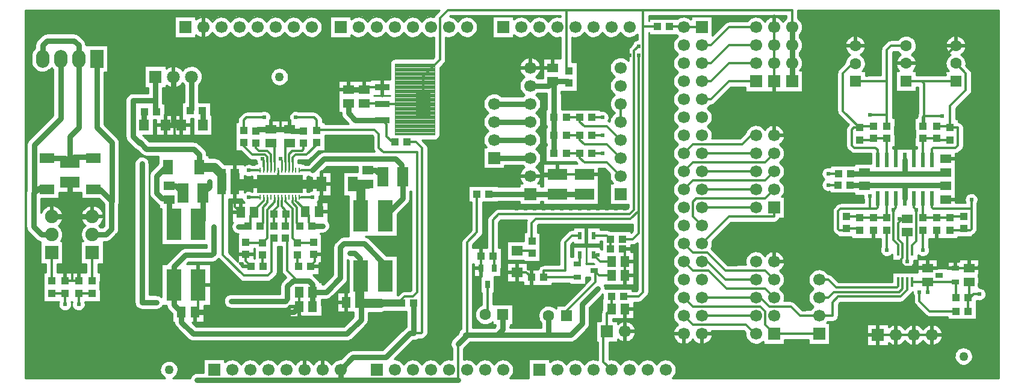
<source format=gbr>
G04 DipTrace 2.4.0.2*
%INTop.gbr*%
%MOIN*%
%ADD10C,0.0098*%
%ADD14C,0.03*%
%ADD15C,0.012*%
%ADD16C,0.013*%
%ADD17C,0.05*%
%ADD18C,0.0394*%
%ADD19C,0.01*%
%ADD20C,0.02*%
%ADD21C,0.004*%
%ADD22R,0.0512X0.0591*%
%ADD23R,0.0591X0.0512*%
%ADD24R,0.0394X0.0433*%
%ADD25R,0.0433X0.0394*%
%ADD26R,0.1063X0.063*%
%ADD28R,0.0551X0.0827*%
%ADD29R,0.0551X0.063*%
%ADD30R,0.063X0.0551*%
%ADD31R,0.0827X0.0551*%
%ADD33C,0.05*%
%ADD34R,0.0669X0.0669*%
%ADD35C,0.0669*%
%ADD36R,0.0709X0.0709*%
%ADD37C,0.0709*%
%ADD38R,0.063X0.063*%
%ADD39C,0.063*%
%ADD40R,0.0748X0.0984*%
%ADD41O,0.0748X0.0984*%
%ADD43R,0.0256X0.0413*%
%ADD44R,0.0413X0.0256*%
%ADD45R,0.0748X0.0748*%
%ADD46C,0.0748*%
%ADD47R,0.063X0.1063*%
%ADD49R,0.0846X0.1772*%
%ADD52R,0.0098X0.0276*%
%ADD53R,0.2531X0.1039*%
%ADD54R,0.0846X0.0374*%
%ADD55R,0.0846X0.128*%
%ADD56R,0.0236X0.0787*%
%ADD57R,0.0157X0.0551*%
%ADD58R,0.0236X0.0433*%
%ADD59C,0.024*%
%FSLAX44Y44*%
G04*
G70*
G90*
G75*
G01*
%LNTop*%
%LPD*%
X3500Y18250D2*
D14*
Y19000D1*
X3250Y19250D1*
X1750D1*
X1500Y19000D1*
Y18250D1*
X3500D2*
Y14437D1*
X3000Y13937D1*
Y12500D1*
X25562Y10750D2*
D15*
Y8623D1*
X25000Y8061D1*
Y2935D1*
D14*
X24500Y2435D1*
D15*
Y438D1*
D14*
X18000D1*
D15*
Y1000D1*
X10062Y437D2*
D14*
X18000D1*
Y1000D1*
X1750Y12750D2*
X2750D1*
X3000Y12500D1*
Y12562D1*
X3250Y12812D1*
X4250D1*
X4312Y12750D1*
X26995Y4055D2*
Y3242D1*
X26690Y2938D1*
X24905D1*
D15*
X24500Y2435D1*
X18000Y1000D2*
D14*
X18687Y1687D1*
X20500D1*
X21844Y3031D1*
X22063D1*
D16*
X22469D1*
X22520Y3082D1*
Y13293D1*
X22187Y13625D1*
X21687D1*
X22062Y4687D2*
D14*
X22063Y3031D1*
X33003Y7001D2*
D16*
X32378D1*
X32003Y7375D1*
X26690Y2938D2*
D14*
X29519D1*
X30753D1*
X31378Y3563D1*
Y4625D1*
X32253Y5501D1*
Y7375D2*
D16*
X32003D1*
X26690Y2938D2*
D14*
D3*
X29519Y4000D2*
Y2938D1*
X11417Y11024D2*
D16*
X11496D1*
Y7362D1*
X12638Y6220D1*
X13970D1*
X14187Y6438D1*
Y8440D1*
X14314Y8313D1*
X10187Y12250D2*
D17*
X11018D1*
X11417Y11850D1*
Y11024D1*
X7750Y17250D2*
D14*
Y15876D1*
Y15377D1*
X7813Y15314D1*
X45562Y11250D2*
D16*
X45005D1*
X10187Y12250D2*
D14*
Y12938D1*
X9875Y13250D1*
X7250D1*
X6875Y13625D1*
Y13562D1*
X6500Y13937D1*
Y15937D1*
X7688D1*
X7750Y15876D1*
X43000Y20000D2*
Y19000D1*
Y18000D1*
Y17000D1*
X30665Y17585D2*
D15*
X30500Y17750D1*
Y20940D1*
X34754D1*
X43000D1*
Y20000D1*
X33669Y5062D2*
X34503D1*
X34754Y5313D1*
Y20024D1*
Y20940D1*
X52812Y5875D2*
D16*
Y5062D1*
X52750Y5000D1*
Y4250D1*
Y5000D2*
X52875D1*
X53062Y5187D1*
X53375D1*
X19316Y15779D2*
X20284D1*
X20315Y15748D1*
X22598D1*
X30500Y20940D2*
X23940D1*
X23502Y20502D1*
Y18188D1*
X22598Y17283D1*
Y15748D1*
X35544Y20024D2*
X34754D1*
X16457Y5315D2*
D14*
Y4488D1*
X14939Y8313D2*
D16*
X15062D1*
Y6500D1*
X15625Y5937D1*
X16250D1*
X16417Y5770D1*
Y5354D1*
X16457Y5315D1*
D14*
X17205D1*
X17992Y6102D1*
Y7795D1*
X18189Y7992D1*
X19320D1*
X20433Y6879D1*
Y6232D1*
X20477Y6188D1*
X9750Y17250D2*
Y15438D1*
X9689Y15377D1*
X45581Y11875D2*
D16*
Y11876D1*
X45005D1*
X16457Y5315D2*
D14*
Y5731D1*
X16250Y5937D1*
X15375D1*
X15062Y5625D1*
Y4937D1*
X14937Y4812D1*
X11937D1*
X7813Y4750D2*
X7000D1*
Y12438D1*
X38000Y19000D2*
D16*
X38500D1*
X39500Y20000D1*
X41000D1*
X37000Y13000D2*
X37500Y13500D1*
X40250D1*
X40750Y14000D1*
X41000D1*
Y13000D2*
X38000D1*
X37000Y12000D2*
X37500Y12500D1*
X41500D1*
X42000Y13000D1*
X41000Y12000D2*
X38000D1*
X37000Y11000D2*
X37500Y11500D1*
X41500D1*
X42000Y12000D1*
X41000Y11000D2*
X38000D1*
X41000Y10000D2*
X38000D1*
X42000Y11000D2*
X41500Y10500D1*
X37687D1*
X37500Y10313D1*
Y9500D1*
X38000Y9000D1*
X37000Y8000D2*
X37500Y7500D1*
X38312D1*
X39312Y6500D1*
X41500D1*
X42000Y6000D1*
X38000Y8000D2*
X39500Y9500D1*
X42000D1*
Y10000D1*
X37000Y7000D2*
X37500Y6500D1*
X38375D1*
X39375Y5500D1*
X41500D1*
X42000Y5000D1*
X38000Y7000D2*
X38312D1*
X39312Y6000D1*
X41000D1*
X48875Y5875D2*
Y5625D1*
X48812Y5562D1*
X45438D1*
X45000Y6000D1*
X44500D1*
X48875Y7607D2*
Y7937D1*
X48625Y8187D1*
Y9875D1*
X48750Y10000D1*
Y10500D1*
X48625Y9875D2*
X48645D1*
X48750Y10000D1*
X49643Y7607D2*
Y7893D1*
X49875Y8125D1*
Y9875D1*
X49750Y10000D1*
Y10500D1*
X2000Y9500D2*
D14*
X3000D1*
X4250D1*
X3000Y11398D2*
Y9500D1*
X2750Y5919D2*
D16*
X3136D1*
X3500D1*
X3136D2*
Y9364D1*
X3000Y9500D1*
X28500Y17750D2*
X29748D1*
X29750Y17748D1*
X28500Y11750D2*
X29898D1*
X30000Y11852D1*
X31500D1*
X33750Y4375D2*
Y3125D1*
X42000Y20000D2*
Y19000D1*
Y18000D1*
Y17000D1*
X47500Y8750D2*
Y7937D1*
X51000D2*
Y8750D1*
X49131Y7607D2*
Y7994D1*
X48875Y8250D1*
Y9125D1*
X49123Y9373D1*
X49375D1*
X49131Y7607D2*
Y7193D1*
X49062Y7125D1*
Y6875D1*
X49250Y6687D1*
X50436D1*
X50500Y6623D1*
X52062D1*
X52812D1*
X50750Y2937D2*
X49750D1*
X48750D1*
X47750D1*
X49375Y9373D2*
Y9375D1*
X48937D1*
X25769Y6642D2*
Y7311D1*
X25771Y7313D1*
X20315Y16654D2*
X19442D1*
X19316Y16528D1*
X14548Y12060D2*
D10*
Y11857D1*
D16*
Y11410D1*
X14647Y11312D1*
X12165Y11850D2*
D17*
Y11348D1*
Y11024D1*
Y11348D2*
X14611D1*
X14647Y11312D1*
X16939Y11314D2*
X14649D1*
X14647Y11312D1*
X12165Y11024D2*
D16*
Y10039D1*
X12480Y9724D1*
X16939Y11314D2*
Y9892D1*
X16811Y9764D1*
X16336Y6729D2*
Y6769D1*
X16575Y7008D1*
Y7321D1*
X16502Y7394D1*
X12751D2*
Y7019D1*
X13042Y6729D1*
X16811Y9764D2*
X17362D1*
X17480Y9646D1*
Y7480D1*
X17402Y7402D1*
X16509D1*
X16502Y7394D1*
X15709Y5315D2*
Y4488D1*
Y4055D1*
X15827Y3937D1*
X18031D1*
X18307Y4213D1*
Y4741D1*
X18316Y4750D1*
X12751Y7394D2*
X12370D1*
X11890Y7874D1*
Y9567D1*
X12047Y9724D1*
X12480D1*
X10126Y5717D2*
Y4378D1*
X9936Y4188D1*
D14*
X11000D1*
X15408D1*
X15709Y4488D1*
X8307Y14564D2*
X8750D1*
X8819D1*
X9188D1*
X8750Y17250D2*
Y14564D1*
X15947Y14252D2*
X15276D1*
X15197Y14331D1*
X14685D1*
X14134D1*
X13400D1*
X13322Y14252D1*
X12165Y11850D2*
D16*
Y12874D1*
X11775Y13264D1*
X11227Y13812D1*
X9063D1*
X8819Y14056D1*
Y14564D1*
X11775Y13264D2*
Y15043D1*
X12323Y15591D1*
X14528D1*
X14685Y15433D1*
Y14331D1*
X18440Y16526D2*
D14*
X19315D1*
X19316Y16528D1*
X11000Y4125D2*
Y4188D1*
X33751Y6251D2*
D16*
Y7001D1*
Y7565D1*
X33629Y7688D1*
X27787Y6410D2*
X28299D1*
X28584Y6126D1*
X31629Y8438D2*
X31628D1*
Y8938D1*
X27940D2*
Y8876D1*
X34254Y7626D2*
X34191Y7688D1*
X49318Y17986D2*
X51084D1*
X52068Y18970D1*
X2750Y5250D2*
X2000D1*
X2750Y4625D2*
Y5250D1*
X2000Y8500D2*
D14*
X1438D1*
X1000Y8938D1*
Y10813D1*
X1034Y10847D1*
X1125Y10937D1*
X1187D1*
X1312Y11062D1*
X1705D1*
X1750Y11018D1*
X1034Y10847D2*
Y13472D1*
X2500Y14938D1*
Y18250D1*
X34504Y18439D2*
D16*
Y9814D1*
X34066Y9376D1*
X28816D1*
X28588Y9148D1*
Y8166D1*
X28606Y8148D1*
X33610Y8251D2*
X34191D1*
X34504Y8563D1*
Y9814D1*
X26517Y6642D2*
Y7237D1*
X26440Y7313D1*
Y9313D1*
X26753Y9626D1*
X34004D1*
X34254Y9876D1*
Y18689D1*
X34504Y18939D1*
X44500Y3000D2*
X42000D1*
X37000Y5000D2*
X37500Y4500D1*
X41250D1*
X41500Y4250D1*
Y3500D1*
X42000Y3000D1*
X49387Y5875D2*
Y5449D1*
X49000Y5062D1*
X45562D1*
X45250Y4750D1*
Y4000D1*
X44500D1*
X41000Y5000D2*
X38000D1*
X41000D2*
X41250D1*
X41750Y4500D1*
X42937D1*
X43437Y4000D1*
X44500D1*
X14351Y12060D2*
D10*
Y12531D1*
D16*
Y13366D1*
X14134Y13583D1*
X15139Y12060D2*
D10*
Y12531D1*
D16*
Y12951D1*
X15330Y13143D1*
X15874D1*
X15953Y13222D1*
Y13577D1*
X15947Y13583D1*
X13761Y12060D2*
D10*
Y12262D1*
D16*
Y12614D1*
X13687Y12687D1*
X14688D2*
D10*
X14745Y12630D1*
Y12060D1*
X14942Y10564D2*
Y10361D1*
D16*
Y10334D1*
X15354Y9921D1*
Y8317D1*
X15627Y8045D1*
X16483D1*
X16502Y8063D1*
X30500Y15000D2*
X31250D1*
Y14750D1*
X31500Y14500D1*
X32750D1*
X33500Y13750D1*
X15627Y7376D2*
Y6769D1*
X15667Y6729D1*
X15336Y12060D2*
D10*
Y12531D1*
D16*
Y12773D1*
X15508Y12946D1*
X16133D1*
X16701Y13513D1*
Y13597D1*
X16697Y13601D1*
X19500Y12062D2*
D14*
X19960D1*
X20335Y11688D1*
X8500Y11187D2*
X8898D1*
X9273Y10812D1*
X30500Y14000D2*
D16*
X31250D1*
Y13750D1*
X31500Y13500D1*
X32750D1*
X33500Y12750D1*
X30500Y13000D2*
X31250D1*
Y12750D1*
X31500Y12500D1*
X32750D1*
X33500Y11750D1*
X7126Y14564D2*
D14*
Y15296D1*
X7144Y15314D1*
X31128Y6128D2*
D16*
X30378D1*
Y6126D1*
X29253D1*
X31255Y8438D2*
X30816D1*
X30441Y8063D1*
Y6501D1*
X29253D1*
Y6126D1*
X32003Y8438D2*
X32753D1*
X32941Y8251D1*
Y7707D1*
X32959Y7688D1*
X31255Y7375D2*
Y7003D1*
X31128Y6876D1*
X49387Y7607D2*
Y8488D1*
X49312Y8562D1*
X49438D1*
X49375Y8625D1*
X52081Y4250D2*
X50625D1*
X50062Y4812D1*
Y5312D1*
X49375Y7000D2*
Y7382D1*
X49387D1*
Y7607D1*
X48250Y9419D2*
X47500D1*
X46750D1*
X46669Y9500D1*
X46000D1*
X48250Y10500D2*
Y9419D1*
X50250D2*
X51000D1*
X51750D1*
X51829Y9498D1*
X52500D1*
X50250Y9419D2*
Y10500D1*
X48250Y13831D2*
Y12626D1*
Y13831D2*
X47500D1*
X47419Y13750D1*
X46750D1*
X50250Y13831D2*
X51000D1*
X51081Y13750D1*
X51750D1*
X50250Y13831D2*
Y12626D1*
X4250Y7500D2*
Y5919D1*
X33500Y15750D2*
Y14750D1*
X14745Y10564D2*
D10*
Y10361D1*
D16*
Y10058D1*
X14961Y9843D1*
Y9649D1*
X14983Y9626D1*
Y9027D1*
X14939Y8983D1*
X26143Y5736D2*
Y4187D1*
X26011Y4055D1*
X14548Y10564D2*
D10*
Y10361D1*
D16*
Y10060D1*
X14331Y9843D1*
Y9643D1*
X14314Y9626D1*
Y8983D1*
X10370Y14564D2*
D14*
Y15365D1*
X10358Y15377D1*
X49250Y10500D2*
Y11250D1*
X51500D1*
Y11187D1*
X49250Y11250D2*
X47063D1*
X47000Y11187D1*
Y11250D1*
X46232D1*
X49250Y12626D2*
Y11875D1*
X51435D1*
X51500Y11939D1*
X49250Y11875D2*
X47061D1*
X47000Y11936D1*
Y11875D1*
X46250D1*
X13958Y12060D2*
D10*
Y12531D1*
D16*
Y12815D1*
X13827Y12946D1*
X13117D1*
X12646Y13417D1*
Y13589D1*
X12634Y13601D1*
X14154Y12060D2*
D10*
Y12531D1*
D16*
Y12933D1*
X13945Y13143D1*
X13472D1*
X13315Y13300D1*
Y13576D1*
X13322Y13583D1*
X14351Y10564D2*
D10*
Y10361D1*
D16*
Y10296D1*
X13937Y9882D1*
Y8293D1*
X13689Y8045D1*
X12770D1*
X12751Y8063D1*
X13689Y7376D2*
Y6751D1*
X13711Y6729D1*
X36213Y20024D2*
X36976D1*
X37000Y20000D1*
X38000D1*
X13761Y10564D2*
D10*
Y10375D1*
D16*
X13307Y9921D1*
Y9803D1*
X13228Y9724D1*
X12874Y8976D2*
Y9016D1*
X13031Y9173D1*
Y9528D1*
X13228Y9724D1*
X15532Y10564D2*
D10*
Y10373D1*
D16*
X15945Y9961D1*
Y9882D1*
X16063Y9764D1*
X16417Y8976D2*
Y9016D1*
X16260Y9173D1*
Y9567D1*
X16063Y9764D1*
X19065Y4750D2*
D17*
Y6126D1*
X19127Y6188D1*
X21393Y4687D2*
D18*
X20203D1*
D17*
X19128D1*
X19065Y4750D1*
X8776Y5717D2*
D14*
Y4601D1*
X9188Y4188D1*
Y3646D1*
X9835Y3000D1*
X18354D1*
X19134Y3780D1*
Y4681D1*
X19065Y4750D1*
X8776Y5717D2*
Y6728D1*
X9409Y7362D1*
X10866D1*
X10984Y7480D1*
Y8937D1*
X12362D2*
X12835D1*
X12874Y8976D1*
X16417D2*
X17008D1*
X18504Y7480D2*
X18780D1*
X19094Y7165D1*
Y6221D1*
X19127Y6188D1*
X12634Y14270D2*
D16*
Y14839D1*
X12795Y15000D1*
X13780D1*
X15512D2*
X16535D1*
X16693Y14843D1*
Y14274D1*
X16697Y14270D1*
X21393Y4687D2*
Y4893D1*
X21562Y5062D1*
X22000D1*
X22250Y5313D1*
Y13062D1*
X20375D1*
X20125Y13312D1*
Y14062D1*
X19875Y14312D1*
X16739D1*
X16697Y14270D1*
X13564Y10564D2*
D10*
X13450D1*
D16*
X12913D1*
Y12060D2*
X13450D1*
D10*
X13564D1*
X10750Y11437D2*
D14*
Y11142D1*
X10394D1*
X10375Y10812D2*
Y9312D1*
X10126Y9063D1*
X10750Y11142D2*
X10375Y10812D1*
X13958Y10564D2*
D10*
Y10361D1*
D16*
Y10257D1*
X13701Y10000D1*
Y9134D1*
X13583Y9016D1*
X13543Y8976D1*
X15336Y10564D2*
D10*
Y10361D1*
D16*
Y10255D1*
X15591Y10000D1*
Y9134D1*
X15748Y8976D1*
X15729Y12060D2*
D10*
X15843D1*
D16*
X16457D1*
Y10564D2*
X15843D1*
D10*
X15729D1*
X16457Y12060D2*
D14*
X17085Y12687D1*
X21063D1*
X21375Y12375D1*
Y11750D1*
X21437Y11688D1*
Y10495D1*
X20477Y9535D1*
X18672Y11314D2*
D17*
X19046D1*
X19500D1*
X19127Y9535D2*
Y11233D1*
X19046Y11314D1*
X8500Y10439D2*
D14*
Y9339D1*
X8776Y9063D1*
X8455Y12250D2*
X8312D1*
X7812Y11750D1*
Y10813D1*
X8125Y10500D1*
X8439D1*
X8500Y10439D1*
X18440Y15778D2*
Y15222D1*
X18819Y14843D1*
X20315D1*
X21018Y13625D2*
D16*
X20875D1*
X20562Y13938D1*
Y14595D1*
X20315Y14843D1*
X14942Y12060D2*
D10*
Y12531D1*
D16*
Y13328D1*
X15197Y13583D1*
X32034Y6502D2*
X32065D1*
X32316Y6251D1*
X33003D1*
X32034Y6502D2*
X32128Y6407D1*
Y5876D1*
X30566Y4313D1*
Y4063D1*
X30503Y4000D1*
X27787Y7591D2*
X28493D1*
X28606Y7479D1*
X2000Y7500D2*
Y5919D1*
X3500Y5250D2*
X4250D1*
X3500Y4625D2*
Y5250D1*
X4312Y11018D2*
D14*
X4670D1*
X5312Y10375D1*
Y8812D1*
X5000Y8500D1*
X4250D1*
X5312Y10375D2*
X5348Y10339D1*
Y13589D1*
X4500Y14437D1*
Y18250D1*
X38000Y16000D2*
D16*
X38500D1*
X39500Y17000D1*
X41000D1*
X38000D2*
X38500D1*
X39500Y18000D1*
X41000D1*
X49131Y5875D2*
Y5506D1*
X48937Y5312D1*
X45312D1*
X45000Y5000D1*
X44500D1*
X37000Y4000D2*
X37500Y3500D1*
X40437D1*
X40937Y3000D1*
X41000D1*
Y4000D2*
X38000D1*
X31500Y10750D2*
D14*
X30000D1*
X28500D1*
X26232D1*
X26500Y14750D2*
X28500D1*
X26500Y15750D2*
X28500D1*
X26500Y13750D2*
X28500D1*
X26500Y12750D2*
X28500D1*
Y16750D2*
X29500D1*
X29750Y17000D1*
X30581D1*
X30665Y16915D1*
X29750Y17000D2*
X29831Y16919D1*
Y15000D1*
Y14000D1*
Y13000D1*
X33000Y5062D2*
D16*
X33002Y5060D1*
Y4375D1*
X32750Y4123D1*
Y3125D1*
X33000Y1000D2*
D15*
X32562Y1438D1*
Y3125D1*
X32750D1*
X48250Y8750D2*
D16*
Y7638D1*
X50250D2*
Y8750D1*
X52081Y5000D2*
Y5857D1*
X52062Y5875D1*
X50500D1*
X49643D1*
X50500D2*
Y5313D1*
X46750Y8750D2*
X46669Y8831D1*
X46000D1*
X45919Y8750D1*
X45625D1*
X45562Y8813D1*
Y9812D1*
X45687Y9937D1*
X47293D1*
X47687D1*
X47750Y10000D1*
Y10500D1*
X49318Y18970D2*
X48473D1*
X48250Y18747D1*
Y15125D1*
Y14500D1*
X47293Y9937D2*
X47317Y9962D1*
Y10626D1*
Y15125D2*
X48250D1*
X46500Y17000D2*
X48250D1*
Y15125D1*
X46750Y14419D2*
X46831Y14500D1*
X47500D1*
X47750Y12626D2*
Y13188D1*
X47625Y13313D1*
X46437D1*
X46312Y13438D1*
Y14312D1*
X46419Y14419D1*
X46750D1*
X45817Y15352D1*
Y17439D1*
X46362Y17984D1*
X46500D1*
X52500Y8829D2*
X52421Y8750D1*
X51750D1*
X52500Y8829D2*
X52579Y8750D1*
X52875D1*
X52937Y8812D1*
Y9937D1*
X50813D1*
X50750Y10000D1*
Y10500D1*
X52937Y9937D2*
Y10437D1*
X51312Y15063D2*
X50299D1*
X50250Y15014D1*
Y14500D1*
X49318Y17002D2*
X50193D1*
X50318Y16877D1*
Y14568D1*
X50250Y14500D1*
X50193Y17002D2*
X52068D1*
X51750Y14419D2*
X51669Y14500D1*
X51000D1*
X50750Y12626D2*
Y13250D1*
X50813Y13313D1*
X52063D1*
X52187Y13437D1*
Y14419D1*
X51750D1*
Y15621D1*
X52631Y16502D1*
Y17423D1*
X52068Y17986D1*
X38000Y18000D2*
X38500D1*
X39500Y19000D1*
X41000D1*
X31919Y13000D2*
X32500D1*
X31919Y14000D2*
X32500D1*
X31919Y15000D2*
X32500D1*
D59*
X10062Y437D3*
X32253Y5501D3*
Y7375D3*
X45005Y11250D3*
X53375Y5187D3*
X45005Y11876D3*
X11937Y4812D3*
X7813Y4750D3*
X7000Y12438D3*
X48625Y9875D3*
X49875D3*
X47500Y7937D3*
X51000D3*
X48937Y9375D3*
X31628Y8938D3*
X27940D3*
X34254Y7626D3*
X31628Y8938D3*
X2750Y4625D3*
X34504Y18439D3*
Y18939D3*
X13687Y12687D3*
X14688D3*
X50062Y5312D3*
X49375Y7000D3*
X10984Y8937D3*
X12362D3*
X17008Y8976D3*
X18504Y7480D3*
X13780Y15000D3*
X15512D3*
X12913Y10564D3*
Y12060D3*
X10750Y11437D3*
X16457Y12060D3*
Y10564D3*
X3500Y4625D3*
X48250Y7638D3*
X50250D3*
X50500Y5313D3*
D3*
X47317Y10626D3*
Y15125D3*
X52937Y10437D3*
X51312Y15063D3*
X32500Y13000D3*
Y14000D3*
Y15000D3*
X23625Y17437D3*
Y16937D3*
Y16437D3*
X24125Y17437D3*
X23625Y15937D3*
Y15437D3*
Y14937D3*
Y14437D3*
Y13937D3*
Y13437D3*
Y12937D3*
Y12437D3*
Y11937D3*
Y11437D3*
Y10937D3*
Y10437D3*
Y9937D3*
Y9437D3*
Y8937D3*
Y8437D3*
Y7937D3*
Y7437D3*
Y6937D3*
Y6437D3*
Y5937D3*
Y5437D3*
Y4937D3*
Y4437D3*
Y3937D3*
Y3437D3*
X24125Y17937D3*
Y16937D3*
Y16437D3*
X13625Y11562D3*
X24125Y15937D3*
Y15437D3*
Y14937D3*
Y14437D3*
Y13937D3*
Y13437D3*
Y12937D3*
Y12437D3*
Y11937D3*
Y11437D3*
Y10937D3*
Y10437D3*
Y9937D3*
Y9437D3*
Y8937D3*
Y8437D3*
Y7937D3*
Y7437D3*
Y6937D3*
X6062Y19937D3*
Y19437D3*
Y18937D3*
Y18437D3*
Y17937D3*
Y17437D3*
Y16937D3*
Y16437D3*
Y15937D3*
Y15437D3*
Y14937D3*
Y14437D3*
Y13937D3*
Y13437D3*
Y12937D3*
Y12437D3*
Y11937D3*
Y11437D3*
Y10937D3*
Y10437D3*
Y9937D3*
Y9437D3*
Y8937D3*
Y8437D3*
Y7937D3*
Y7437D3*
Y6937D3*
Y6437D3*
Y5937D3*
Y5437D3*
Y4937D3*
Y4437D3*
X13625Y11063D3*
X14125Y11562D3*
Y11063D3*
X14625Y11562D3*
Y11063D3*
X15125Y11562D3*
Y11063D3*
X15625Y11562D3*
X24125Y6437D3*
Y5937D3*
Y5437D3*
Y4937D3*
Y4437D3*
Y3937D3*
Y3437D3*
X24625Y17937D3*
Y17437D3*
Y16937D3*
Y16437D3*
Y15937D3*
Y15437D3*
Y14937D3*
Y14437D3*
Y13937D3*
Y13437D3*
Y12937D3*
Y12437D3*
Y11937D3*
Y11437D3*
Y10937D3*
X43062Y11938D3*
Y11438D3*
Y10938D3*
Y10438D3*
Y9938D3*
Y9438D3*
Y8938D3*
Y8438D3*
Y7938D3*
Y7438D3*
X43562Y11938D3*
X24625Y10437D3*
X43562Y11438D3*
X25062Y2000D3*
X25562D3*
X26062D3*
X26562D3*
X27062D3*
X27562D3*
X28062D3*
X28562D3*
X29062D3*
X29562D3*
X30062D3*
X30562D3*
X31062D3*
X31562D3*
X32062D3*
X24625Y9937D3*
X35191Y17252D3*
X33562Y2000D3*
X34062D3*
X34562D3*
X35062D3*
X35562D3*
X36062D3*
X36562D3*
X37062D3*
X37562D3*
X15625Y11063D3*
X11000Y4125D3*
Y3625D3*
X11500Y4125D3*
Y3625D3*
X24625Y9437D3*
X43562Y10938D3*
Y10438D3*
Y9938D3*
X6625Y18938D3*
X12000Y4125D3*
X7125Y18938D3*
X12000Y3625D3*
X7625Y18938D3*
X12500Y4125D3*
X8125Y18938D3*
X12500Y3625D3*
X8625Y18938D3*
X13000Y4125D3*
X9125Y18938D3*
X13000Y3625D3*
X9625Y18938D3*
X13500Y4125D3*
X10125Y18938D3*
X13500Y3625D3*
X10625Y18938D3*
X14000Y4125D3*
X11125Y18938D3*
X14000Y3625D3*
X11625Y18938D3*
X14500Y4125D3*
X12126Y18939D3*
X49687Y4125D3*
X12626Y18939D3*
X14500Y3625D3*
X13125Y18938D3*
X7687Y9437D3*
X13625Y18938D3*
X7687Y8937D3*
X14125Y18938D3*
X7687Y8437D3*
X14625Y18938D3*
X7687Y7937D3*
X15125Y18938D3*
X7687Y7437D3*
X15625Y18938D3*
X7687Y6937D3*
X16125Y18938D3*
X7687Y6437D3*
X16625Y18938D3*
X7687Y5937D3*
X53375Y20187D3*
Y19687D3*
Y19187D3*
Y18687D3*
X18125Y18938D3*
X21625Y9937D3*
X18625Y18938D3*
X21625Y9438D3*
X19125Y18938D3*
Y18438D3*
X19625Y18938D3*
Y18438D3*
X20125Y18938D3*
Y18438D3*
X20625Y18938D3*
Y18438D3*
X21125Y18938D3*
Y18438D3*
X21625Y18938D3*
Y18438D3*
X22125Y18938D3*
Y18438D3*
X22625Y18938D3*
Y18438D3*
X23125Y18938D3*
Y18438D3*
X21625Y8937D3*
Y8437D3*
X24125Y18938D3*
Y18438D3*
X24625Y18938D3*
Y18438D3*
X25125Y18938D3*
Y18438D3*
X25625Y18938D3*
Y18438D3*
X26125Y18938D3*
Y18438D3*
X26625Y18938D3*
Y18438D3*
X27125Y18938D3*
Y18438D3*
X27625Y18938D3*
Y18438D3*
X28125Y18938D3*
Y18438D3*
X28625Y18938D3*
Y18438D3*
X29125Y18938D3*
Y18438D3*
X29625Y18938D3*
Y18438D3*
X30125Y18938D3*
Y18438D3*
X53375Y18187D3*
Y17687D3*
X53381Y17189D3*
X53375Y16687D3*
Y16187D3*
Y15687D3*
Y15187D3*
Y14687D3*
Y14187D3*
Y13687D3*
Y13187D3*
Y12687D3*
Y12187D3*
Y11687D3*
Y11187D3*
Y10687D3*
Y10187D3*
Y9687D3*
Y9187D3*
Y8687D3*
Y8187D3*
Y7687D3*
Y7187D3*
Y6687D3*
Y6187D3*
Y5687D3*
Y4687D3*
Y4187D3*
X52255Y11189D3*
X53375Y3687D3*
Y3187D3*
Y2687D3*
Y2187D3*
Y1687D3*
Y1187D3*
X53875Y20187D3*
Y19687D3*
Y19187D3*
Y18687D3*
Y18187D3*
Y17687D3*
Y17187D3*
Y16687D3*
Y16187D3*
X53881Y15689D3*
X53875Y15187D3*
Y14687D3*
Y14187D3*
Y13687D3*
Y13187D3*
Y12687D3*
Y12187D3*
Y11687D3*
Y11187D3*
Y10687D3*
Y10187D3*
Y9687D3*
Y9187D3*
Y8687D3*
Y8187D3*
Y7687D3*
Y7187D3*
Y6687D3*
Y6187D3*
Y5687D3*
Y4687D3*
Y4187D3*
X52255Y10689D3*
X53875Y3687D3*
Y3187D3*
Y2687D3*
Y2187D3*
Y1687D3*
Y1187D3*
X36062Y10500D3*
Y10000D3*
Y9500D3*
Y9000D3*
Y8500D3*
Y8000D3*
Y7500D3*
Y7000D3*
Y6500D3*
Y6000D3*
Y5500D3*
Y5000D3*
Y4500D3*
Y4000D3*
Y3500D3*
Y3000D3*
Y2500D3*
X43562Y9438D3*
Y8938D3*
Y8438D3*
Y7938D3*
Y7438D3*
X44062Y11938D3*
Y11438D3*
Y10938D3*
Y10438D3*
Y9938D3*
Y9438D3*
Y8938D3*
Y8438D3*
Y7938D3*
Y7438D3*
X44562Y11938D3*
Y11437D3*
Y10938D3*
Y10438D3*
Y9938D3*
Y9438D3*
Y8938D3*
Y8438D3*
Y7938D3*
Y7437D3*
X24625Y8937D3*
Y8437D3*
Y7937D3*
Y7437D3*
Y6937D3*
Y6437D3*
Y5937D3*
Y5437D3*
X37062Y1000D3*
X37562D3*
X38062D3*
X38562D3*
X39062D3*
X39562D3*
X40062D3*
X40562D3*
X41062D3*
X41562D3*
X42062D3*
X42562D3*
X43062D3*
X43562D3*
X44062D3*
X44562D3*
X45062D3*
X45562D3*
X46062D3*
X46562D3*
X47062D3*
X47562D3*
X48062D3*
X48562D3*
X49062D3*
X43875Y19687D3*
X50062Y1000D3*
X50562D3*
X51062D3*
X51562D3*
X52062D3*
X52562D3*
X53062D3*
X44875Y20187D3*
X45375D3*
X45875D3*
X46375D3*
X46875D3*
X47375D3*
X47875D3*
X48375D3*
X48875D3*
X49375D3*
X49875D3*
X50375D3*
X50875D3*
X51375D3*
X51875D3*
X52375D3*
X52875D3*
X24625Y4937D3*
Y4437D3*
Y3937D3*
Y3437D3*
X21625Y7937D3*
Y7437D3*
Y6937D3*
Y6437D3*
Y5937D3*
X11125Y6562D3*
Y6062D3*
Y5562D3*
X27750Y9938D3*
X17562Y13625D3*
X28250Y9938D3*
X18062Y13625D3*
X28750Y9938D3*
X18562Y13625D3*
X29250Y9938D3*
X49687Y4625D3*
X29750Y9938D3*
X19062Y13625D3*
X30250Y9938D3*
X49562Y1000D3*
X30750Y9938D3*
X11625Y16625D3*
X31250Y9938D3*
X46250Y8062D3*
X31750Y9938D3*
X46250Y7562D3*
X32250Y9938D3*
X46250Y7062D3*
X32750Y9938D3*
X46250Y6562D3*
X33250Y9938D3*
X47687Y4125D3*
X33750Y9938D3*
X48187Y4125D3*
X31000Y18938D3*
Y18438D3*
X31500Y18938D3*
Y18438D3*
X32000Y18938D3*
Y18438D3*
X32500Y18938D3*
Y18438D3*
X33000Y18938D3*
Y18438D3*
X33500Y18938D3*
Y18438D3*
X34004Y18939D3*
X34000Y18438D3*
X11625Y16125D3*
X12125Y16625D3*
Y16125D3*
X12625Y16625D3*
Y16125D3*
X13125Y16625D3*
Y16125D3*
X8438Y2437D3*
X8938D3*
X9438D3*
X9938D3*
X10438D3*
X10938D3*
X11438D3*
X11938D3*
X12437D3*
X12938D3*
X13437D3*
X13938D3*
X14437D3*
X14937D3*
X15437D3*
X15937D3*
X16437D3*
X16937D3*
X17437D3*
X17938D3*
X18438D3*
X13625Y16625D3*
Y16125D3*
X14125Y16625D3*
Y16125D3*
X14625Y16625D3*
Y16125D3*
X15125Y16625D3*
Y16125D3*
X15625Y16625D3*
Y16125D3*
X16125Y16625D3*
Y16125D3*
X48687Y4125D3*
X16625Y16625D3*
Y16125D3*
X17125Y16625D3*
Y16125D3*
X17625Y16625D3*
Y16125D3*
X35191Y16314D3*
Y14752D3*
Y13751D3*
Y12876D3*
X28565Y5438D3*
Y6876D3*
X27753Y5438D3*
X49187Y4125D3*
X46750Y8062D3*
Y7562D3*
Y7062D3*
Y6562D3*
X47687Y4625D3*
X48187D3*
X48687D3*
X49187D3*
X51500Y8062D3*
Y7562D3*
X46250Y6062D3*
X45687Y4125D3*
X46187D3*
X46687D3*
X47187D3*
X52000Y8062D3*
Y7562D3*
X46750Y6062D3*
X45687Y4625D3*
X46187D3*
X46687D3*
X47187D3*
X43875Y20187D3*
Y19187D3*
Y18687D3*
Y18187D3*
Y17687D3*
Y17187D3*
Y16687D3*
Y16187D3*
Y15687D3*
Y15187D3*
Y14687D3*
Y14187D3*
X44375Y20187D3*
Y19687D3*
Y19187D3*
Y18687D3*
Y18187D3*
Y17687D3*
Y17187D3*
Y16687D3*
Y16187D3*
Y15687D3*
Y15187D3*
Y14687D3*
Y14187D3*
X49000Y16063D3*
Y15563D3*
Y15063D3*
Y14562D3*
Y14063D3*
Y13563D3*
X49500Y16063D3*
Y15563D3*
Y15063D3*
Y14562D3*
Y14063D3*
Y13563D3*
X52250Y12688D3*
Y12188D3*
Y11688D3*
X560Y20851D2*
D19*
X23391D1*
X43323D2*
X54441D1*
X560Y20753D2*
X23292D1*
X43323D2*
X54441D1*
X560Y20654D2*
X23213D1*
X43323D2*
X54441D1*
X560Y20555D2*
X8802D1*
X9998D2*
X10195D1*
X10605D2*
X11195D1*
X11605D2*
X12195D1*
X12605D2*
X13195D1*
X13605D2*
X14195D1*
X14605D2*
X15195D1*
X15605D2*
X16195D1*
X16605D2*
X17402D1*
X18598D2*
X18795D1*
X19205D2*
X19795D1*
X20205D2*
X20795D1*
X21205D2*
X21795D1*
X22205D2*
X22795D1*
X24205D2*
X24795D1*
X25205D2*
X26402D1*
X27598D2*
X27795D1*
X28205D2*
X28795D1*
X29205D2*
X29795D1*
X35078D2*
X36795D1*
X37205D2*
X37402D1*
X38598D2*
X40795D1*
X41205D2*
X41795D1*
X42205D2*
X42677D1*
X43323D2*
X54441D1*
X560Y20457D2*
X8802D1*
X10781D2*
X11019D1*
X11781D2*
X12019D1*
X12781D2*
X13019D1*
X13781D2*
X14019D1*
X14781D2*
X15019D1*
X15781D2*
X16019D1*
X16781D2*
X17402D1*
X19381D2*
X19619D1*
X20381D2*
X20619D1*
X21381D2*
X21619D1*
X22381D2*
X22619D1*
X24381D2*
X24619D1*
X25381D2*
X26402D1*
X28381D2*
X28619D1*
X29381D2*
X29619D1*
X38598D2*
X40619D1*
X41381D2*
X41619D1*
X42381D2*
X42619D1*
X43381D2*
X54441D1*
X560Y20358D2*
X8802D1*
X16878D2*
X17402D1*
X25478D2*
X26402D1*
X38598D2*
X40522D1*
X43478D2*
X54441D1*
X560Y20259D2*
X8802D1*
X16939D2*
X17402D1*
X25539D2*
X26402D1*
X38598D2*
X39305D1*
X43539D2*
X54441D1*
X560Y20160D2*
X8802D1*
X16976D2*
X17402D1*
X25576D2*
X26402D1*
X38598D2*
X39200D1*
X43576D2*
X54441D1*
X560Y20062D2*
X8802D1*
X16995D2*
X17402D1*
X25595D2*
X26402D1*
X38598D2*
X39100D1*
X43595D2*
X54441D1*
X560Y19963D2*
X8802D1*
X16997D2*
X17402D1*
X25597D2*
X26402D1*
X38598D2*
X39002D1*
X43597D2*
X54441D1*
X560Y19864D2*
X8802D1*
X16983D2*
X17402D1*
X25583D2*
X26402D1*
X38598D2*
X38903D1*
X43583D2*
X54441D1*
X560Y19766D2*
X8802D1*
X16950D2*
X17402D1*
X25550D2*
X26402D1*
X38598D2*
X38805D1*
X43550D2*
X54441D1*
X560Y19667D2*
X8802D1*
X16895D2*
X17402D1*
X25495D2*
X26402D1*
X38598D2*
X38706D1*
X43495D2*
X54441D1*
X560Y19568D2*
X1491D1*
X3509D2*
X8802D1*
X10811D2*
X10989D1*
X11811D2*
X11989D1*
X12811D2*
X12989D1*
X13811D2*
X13989D1*
X14811D2*
X14989D1*
X15811D2*
X15989D1*
X16811D2*
X17402D1*
X19411D2*
X19589D1*
X20411D2*
X20589D1*
X21411D2*
X21589D1*
X22411D2*
X22589D1*
X24411D2*
X24589D1*
X25411D2*
X26402D1*
X28411D2*
X28589D1*
X29411D2*
X29589D1*
X31411D2*
X31589D1*
X32411D2*
X32589D1*
X33411D2*
X33589D1*
X35078D2*
X36589D1*
X43414D2*
X54441D1*
X560Y19470D2*
X1389D1*
X3611D2*
X8802D1*
X9998D2*
X10135D1*
X10665D2*
X11135D1*
X11665D2*
X12135D1*
X12665D2*
X13135D1*
X13665D2*
X14135D1*
X14665D2*
X15135D1*
X15665D2*
X16135D1*
X16665D2*
X17402D1*
X18598D2*
X18735D1*
X19265D2*
X19735D1*
X20265D2*
X20735D1*
X21265D2*
X21735D1*
X22265D2*
X22735D1*
X24265D2*
X24735D1*
X25265D2*
X26402D1*
X27598D2*
X27735D1*
X28265D2*
X28735D1*
X29265D2*
X29735D1*
X31265D2*
X31735D1*
X32265D2*
X32735D1*
X33265D2*
X33735D1*
X34265D2*
X34430D1*
X35078D2*
X36636D1*
X43414D2*
X46220D1*
X46780D2*
X49036D1*
X49600D2*
X51786D1*
X52350D2*
X54441D1*
X560Y19371D2*
X1289D1*
X3711D2*
X23174D1*
X23831D2*
X30177D1*
X30823D2*
X34430D1*
X35078D2*
X36533D1*
X43467D2*
X46088D1*
X46912D2*
X48903D1*
X49731D2*
X51655D1*
X52481D2*
X54441D1*
X560Y19272D2*
X1192D1*
X3808D2*
X23174D1*
X23831D2*
X30177D1*
X30823D2*
X34324D1*
X35078D2*
X36469D1*
X43531D2*
X46010D1*
X46990D2*
X48361D1*
X49809D2*
X51577D1*
X52559D2*
X54441D1*
X560Y19174D2*
X1125D1*
X3875D2*
X23174D1*
X23831D2*
X30177D1*
X30823D2*
X34202D1*
X35078D2*
X36428D1*
X43572D2*
X45960D1*
X47040D2*
X48216D1*
X49859D2*
X51527D1*
X52609D2*
X54441D1*
X560Y19075D2*
X1094D1*
X3906D2*
X23174D1*
X23831D2*
X30177D1*
X30823D2*
X34145D1*
X35078D2*
X36406D1*
X43594D2*
X45931D1*
X47069D2*
X48117D1*
X49887D2*
X51499D1*
X52637D2*
X54441D1*
X560Y18976D2*
X1086D1*
X5137D2*
X23174D1*
X23831D2*
X30177D1*
X30823D2*
X34080D1*
X35078D2*
X36402D1*
X43598D2*
X45922D1*
X47080D2*
X48019D1*
X49897D2*
X51489D1*
X52647D2*
X54441D1*
X560Y18878D2*
X1086D1*
X5137D2*
X23174D1*
X23831D2*
X30177D1*
X30823D2*
X33986D1*
X35078D2*
X36414D1*
X43586D2*
X45928D1*
X47072D2*
X47949D1*
X49889D2*
X51497D1*
X52639D2*
X54441D1*
X560Y18779D2*
X1016D1*
X5137D2*
X23174D1*
X23831D2*
X30177D1*
X30823D2*
X33938D1*
X35078D2*
X36444D1*
X43556D2*
X45953D1*
X47047D2*
X47922D1*
X49864D2*
X51522D1*
X52614D2*
X54441D1*
X560Y18680D2*
X945D1*
X5137D2*
X23174D1*
X23831D2*
X30177D1*
X30823D2*
X33925D1*
X35078D2*
X36495D1*
X43505D2*
X46000D1*
X47000D2*
X47920D1*
X49817D2*
X51569D1*
X52567D2*
X54441D1*
X560Y18581D2*
X900D1*
X5137D2*
X23174D1*
X23831D2*
X30177D1*
X30823D2*
X33925D1*
X35078D2*
X36577D1*
X43423D2*
X46074D1*
X46926D2*
X47920D1*
X48580D2*
X48892D1*
X49744D2*
X51642D1*
X52494D2*
X54441D1*
X560Y18483D2*
X872D1*
X5137D2*
X23174D1*
X23831D2*
X30177D1*
X30823D2*
X33925D1*
X35078D2*
X36653D1*
X43414D2*
X46194D1*
X46806D2*
X47920D1*
X48580D2*
X49014D1*
X49620D2*
X51764D1*
X52372D2*
X54441D1*
X560Y18384D2*
X863D1*
X5137D2*
X23174D1*
X23831D2*
X30177D1*
X30823D2*
X33925D1*
X35078D2*
X36544D1*
X43456D2*
X46086D1*
X46914D2*
X47920D1*
X48580D2*
X48902D1*
X49734D2*
X51652D1*
X52484D2*
X54441D1*
X560Y18285D2*
X863D1*
X5137D2*
X23139D1*
X23831D2*
X28245D1*
X28755D2*
X30177D1*
X30823D2*
X33245D1*
X33755D2*
X33925D1*
X35078D2*
X36475D1*
X43525D2*
X46008D1*
X46992D2*
X47920D1*
X48580D2*
X48824D1*
X49811D2*
X51574D1*
X52562D2*
X54441D1*
X560Y18187D2*
X863D1*
X5137D2*
X20817D1*
X23831D2*
X28095D1*
X28905D2*
X29191D1*
X30823D2*
X33095D1*
X35078D2*
X36431D1*
X43569D2*
X45958D1*
X47042D2*
X47920D1*
X48580D2*
X48775D1*
X49859D2*
X51525D1*
X52611D2*
X54441D1*
X560Y18088D2*
X864D1*
X5137D2*
X20752D1*
X23815D2*
X28008D1*
X28992D2*
X29191D1*
X30823D2*
X33008D1*
X35078D2*
X36408D1*
X43592D2*
X45931D1*
X47069D2*
X47920D1*
X48580D2*
X48749D1*
X49887D2*
X51499D1*
X52637D2*
X54441D1*
X560Y17989D2*
X878D1*
X5137D2*
X20736D1*
X23762D2*
X27952D1*
X29048D2*
X29191D1*
X31126D2*
X32952D1*
X35078D2*
X36402D1*
X43598D2*
X45906D1*
X47080D2*
X47920D1*
X48580D2*
X48739D1*
X49897D2*
X51489D1*
X52647D2*
X54441D1*
X560Y17891D2*
X910D1*
X5137D2*
X20736D1*
X23667D2*
X27919D1*
X29081D2*
X29191D1*
X31126D2*
X32919D1*
X35078D2*
X36411D1*
X43589D2*
X45808D1*
X47072D2*
X47920D1*
X48580D2*
X48747D1*
X49889D2*
X51497D1*
X52639D2*
X54441D1*
X560Y17792D2*
X963D1*
X5137D2*
X7131D1*
X8369D2*
X8464D1*
X9036D2*
X9464D1*
X10036D2*
X20736D1*
X23569D2*
X27903D1*
X29097D2*
X29191D1*
X31126D2*
X32903D1*
X35078D2*
X36439D1*
X43561D2*
X45710D1*
X47045D2*
X47920D1*
X48580D2*
X48774D1*
X49862D2*
X51524D1*
X52723D2*
X54441D1*
X560Y17693D2*
X1041D1*
X1959D2*
X2041D1*
X5137D2*
X7131D1*
X9176D2*
X9324D1*
X10176D2*
X14375D1*
X14875D2*
X20736D1*
X23514D2*
X27905D1*
X29095D2*
X29191D1*
X31126D2*
X32905D1*
X35078D2*
X36488D1*
X43512D2*
X45611D1*
X46998D2*
X47920D1*
X48580D2*
X48820D1*
X49815D2*
X51570D1*
X52822D2*
X54441D1*
X560Y17595D2*
X1166D1*
X1834D2*
X2086D1*
X5137D2*
X7131D1*
X10261D2*
X14247D1*
X15003D2*
X20736D1*
X23514D2*
X27922D1*
X29078D2*
X29191D1*
X31126D2*
X32922D1*
X35078D2*
X36563D1*
X43437D2*
X45528D1*
X46925D2*
X47920D1*
X48580D2*
X48895D1*
X49740D2*
X51645D1*
X52909D2*
X54441D1*
X560Y17496D2*
X2086D1*
X4914D2*
X7131D1*
X10317D2*
X14175D1*
X15075D2*
X20736D1*
X23514D2*
X27960D1*
X29040D2*
X29191D1*
X31126D2*
X32960D1*
X35078D2*
X36674D1*
X43598D2*
X45494D1*
X47080D2*
X47920D1*
X48580D2*
X48739D1*
X49897D2*
X51489D1*
X52951D2*
X54441D1*
X560Y17397D2*
X2086D1*
X4914D2*
X7131D1*
X10350D2*
X14133D1*
X15117D2*
X20736D1*
X23514D2*
X28019D1*
X28981D2*
X29191D1*
X31126D2*
X33019D1*
X35078D2*
X36556D1*
X43598D2*
X45489D1*
X47080D2*
X47920D1*
X48580D2*
X48739D1*
X49897D2*
X51489D1*
X52959D2*
X54441D1*
X560Y17299D2*
X2086D1*
X4914D2*
X7131D1*
X10367D2*
X14114D1*
X15136D2*
X20736D1*
X23514D2*
X28113D1*
X28887D2*
X29191D1*
X31126D2*
X33113D1*
X35078D2*
X36483D1*
X43598D2*
X45489D1*
X48580D2*
X48739D1*
X52959D2*
X54441D1*
X560Y17200D2*
X2086D1*
X4914D2*
X7131D1*
X10365D2*
X14114D1*
X15136D2*
X20736D1*
X23514D2*
X28111D1*
X28889D2*
X29191D1*
X31126D2*
X33111D1*
X35078D2*
X36436D1*
X43598D2*
X45489D1*
X48580D2*
X48739D1*
X52959D2*
X54441D1*
X560Y17101D2*
X2086D1*
X4914D2*
X7131D1*
X10350D2*
X14133D1*
X15117D2*
X20736D1*
X23514D2*
X28017D1*
X31126D2*
X33017D1*
X35078D2*
X36410D1*
X43598D2*
X45489D1*
X48580D2*
X48739D1*
X52959D2*
X54441D1*
X560Y17002D2*
X2086D1*
X4914D2*
X7131D1*
X10315D2*
X14177D1*
X15073D2*
X17880D1*
X23514D2*
X27958D1*
X31126D2*
X32958D1*
X35078D2*
X36402D1*
X43598D2*
X45489D1*
X48580D2*
X48739D1*
X52959D2*
X54441D1*
X560Y16904D2*
X2086D1*
X4914D2*
X7131D1*
X10261D2*
X14249D1*
X15001D2*
X17880D1*
X23514D2*
X27922D1*
X31126D2*
X32922D1*
X35078D2*
X36410D1*
X43598D2*
X45489D1*
X48580D2*
X48739D1*
X52959D2*
X54441D1*
X560Y16805D2*
X2086D1*
X4914D2*
X7131D1*
X9175D2*
X9325D1*
X10175D2*
X14378D1*
X14872D2*
X17880D1*
X23514D2*
X27903D1*
X31126D2*
X32903D1*
X35078D2*
X36435D1*
X43598D2*
X45489D1*
X48580D2*
X48739D1*
X52959D2*
X54441D1*
X560Y16706D2*
X2086D1*
X4914D2*
X7131D1*
X8369D2*
X8467D1*
X9033D2*
X9336D1*
X10164D2*
X17880D1*
X23514D2*
X27903D1*
X31126D2*
X32903D1*
X35078D2*
X36480D1*
X43598D2*
X45489D1*
X48580D2*
X48739D1*
X52959D2*
X54441D1*
X560Y16608D2*
X2086D1*
X4914D2*
X7336D1*
X8164D2*
X9336D1*
X10164D2*
X17880D1*
X23514D2*
X27919D1*
X31126D2*
X32919D1*
X35078D2*
X36552D1*
X39569D2*
X40402D1*
X43598D2*
X45489D1*
X48580D2*
X48739D1*
X49897D2*
X49989D1*
X52959D2*
X54441D1*
X560Y16509D2*
X2086D1*
X4914D2*
X7336D1*
X8164D2*
X9336D1*
X10164D2*
X17880D1*
X23514D2*
X27953D1*
X31126D2*
X32953D1*
X35078D2*
X36666D1*
X39470D2*
X40402D1*
X43598D2*
X45489D1*
X48580D2*
X48739D1*
X49897D2*
X49989D1*
X52959D2*
X54441D1*
X560Y16410D2*
X2086D1*
X4914D2*
X7336D1*
X8164D2*
X9336D1*
X10164D2*
X17880D1*
X23514D2*
X28010D1*
X30245D2*
X33010D1*
X35078D2*
X36569D1*
X39372D2*
X45489D1*
X48580D2*
X49989D1*
X52947D2*
X54441D1*
X560Y16312D2*
X2086D1*
X4914D2*
X6338D1*
X8164D2*
X9336D1*
X10164D2*
X17880D1*
X23514D2*
X26314D1*
X26686D2*
X28097D1*
X28903D2*
X29417D1*
X30245D2*
X33097D1*
X35078D2*
X36491D1*
X39273D2*
X45489D1*
X48580D2*
X49989D1*
X52897D2*
X54441D1*
X560Y16213D2*
X2086D1*
X4914D2*
X6194D1*
X8164D2*
X9336D1*
X10164D2*
X17880D1*
X23514D2*
X26127D1*
X26873D2*
X28127D1*
X28873D2*
X29417D1*
X30245D2*
X33127D1*
X35078D2*
X36441D1*
X39173D2*
X45489D1*
X48580D2*
X49989D1*
X52803D2*
X54441D1*
X560Y16114D2*
X2086D1*
X4914D2*
X6127D1*
X8164D2*
X9336D1*
X10164D2*
X17880D1*
X23514D2*
X26028D1*
X28972D2*
X29417D1*
X30245D2*
X33028D1*
X35078D2*
X36413D1*
X39075D2*
X45489D1*
X48580D2*
X49989D1*
X52705D2*
X54441D1*
X560Y16016D2*
X2086D1*
X4914D2*
X6094D1*
X8164D2*
X9336D1*
X10164D2*
X17880D1*
X23514D2*
X25964D1*
X29036D2*
X29417D1*
X30245D2*
X32964D1*
X35078D2*
X36402D1*
X38976D2*
X45489D1*
X48580D2*
X49989D1*
X52605D2*
X54441D1*
X560Y15917D2*
X2086D1*
X4914D2*
X6086D1*
X8164D2*
X9336D1*
X10164D2*
X17880D1*
X23514D2*
X25925D1*
X29075D2*
X29417D1*
X30245D2*
X32925D1*
X35078D2*
X36408D1*
X38878D2*
X45489D1*
X48580D2*
X49989D1*
X52506D2*
X54441D1*
X560Y15818D2*
X2086D1*
X4914D2*
X6086D1*
X8164D2*
X9208D1*
X10839D2*
X17880D1*
X23514D2*
X25905D1*
X29095D2*
X29417D1*
X30245D2*
X32905D1*
X35078D2*
X36430D1*
X38780D2*
X45489D1*
X48580D2*
X49989D1*
X52408D2*
X54441D1*
X560Y15720D2*
X2086D1*
X4914D2*
X6086D1*
X8294D2*
X9208D1*
X10839D2*
X17880D1*
X23514D2*
X25902D1*
X29098D2*
X29417D1*
X30245D2*
X32902D1*
X35078D2*
X36472D1*
X38662D2*
X45489D1*
X48580D2*
X49989D1*
X52309D2*
X54441D1*
X560Y15621D2*
X2086D1*
X4914D2*
X6086D1*
X8294D2*
X9208D1*
X10839D2*
X17880D1*
X23514D2*
X25916D1*
X29084D2*
X29417D1*
X30245D2*
X32916D1*
X35078D2*
X36539D1*
X38461D2*
X45489D1*
X48580D2*
X49989D1*
X52211D2*
X54441D1*
X560Y15522D2*
X2086D1*
X4914D2*
X6086D1*
X8294D2*
X9208D1*
X10839D2*
X17880D1*
X23514D2*
X25947D1*
X29053D2*
X29417D1*
X30245D2*
X32947D1*
X35078D2*
X36647D1*
X38353D2*
X45489D1*
X48580D2*
X49989D1*
X52112D2*
X54441D1*
X560Y15423D2*
X2086D1*
X4914D2*
X6086D1*
X8294D2*
X9208D1*
X10839D2*
X17880D1*
X23514D2*
X26000D1*
X29000D2*
X29350D1*
X32400D2*
X33000D1*
X35078D2*
X36581D1*
X38419D2*
X45489D1*
X48580D2*
X49989D1*
X52080D2*
X54441D1*
X560Y15325D2*
X2086D1*
X4914D2*
X6086D1*
X8294D2*
X9208D1*
X10839D2*
X13585D1*
X13975D2*
X15316D1*
X15708D2*
X17880D1*
X23514D2*
X26083D1*
X28917D2*
X29350D1*
X32695D2*
X33083D1*
X35078D2*
X36499D1*
X38501D2*
X45489D1*
X48580D2*
X49989D1*
X52080D2*
X54441D1*
X560Y15226D2*
X2086D1*
X4914D2*
X6086D1*
X8294D2*
X9208D1*
X10839D2*
X12561D1*
X14087D2*
X15203D1*
X16770D2*
X18025D1*
X23514D2*
X26144D1*
X28856D2*
X29350D1*
X32808D2*
X33144D1*
X35078D2*
X36447D1*
X38553D2*
X45514D1*
X48580D2*
X49989D1*
X52080D2*
X54441D1*
X560Y15127D2*
X2086D1*
X4914D2*
X6086D1*
X10909D2*
X12461D1*
X14140D2*
X15150D1*
X16869D2*
X18038D1*
X23514D2*
X26038D1*
X28962D2*
X29350D1*
X32862D2*
X33038D1*
X35078D2*
X36416D1*
X38584D2*
X45581D1*
X48580D2*
X49942D1*
X52080D2*
X54441D1*
X560Y15029D2*
X2010D1*
X4914D2*
X6086D1*
X10909D2*
X12367D1*
X14162D2*
X15128D1*
X16962D2*
X18075D1*
X23514D2*
X25972D1*
X29028D2*
X29350D1*
X32883D2*
X32972D1*
X35078D2*
X36402D1*
X38598D2*
X45680D1*
X48580D2*
X49922D1*
X52080D2*
X54441D1*
X560Y14930D2*
X1911D1*
X4914D2*
X6086D1*
X10909D2*
X12319D1*
X14156D2*
X15135D1*
X17009D2*
X18150D1*
X23514D2*
X25930D1*
X29070D2*
X29350D1*
X32878D2*
X32928D1*
X35078D2*
X36406D1*
X38594D2*
X45778D1*
X48711D2*
X49789D1*
X52080D2*
X54441D1*
X560Y14831D2*
X1813D1*
X4914D2*
X6086D1*
X7665D2*
X7767D1*
X9728D2*
X9830D1*
X10909D2*
X12305D1*
X17022D2*
X18249D1*
X23514D2*
X25906D1*
X29094D2*
X29350D1*
X32844D2*
X32906D1*
X35078D2*
X36427D1*
X38573D2*
X45877D1*
X48711D2*
X49789D1*
X52211D2*
X54441D1*
X560Y14733D2*
X1714D1*
X4914D2*
X6086D1*
X7665D2*
X7767D1*
X9728D2*
X9830D1*
X10909D2*
X12174D1*
X17158D2*
X18347D1*
X23514D2*
X25902D1*
X29098D2*
X29350D1*
X35078D2*
X36466D1*
X38534D2*
X45975D1*
X48711D2*
X49789D1*
X52256D2*
X54441D1*
X560Y14634D2*
X1616D1*
X4914D2*
X6086D1*
X7665D2*
X7767D1*
X9728D2*
X9830D1*
X10909D2*
X12174D1*
X17158D2*
X18447D1*
X23514D2*
X25913D1*
X29087D2*
X29350D1*
X35078D2*
X36530D1*
X38470D2*
X46075D1*
X48711D2*
X49789D1*
X52433D2*
X54441D1*
X560Y14535D2*
X1517D1*
X4983D2*
X6086D1*
X7665D2*
X7767D1*
X9728D2*
X9830D1*
X10909D2*
X12174D1*
X23514D2*
X25942D1*
X29058D2*
X29417D1*
X35078D2*
X36628D1*
X38372D2*
X40745D1*
X41255D2*
X41745D1*
X42255D2*
X46075D1*
X48711D2*
X49789D1*
X52495D2*
X54441D1*
X560Y14437D2*
X1417D1*
X5083D2*
X6086D1*
X7665D2*
X7767D1*
X9728D2*
X9830D1*
X10909D2*
X12174D1*
X23514D2*
X25992D1*
X29008D2*
X29350D1*
X35078D2*
X36595D1*
X38405D2*
X40595D1*
X41405D2*
X41595D1*
X42405D2*
X46010D1*
X48711D2*
X49789D1*
X52515D2*
X54441D1*
X560Y14338D2*
X1319D1*
X5181D2*
X6086D1*
X7665D2*
X7767D1*
X9728D2*
X9830D1*
X10909D2*
X12174D1*
X23514D2*
X26070D1*
X28930D2*
X29350D1*
X35078D2*
X36508D1*
X38492D2*
X40508D1*
X42492D2*
X45985D1*
X48711D2*
X49789D1*
X52517D2*
X54441D1*
X560Y14239D2*
X1220D1*
X5280D2*
X6086D1*
X7665D2*
X7767D1*
X9728D2*
X9830D1*
X10909D2*
X12174D1*
X23514D2*
X26163D1*
X28837D2*
X29350D1*
X35078D2*
X36452D1*
X38548D2*
X40452D1*
X42548D2*
X45983D1*
X48711D2*
X49789D1*
X52517D2*
X54441D1*
X560Y14141D2*
X1122D1*
X5378D2*
X6086D1*
X7665D2*
X7767D1*
X9728D2*
X9830D1*
X10909D2*
X12174D1*
X23514D2*
X26050D1*
X28950D2*
X29350D1*
X35078D2*
X36419D1*
X38581D2*
X40419D1*
X42581D2*
X45983D1*
X48711D2*
X49789D1*
X52517D2*
X54441D1*
X560Y14042D2*
X1024D1*
X5476D2*
X6086D1*
X7665D2*
X7767D1*
X9728D2*
X9830D1*
X10909D2*
X12174D1*
X23514D2*
X25978D1*
X29022D2*
X29350D1*
X35078D2*
X36403D1*
X38597D2*
X40331D1*
X42597D2*
X45983D1*
X48711D2*
X49789D1*
X52517D2*
X54441D1*
X560Y13943D2*
X925D1*
X5575D2*
X6086D1*
X7134D2*
X12174D1*
X17158D2*
X19783D1*
X23508D2*
X25935D1*
X29065D2*
X29350D1*
X35078D2*
X36405D1*
X38595D2*
X40233D1*
X42595D2*
X45983D1*
X48711D2*
X49789D1*
X52517D2*
X54441D1*
X560Y13844D2*
X825D1*
X5672D2*
X6097D1*
X7237D2*
X12174D1*
X17158D2*
X19795D1*
X23461D2*
X25910D1*
X29090D2*
X29350D1*
X35078D2*
X36422D1*
X38578D2*
X40133D1*
X42578D2*
X45983D1*
X48711D2*
X49789D1*
X52517D2*
X54441D1*
X560Y13746D2*
X728D1*
X5731D2*
X6135D1*
X7336D2*
X12174D1*
X17158D2*
X19795D1*
X22528D2*
X25902D1*
X29098D2*
X29350D1*
X35078D2*
X36460D1*
X42540D2*
X45983D1*
X48711D2*
X49789D1*
X52517D2*
X54441D1*
X560Y13647D2*
X661D1*
X5758D2*
X6210D1*
X9959D2*
X12174D1*
X17158D2*
X19795D1*
X22626D2*
X25911D1*
X29089D2*
X29350D1*
X35078D2*
X36519D1*
X42481D2*
X45983D1*
X48711D2*
X49789D1*
X52517D2*
X54441D1*
X560Y13548D2*
X628D1*
X5762D2*
X6308D1*
X10158D2*
X12174D1*
X17158D2*
X19795D1*
X22725D2*
X25938D1*
X29062D2*
X29417D1*
X35078D2*
X36613D1*
X42387D2*
X45983D1*
X48711D2*
X49789D1*
X52517D2*
X54441D1*
X560Y13450D2*
X620D1*
X5762D2*
X6406D1*
X10256D2*
X12174D1*
X17158D2*
X19795D1*
X22808D2*
X25985D1*
X29015D2*
X29350D1*
X35078D2*
X36611D1*
X42389D2*
X45983D1*
X48711D2*
X49789D1*
X52517D2*
X54441D1*
X560Y13351D2*
X620D1*
X5762D2*
X6505D1*
X10355D2*
X12174D1*
X17158D2*
X19795D1*
X22844D2*
X26058D1*
X28942D2*
X29350D1*
X35078D2*
X36517D1*
X42483D2*
X45995D1*
X48580D2*
X49920D1*
X52505D2*
X54441D1*
X560Y13252D2*
X620D1*
X5762D2*
X6606D1*
X10455D2*
X12174D1*
X17158D2*
X19802D1*
X22848D2*
X25902D1*
X28823D2*
X29350D1*
X35078D2*
X36458D1*
X42542D2*
X46042D1*
X52458D2*
X54441D1*
X560Y13154D2*
X620D1*
X5762D2*
X6766D1*
X10539D2*
X12174D1*
X17158D2*
X19839D1*
X22848D2*
X25902D1*
X28939D2*
X29350D1*
X35078D2*
X36422D1*
X42578D2*
X46136D1*
X52364D2*
X54441D1*
X560Y13055D2*
X620D1*
X5762D2*
X6864D1*
X10584D2*
X12547D1*
X16703D2*
X16906D1*
X22848D2*
X25902D1*
X29014D2*
X29350D1*
X35078D2*
X36403D1*
X42597D2*
X46239D1*
X52261D2*
X54441D1*
X560Y12956D2*
X620D1*
X5762D2*
X6963D1*
X10601D2*
X12645D1*
X16605D2*
X16772D1*
X22848D2*
X25902D1*
X29061D2*
X29350D1*
X35078D2*
X36403D1*
X42597D2*
X47367D1*
X52059D2*
X54441D1*
X560Y12858D2*
X620D1*
X5762D2*
X7144D1*
X10726D2*
X12744D1*
X16506D2*
X16674D1*
X22848D2*
X25902D1*
X29089D2*
X29350D1*
X35078D2*
X36419D1*
X42581D2*
X47367D1*
X52059D2*
X54441D1*
X560Y12759D2*
X620D1*
X5762D2*
X6745D1*
X7255D2*
X7916D1*
X10726D2*
X12842D1*
X16408D2*
X16575D1*
X22848D2*
X25902D1*
X29098D2*
X29350D1*
X35078D2*
X36453D1*
X42547D2*
X47367D1*
X52059D2*
X54441D1*
X560Y12660D2*
X620D1*
X5762D2*
X6653D1*
X7347D2*
X7916D1*
X11320D2*
X12966D1*
X16284D2*
X16477D1*
X22848D2*
X25902D1*
X29092D2*
X29350D1*
X35078D2*
X36510D1*
X42490D2*
X47367D1*
X52059D2*
X54441D1*
X560Y12562D2*
X620D1*
X5762D2*
X6606D1*
X7394D2*
X7916D1*
X11428D2*
X13325D1*
X15664D2*
X16377D1*
X22848D2*
X25902D1*
X29067D2*
X29350D1*
X35078D2*
X36597D1*
X42403D2*
X47367D1*
X52059D2*
X54441D1*
X560Y12463D2*
X620D1*
X5762D2*
X6588D1*
X7412D2*
X7916D1*
X11528D2*
X13378D1*
X15658D2*
X16278D1*
X22848D2*
X25902D1*
X29023D2*
X31077D1*
X35078D2*
X36627D1*
X42373D2*
X47367D1*
X52059D2*
X54441D1*
X560Y12364D2*
X620D1*
X5762D2*
X6586D1*
X7414D2*
X7845D1*
X22848D2*
X25902D1*
X28955D2*
X29205D1*
X35078D2*
X36528D1*
X42472D2*
X46441D1*
X52059D2*
X54441D1*
X560Y12265D2*
X620D1*
X5762D2*
X6586D1*
X7414D2*
X7747D1*
X17244D2*
X18941D1*
X22848D2*
X25902D1*
X27098D2*
X28156D1*
X28844D2*
X29205D1*
X35078D2*
X36464D1*
X42536D2*
X45100D1*
X52059D2*
X54441D1*
X560Y12167D2*
X620D1*
X5762D2*
X6586D1*
X7414D2*
X7649D1*
X17145D2*
X18941D1*
X22848D2*
X25902D1*
X27098D2*
X28075D1*
X28925D2*
X29205D1*
X32295D2*
X32622D1*
X35078D2*
X36425D1*
X42575D2*
X44760D1*
X52059D2*
X54441D1*
X560Y12068D2*
X620D1*
X5762D2*
X6586D1*
X7414D2*
X7550D1*
X17047D2*
X18941D1*
X22848D2*
X27995D1*
X29005D2*
X29205D1*
X32295D2*
X32720D1*
X35078D2*
X36405D1*
X42595D2*
X44674D1*
X52059D2*
X54441D1*
X560Y11969D2*
X620D1*
X5762D2*
X6586D1*
X7414D2*
X7464D1*
X17478D2*
X18131D1*
X22848D2*
X27944D1*
X29056D2*
X29205D1*
X32295D2*
X32820D1*
X35078D2*
X36402D1*
X42598D2*
X44633D1*
X52059D2*
X54441D1*
X560Y11871D2*
X620D1*
X5762D2*
X6586D1*
X17478D2*
X18131D1*
X22848D2*
X27914D1*
X29086D2*
X29205D1*
X32295D2*
X32914D1*
X35078D2*
X36416D1*
X42584D2*
X44620D1*
X52059D2*
X54441D1*
X560Y11772D2*
X620D1*
X5762D2*
X6586D1*
X17478D2*
X18131D1*
X22848D2*
X27902D1*
X29098D2*
X29205D1*
X32295D2*
X32902D1*
X35078D2*
X36447D1*
X42553D2*
X44636D1*
X52059D2*
X54441D1*
X560Y11673D2*
X620D1*
X5762D2*
X6586D1*
X12686D2*
X13117D1*
X16176D2*
X16328D1*
X17478D2*
X18131D1*
X22848D2*
X27906D1*
X29094D2*
X29205D1*
X32295D2*
X32906D1*
X35078D2*
X36500D1*
X42500D2*
X44680D1*
X52059D2*
X54441D1*
X560Y11575D2*
X620D1*
X5762D2*
X6586D1*
X12686D2*
X13117D1*
X16176D2*
X16400D1*
X17478D2*
X18131D1*
X22848D2*
X27928D1*
X29072D2*
X29205D1*
X32295D2*
X32928D1*
X35078D2*
X36583D1*
X42417D2*
X44774D1*
X52059D2*
X54441D1*
X560Y11476D2*
X620D1*
X5762D2*
X6586D1*
X12686D2*
X13117D1*
X16176D2*
X16400D1*
X17478D2*
X18131D1*
X22848D2*
X27969D1*
X29031D2*
X29205D1*
X32295D2*
X32969D1*
X35078D2*
X36644D1*
X42356D2*
X44697D1*
X52059D2*
X54441D1*
X560Y11377D2*
X620D1*
X5762D2*
X6586D1*
X12686D2*
X13117D1*
X16176D2*
X16400D1*
X17478D2*
X18131D1*
X22848D2*
X28035D1*
X28965D2*
X29205D1*
X32295D2*
X33035D1*
X35078D2*
X36538D1*
X42462D2*
X44642D1*
X52059D2*
X54441D1*
X560Y11279D2*
X620D1*
X5762D2*
X6586D1*
X12686D2*
X13117D1*
X16176D2*
X16400D1*
X17478D2*
X18131D1*
X22848D2*
X27902D1*
X29098D2*
X29205D1*
X32295D2*
X32902D1*
X35078D2*
X36472D1*
X42528D2*
X44622D1*
X52059D2*
X54441D1*
X560Y11180D2*
X620D1*
X5762D2*
X6586D1*
X12686D2*
X13117D1*
X16176D2*
X16400D1*
X17478D2*
X18131D1*
X22848D2*
X25081D1*
X26712D2*
X27902D1*
X29098D2*
X29205D1*
X32295D2*
X32902D1*
X35078D2*
X36430D1*
X42570D2*
X44627D1*
X52059D2*
X54441D1*
X560Y11081D2*
X620D1*
X5762D2*
X6586D1*
X12686D2*
X13117D1*
X16176D2*
X16400D1*
X17478D2*
X18131D1*
X22848D2*
X25081D1*
X32295D2*
X32902D1*
X35078D2*
X36406D1*
X42594D2*
X44661D1*
X52059D2*
X54441D1*
X560Y10983D2*
X620D1*
X5762D2*
X6586D1*
X12686D2*
X13117D1*
X16176D2*
X16400D1*
X17478D2*
X18131D1*
X22848D2*
X25081D1*
X32295D2*
X32902D1*
X35078D2*
X36402D1*
X42598D2*
X44733D1*
X52059D2*
X54441D1*
X5762Y10884D2*
X6586D1*
X16176D2*
X16253D1*
X17478D2*
X18131D1*
X21851D2*
X21920D1*
X22848D2*
X25081D1*
X32295D2*
X32902D1*
X35078D2*
X36413D1*
X42587D2*
X44919D1*
X52059D2*
X54441D1*
X2428Y10785D2*
X3635D1*
X5762D2*
X6586D1*
X17478D2*
X18131D1*
X21851D2*
X21920D1*
X22848D2*
X25081D1*
X32295D2*
X32902D1*
X35078D2*
X36442D1*
X42558D2*
X46441D1*
X52059D2*
X52789D1*
X53086D2*
X54441D1*
X2428Y10686D2*
X3635D1*
X5762D2*
X6586D1*
X17478D2*
X18131D1*
X21851D2*
X21920D1*
X22848D2*
X25081D1*
X32295D2*
X32902D1*
X35078D2*
X36492D1*
X42508D2*
X46441D1*
X52059D2*
X52649D1*
X53226D2*
X54441D1*
X2428Y10588D2*
X3635D1*
X5762D2*
X6586D1*
X7414D2*
X7467D1*
X16840D2*
X18439D1*
X21851D2*
X21920D1*
X22848D2*
X25081D1*
X32295D2*
X32902D1*
X35078D2*
X36570D1*
X42598D2*
X46936D1*
X52059D2*
X52585D1*
X53290D2*
X54441D1*
X2428Y10489D2*
X3635D1*
X5762D2*
X6586D1*
X7414D2*
X7555D1*
X16833D2*
X18439D1*
X21851D2*
X21920D1*
X22848D2*
X25081D1*
X32295D2*
X32902D1*
X35078D2*
X36663D1*
X42598D2*
X46960D1*
X52059D2*
X52556D1*
X53319D2*
X54441D1*
X1414Y10390D2*
X4716D1*
X5762D2*
X6586D1*
X7414D2*
X7653D1*
X11825D2*
X12572D1*
X16798D2*
X18439D1*
X21837D2*
X21920D1*
X22848D2*
X25081D1*
X32295D2*
X32902D1*
X35078D2*
X36550D1*
X42598D2*
X46989D1*
X52059D2*
X52556D1*
X53319D2*
X54441D1*
X1414Y10292D2*
X4814D1*
X5759D2*
X6586D1*
X7414D2*
X7752D1*
X11825D2*
X12647D1*
X17331D2*
X18439D1*
X21797D2*
X21920D1*
X22848D2*
X25239D1*
X25886D2*
X27902D1*
X29098D2*
X29205D1*
X32295D2*
X32902D1*
X35078D2*
X36478D1*
X42598D2*
X46989D1*
X52059D2*
X52583D1*
X53292D2*
X54441D1*
X1414Y10193D2*
X4899D1*
X5734D2*
X6586D1*
X7414D2*
X7853D1*
X11825D2*
X11961D1*
X17331D2*
X18439D1*
X21717D2*
X21920D1*
X22848D2*
X25239D1*
X25886D2*
X27902D1*
X29098D2*
X29205D1*
X32295D2*
X32902D1*
X35078D2*
X36435D1*
X42598D2*
X45486D1*
X53267D2*
X54441D1*
X1414Y10094D2*
X1788D1*
X2212D2*
X4038D1*
X4462D2*
X4899D1*
X5726D2*
X6586D1*
X7414D2*
X7941D1*
X11825D2*
X11961D1*
X17331D2*
X18439D1*
X21619D2*
X21920D1*
X22848D2*
X25239D1*
X25886D2*
X33925D1*
X35078D2*
X36410D1*
X42598D2*
X45383D1*
X53267D2*
X54441D1*
X1414Y9996D2*
X1605D1*
X2395D2*
X3855D1*
X4645D2*
X4899D1*
X5726D2*
X6586D1*
X7414D2*
X7941D1*
X11825D2*
X11961D1*
X17331D2*
X18439D1*
X21520D2*
X21920D1*
X22848D2*
X25239D1*
X25886D2*
X33913D1*
X35078D2*
X36402D1*
X42598D2*
X45291D1*
X53267D2*
X54441D1*
X1414Y9897D2*
X1503D1*
X2497D2*
X3753D1*
X4747D2*
X4899D1*
X5726D2*
X6586D1*
X7414D2*
X8086D1*
X11825D2*
X11961D1*
X17331D2*
X18439D1*
X21420D2*
X21920D1*
X22848D2*
X25239D1*
X25886D2*
X26575D1*
X35078D2*
X36411D1*
X42598D2*
X45245D1*
X53267D2*
X54441D1*
X2562Y9798D2*
X3688D1*
X4812D2*
X4899D1*
X5726D2*
X6586D1*
X7414D2*
X8086D1*
X11825D2*
X11961D1*
X17331D2*
X18439D1*
X21322D2*
X21920D1*
X22848D2*
X25239D1*
X25886D2*
X26464D1*
X35078D2*
X36438D1*
X42598D2*
X45233D1*
X53267D2*
X54441D1*
X2605Y9700D2*
X3645D1*
X5726D2*
X6586D1*
X7414D2*
X8086D1*
X11825D2*
X11961D1*
X17331D2*
X18439D1*
X21223D2*
X21920D1*
X22848D2*
X25239D1*
X25886D2*
X26366D1*
X35078D2*
X36485D1*
X42598D2*
X45233D1*
X53267D2*
X54441D1*
X2630Y9601D2*
X3620D1*
X5726D2*
X6586D1*
X7414D2*
X8086D1*
X11825D2*
X11961D1*
X17331D2*
X18439D1*
X21164D2*
X21920D1*
X22848D2*
X25239D1*
X25886D2*
X26267D1*
X35078D2*
X36558D1*
X42598D2*
X45233D1*
X53267D2*
X54441D1*
X2637Y9502D2*
X3613D1*
X5726D2*
X6586D1*
X7414D2*
X8086D1*
X11825D2*
X11961D1*
X17331D2*
X18439D1*
X21164D2*
X21920D1*
X22848D2*
X25239D1*
X25886D2*
X26174D1*
X35078D2*
X36677D1*
X42598D2*
X45233D1*
X53267D2*
X54441D1*
X2631Y9404D2*
X3619D1*
X5726D2*
X6586D1*
X7414D2*
X8086D1*
X11825D2*
X11961D1*
X17331D2*
X18439D1*
X21164D2*
X21920D1*
X22848D2*
X25239D1*
X25886D2*
X26125D1*
X35078D2*
X36561D1*
X42314D2*
X45233D1*
X53267D2*
X54441D1*
X2606Y9305D2*
X3644D1*
X5726D2*
X6586D1*
X7414D2*
X8088D1*
X11825D2*
X11961D1*
X17331D2*
X18439D1*
X21164D2*
X21920D1*
X22848D2*
X25239D1*
X25886D2*
X26111D1*
X26892D2*
X28300D1*
X35078D2*
X36486D1*
X42262D2*
X45233D1*
X53267D2*
X54441D1*
X2565Y9206D2*
X3685D1*
X4815D2*
X4899D1*
X5726D2*
X6586D1*
X7414D2*
X8089D1*
X11825D2*
X11961D1*
X17350D2*
X18439D1*
X21164D2*
X21920D1*
X22848D2*
X25239D1*
X25886D2*
X26111D1*
X26794D2*
X28264D1*
X35078D2*
X36439D1*
X42134D2*
X45233D1*
X53267D2*
X54441D1*
X2500Y9107D2*
X3750D1*
X4750D2*
X4899D1*
X5726D2*
X6586D1*
X7414D2*
X8089D1*
X11825D2*
X11986D1*
X17400D2*
X18439D1*
X21164D2*
X21920D1*
X22848D2*
X25239D1*
X25886D2*
X26111D1*
X26769D2*
X28260D1*
X35078D2*
X36411D1*
X39569D2*
X45233D1*
X53267D2*
X54441D1*
X2401Y9009D2*
X3849D1*
X4651D2*
X4899D1*
X5726D2*
X6586D1*
X7414D2*
X8089D1*
X11825D2*
X11955D1*
X17420D2*
X18439D1*
X21164D2*
X21920D1*
X22848D2*
X25239D1*
X25886D2*
X26111D1*
X26769D2*
X28260D1*
X28917D2*
X34175D1*
X35078D2*
X36402D1*
X39470D2*
X45233D1*
X53267D2*
X54441D1*
X2486Y8910D2*
X3764D1*
X4736D2*
X4828D1*
X5726D2*
X6586D1*
X7414D2*
X8089D1*
X11825D2*
X11949D1*
X17417D2*
X18439D1*
X21164D2*
X21920D1*
X22848D2*
X25239D1*
X25886D2*
X26111D1*
X26769D2*
X28260D1*
X28917D2*
X34175D1*
X35078D2*
X36408D1*
X39372D2*
X45233D1*
X53267D2*
X54441D1*
X2555Y8811D2*
X3695D1*
X5726D2*
X6586D1*
X7414D2*
X8089D1*
X11825D2*
X11969D1*
X17386D2*
X18439D1*
X21164D2*
X21920D1*
X22848D2*
X25239D1*
X25886D2*
X26111D1*
X26769D2*
X28260D1*
X28917D2*
X30874D1*
X32386D2*
X34175D1*
X35078D2*
X36433D1*
X39272D2*
X45233D1*
X53267D2*
X54441D1*
X560Y8713D2*
X655D1*
X2601D2*
X3649D1*
X5714D2*
X6586D1*
X7414D2*
X8089D1*
X11825D2*
X12016D1*
X17323D2*
X18439D1*
X21164D2*
X21920D1*
X22848D2*
X25199D1*
X25886D2*
X26111D1*
X26769D2*
X28260D1*
X28917D2*
X30644D1*
X32926D2*
X34175D1*
X35078D2*
X36477D1*
X39173D2*
X45250D1*
X53250D2*
X54441D1*
X560Y8614D2*
X742D1*
X2628D2*
X3622D1*
X5675D2*
X6586D1*
X7414D2*
X8089D1*
X11825D2*
X12110D1*
X17197D2*
X18439D1*
X21164D2*
X21920D1*
X22848D2*
X25100D1*
X25886D2*
X26111D1*
X26769D2*
X28145D1*
X29067D2*
X30530D1*
X35078D2*
X36545D1*
X39075D2*
X45303D1*
X53197D2*
X54441D1*
X560Y8515D2*
X841D1*
X2637D2*
X3613D1*
X5597D2*
X6586D1*
X7414D2*
X8089D1*
X11825D2*
X12291D1*
X16962D2*
X18439D1*
X21164D2*
X21920D1*
X22848D2*
X25000D1*
X25867D2*
X26111D1*
X26769D2*
X28145D1*
X29067D2*
X30431D1*
X35078D2*
X36656D1*
X38976D2*
X45399D1*
X53101D2*
X54441D1*
X560Y8417D2*
X939D1*
X2633D2*
X3617D1*
X5498D2*
X6586D1*
X7414D2*
X8089D1*
X11825D2*
X12291D1*
X16962D2*
X18439D1*
X21164D2*
X21920D1*
X22848D2*
X24902D1*
X25809D2*
X26111D1*
X26769D2*
X28145D1*
X29067D2*
X30333D1*
X35078D2*
X36575D1*
X38878D2*
X45539D1*
X52961D2*
X54441D1*
X560Y8318D2*
X1038D1*
X2611D2*
X3639D1*
X5400D2*
X6586D1*
X7414D2*
X8089D1*
X11825D2*
X12291D1*
X16962D2*
X17941D1*
X19569D2*
X21920D1*
X22848D2*
X24803D1*
X25711D2*
X26111D1*
X26769D2*
X28145D1*
X29067D2*
X30235D1*
X35078D2*
X36495D1*
X38780D2*
X46289D1*
X52211D2*
X54441D1*
X560Y8219D2*
X1138D1*
X2572D2*
X3678D1*
X5300D2*
X6586D1*
X7414D2*
X8089D1*
X11825D2*
X12291D1*
X16962D2*
X17835D1*
X19675D2*
X21920D1*
X22848D2*
X24719D1*
X25612D2*
X26111D1*
X26769D2*
X28145D1*
X29067D2*
X30153D1*
X35078D2*
X36444D1*
X38680D2*
X47920D1*
X50580D2*
X54441D1*
X560Y8121D2*
X1289D1*
X2637D2*
X3613D1*
X5148D2*
X6586D1*
X7414D2*
X8089D1*
X11825D2*
X12291D1*
X16962D2*
X17736D1*
X19773D2*
X21920D1*
X22848D2*
X24681D1*
X25514D2*
X26111D1*
X26769D2*
X27208D1*
X29067D2*
X30117D1*
X35078D2*
X36414D1*
X38586D2*
X47920D1*
X50580D2*
X54441D1*
X560Y8022D2*
X1363D1*
X2637D2*
X3613D1*
X4887D2*
X6586D1*
X7414D2*
X8089D1*
X11825D2*
X12291D1*
X16962D2*
X17649D1*
X19872D2*
X21920D1*
X22848D2*
X24677D1*
X25415D2*
X26111D1*
X26769D2*
X27208D1*
X29067D2*
X30111D1*
X32386D2*
X32461D1*
X35078D2*
X36402D1*
X38598D2*
X47920D1*
X50580D2*
X54441D1*
X560Y7923D2*
X1363D1*
X2637D2*
X3613D1*
X4887D2*
X6586D1*
X7414D2*
X10570D1*
X11825D2*
X12291D1*
X16962D2*
X17599D1*
X19970D2*
X21920D1*
X22848D2*
X24677D1*
X25323D2*
X26111D1*
X26769D2*
X27208D1*
X29067D2*
X30111D1*
X30770D2*
X32461D1*
X34109D2*
X34430D1*
X35078D2*
X36406D1*
X38594D2*
X47920D1*
X50580D2*
X54441D1*
X560Y7825D2*
X1363D1*
X2637D2*
X3613D1*
X4887D2*
X6586D1*
X7414D2*
X10570D1*
X11825D2*
X12291D1*
X14517D2*
X14733D1*
X16962D2*
X17580D1*
X20069D2*
X21920D1*
X22848D2*
X24677D1*
X25323D2*
X26111D1*
X26769D2*
X27208D1*
X29067D2*
X30111D1*
X30770D2*
X30874D1*
X32386D2*
X32461D1*
X34109D2*
X34430D1*
X35078D2*
X36428D1*
X38572D2*
X47916D1*
X50584D2*
X54441D1*
X560Y7726D2*
X1363D1*
X2637D2*
X3613D1*
X4887D2*
X6586D1*
X7414D2*
X9224D1*
X11825D2*
X12291D1*
X14517D2*
X14733D1*
X16962D2*
X17578D1*
X20167D2*
X21920D1*
X22848D2*
X24677D1*
X26920D2*
X27208D1*
X29067D2*
X30111D1*
X30770D2*
X30874D1*
X32394D2*
X32478D1*
X34109D2*
X34430D1*
X35078D2*
X36469D1*
X38548D2*
X47877D1*
X50623D2*
X54441D1*
X560Y7627D2*
X1363D1*
X2637D2*
X3613D1*
X4887D2*
X6586D1*
X7414D2*
X9094D1*
X11825D2*
X12291D1*
X14517D2*
X14733D1*
X16962D2*
X17578D1*
X20267D2*
X21920D1*
X22848D2*
X24677D1*
X26920D2*
X27208D1*
X29067D2*
X30111D1*
X30770D2*
X30874D1*
X34109D2*
X34430D1*
X35078D2*
X36535D1*
X38647D2*
X47866D1*
X50634D2*
X54441D1*
X560Y7528D2*
X1363D1*
X2637D2*
X3613D1*
X4887D2*
X6586D1*
X7414D2*
X8994D1*
X11825D2*
X12291D1*
X14517D2*
X14733D1*
X16962D2*
X17578D1*
X20365D2*
X21920D1*
X22848D2*
X24677D1*
X26920D2*
X27208D1*
X29067D2*
X30111D1*
X30770D2*
X30874D1*
X34272D2*
X34430D1*
X35078D2*
X36638D1*
X38745D2*
X40731D1*
X41269D2*
X41731D1*
X42269D2*
X47883D1*
X50617D2*
X54441D1*
X560Y7430D2*
X1363D1*
X2637D2*
X3613D1*
X4887D2*
X6586D1*
X7414D2*
X8895D1*
X11889D2*
X12291D1*
X14517D2*
X14733D1*
X16962D2*
X17578D1*
X20464D2*
X21920D1*
X22848D2*
X24677D1*
X26920D2*
X27208D1*
X29067D2*
X30111D1*
X30770D2*
X30874D1*
X34272D2*
X34430D1*
X35078D2*
X36588D1*
X38844D2*
X40588D1*
X41412D2*
X41588D1*
X42412D2*
X47930D1*
X50570D2*
X54441D1*
X560Y7331D2*
X1363D1*
X2637D2*
X3613D1*
X4887D2*
X6586D1*
X7414D2*
X8797D1*
X11987D2*
X12291D1*
X14517D2*
X14733D1*
X16962D2*
X17578D1*
X20562D2*
X21920D1*
X22848D2*
X24677D1*
X26920D2*
X27208D1*
X29067D2*
X30111D1*
X30770D2*
X30874D1*
X34272D2*
X34430D1*
X35078D2*
X36503D1*
X38942D2*
X40503D1*
X42497D2*
X48027D1*
X48473D2*
X48533D1*
X50473D2*
X54441D1*
X560Y7232D2*
X1363D1*
X2637D2*
X3613D1*
X4887D2*
X6586D1*
X7414D2*
X8699D1*
X12087D2*
X12291D1*
X14517D2*
X14733D1*
X16962D2*
X17578D1*
X21164D2*
X21920D1*
X22848D2*
X24677D1*
X26920D2*
X27208D1*
X29067D2*
X30111D1*
X34272D2*
X34430D1*
X35078D2*
X36449D1*
X39040D2*
X40449D1*
X42551D2*
X48533D1*
X49986D2*
X54441D1*
X560Y7134D2*
X1363D1*
X2637D2*
X3613D1*
X4887D2*
X6586D1*
X7414D2*
X8600D1*
X12186D2*
X12291D1*
X14517D2*
X14733D1*
X16962D2*
X17578D1*
X21164D2*
X21920D1*
X22848D2*
X24677D1*
X26920D2*
X27208D1*
X29067D2*
X30111D1*
X34272D2*
X34430D1*
X35078D2*
X36417D1*
X39139D2*
X40417D1*
X42583D2*
X48533D1*
X49986D2*
X54441D1*
X560Y7035D2*
X1363D1*
X2637D2*
X3613D1*
X4887D2*
X6586D1*
X7414D2*
X8502D1*
X11112D2*
X11363D1*
X14517D2*
X14733D1*
X16962D2*
X17578D1*
X21164D2*
X21920D1*
X22848D2*
X24677D1*
X26920D2*
X28145D1*
X29067D2*
X30111D1*
X34272D2*
X34430D1*
X35078D2*
X36403D1*
X39239D2*
X40403D1*
X42597D2*
X48992D1*
X49758D2*
X49941D1*
X51059D2*
X52253D1*
X53372D2*
X54441D1*
X560Y6936D2*
X1363D1*
X2637D2*
X3613D1*
X4887D2*
X6586D1*
X7414D2*
X8419D1*
X9565D2*
X11461D1*
X14517D2*
X14733D1*
X16962D2*
X17578D1*
X21164D2*
X21920D1*
X22848D2*
X24677D1*
X26920D2*
X27208D1*
X28367D2*
X30111D1*
X34272D2*
X34430D1*
X35078D2*
X36405D1*
X39337D2*
X40405D1*
X42595D2*
X48997D1*
X49753D2*
X49941D1*
X51059D2*
X51592D1*
X53372D2*
X54441D1*
X560Y6838D2*
X1670D1*
X2330D2*
X3920D1*
X4580D2*
X6586D1*
X7414D2*
X8089D1*
X10814D2*
X11560D1*
X12481D2*
X12561D1*
X14517D2*
X14733D1*
X16817D2*
X17578D1*
X21164D2*
X21920D1*
X22848D2*
X24677D1*
X25323D2*
X25378D1*
X26909D2*
X27208D1*
X28367D2*
X30111D1*
X34272D2*
X34430D1*
X35078D2*
X36424D1*
X39436D2*
X40424D1*
X42576D2*
X49028D1*
X49722D2*
X49941D1*
X51059D2*
X51592D1*
X53372D2*
X54441D1*
X560Y6739D2*
X1670D1*
X2330D2*
X3920D1*
X4580D2*
X6586D1*
X7414D2*
X8089D1*
X10814D2*
X11658D1*
X14517D2*
X14733D1*
X16817D2*
X17578D1*
X21164D2*
X21920D1*
X22848D2*
X24677D1*
X25323D2*
X25378D1*
X26909D2*
X27208D1*
X28367D2*
X29031D1*
X34272D2*
X34430D1*
X35078D2*
X36463D1*
X42537D2*
X49097D1*
X49653D2*
X49941D1*
X51059D2*
X51592D1*
X53372D2*
X54441D1*
X560Y6640D2*
X1670D1*
X2330D2*
X3920D1*
X4580D2*
X6586D1*
X7414D2*
X8089D1*
X10814D2*
X11756D1*
X14517D2*
X14733D1*
X16817D2*
X17578D1*
X21164D2*
X21920D1*
X22848D2*
X24677D1*
X25323D2*
X25378D1*
X26909D2*
X27208D1*
X28367D2*
X28956D1*
X34272D2*
X34430D1*
X35078D2*
X36524D1*
X42476D2*
X49263D1*
X49487D2*
X49941D1*
X51059D2*
X51592D1*
X53372D2*
X54441D1*
X560Y6542D2*
X1670D1*
X2330D2*
X3920D1*
X4580D2*
X6586D1*
X7414D2*
X8089D1*
X10814D2*
X11856D1*
X14517D2*
X14733D1*
X16817D2*
X17578D1*
X21164D2*
X21920D1*
X22848D2*
X24677D1*
X25323D2*
X25378D1*
X26909D2*
X27208D1*
X34272D2*
X34430D1*
X35078D2*
X36620D1*
X42380D2*
X44260D1*
X44740D2*
X49941D1*
X53372D2*
X54441D1*
X560Y6443D2*
X1670D1*
X2330D2*
X3920D1*
X4580D2*
X6586D1*
X7414D2*
X8089D1*
X10814D2*
X11955D1*
X14517D2*
X14739D1*
X16817D2*
X17578D1*
X21164D2*
X21920D1*
X22848D2*
X24677D1*
X25323D2*
X25378D1*
X26909D2*
X27208D1*
X34272D2*
X34430D1*
X35078D2*
X36602D1*
X42398D2*
X44102D1*
X44898D2*
X49941D1*
X53372D2*
X54441D1*
X560Y6344D2*
X1539D1*
X4711D2*
X6586D1*
X7414D2*
X8089D1*
X10814D2*
X12053D1*
X14503D2*
X14774D1*
X16817D2*
X17578D1*
X21164D2*
X21920D1*
X22848D2*
X24677D1*
X25323D2*
X25378D1*
X26909D2*
X27208D1*
X34272D2*
X34430D1*
X35078D2*
X36513D1*
X42487D2*
X44013D1*
X44987D2*
X48533D1*
X53372D2*
X54441D1*
X560Y6246D2*
X1539D1*
X4711D2*
X6586D1*
X7414D2*
X8089D1*
X10814D2*
X12152D1*
X14451D2*
X14856D1*
X16522D2*
X17555D1*
X21164D2*
X21920D1*
X22848D2*
X24677D1*
X25323D2*
X25378D1*
X26909D2*
X27208D1*
X34272D2*
X34430D1*
X35078D2*
X36455D1*
X42545D2*
X43955D1*
X45214D2*
X48533D1*
X53372D2*
X54441D1*
X560Y6147D2*
X1539D1*
X4711D2*
X6586D1*
X7414D2*
X8089D1*
X10814D2*
X12250D1*
X14358D2*
X14955D1*
X16622D2*
X17455D1*
X21164D2*
X21920D1*
X22848D2*
X24677D1*
X25323D2*
X25752D1*
X26534D2*
X27208D1*
X34272D2*
X34430D1*
X35078D2*
X36420D1*
X42580D2*
X43920D1*
X45314D2*
X48533D1*
X53372D2*
X54441D1*
X560Y6048D2*
X1539D1*
X4711D2*
X6586D1*
X7414D2*
X8089D1*
X10814D2*
X12349D1*
X14259D2*
X14905D1*
X16720D2*
X17356D1*
X21164D2*
X21920D1*
X22848D2*
X24677D1*
X25323D2*
X25752D1*
X26534D2*
X27208D1*
X31598D2*
X31800D1*
X34272D2*
X34430D1*
X35078D2*
X36403D1*
X42597D2*
X43903D1*
X45412D2*
X48533D1*
X53372D2*
X54441D1*
X560Y5949D2*
X1539D1*
X4711D2*
X6586D1*
X7414D2*
X8089D1*
X10814D2*
X12460D1*
X14148D2*
X14806D1*
X16806D2*
X17258D1*
X18376D2*
X18439D1*
X21164D2*
X21920D1*
X22848D2*
X24677D1*
X25323D2*
X25752D1*
X26534D2*
X27208D1*
X31598D2*
X31741D1*
X34272D2*
X34430D1*
X35078D2*
X36403D1*
X42597D2*
X43903D1*
X45511D2*
X48533D1*
X53372D2*
X54441D1*
X560Y5851D2*
X1539D1*
X4711D2*
X6586D1*
X7414D2*
X8089D1*
X10814D2*
X14717D1*
X16976D2*
X17160D1*
X18319D2*
X18439D1*
X21164D2*
X21920D1*
X22848D2*
X24677D1*
X25323D2*
X25752D1*
X26534D2*
X28103D1*
X34272D2*
X34430D1*
X35078D2*
X36420D1*
X42580D2*
X43920D1*
X53372D2*
X54441D1*
X560Y5752D2*
X1539D1*
X4711D2*
X6586D1*
X7414D2*
X8089D1*
X10814D2*
X14669D1*
X16976D2*
X17061D1*
X18223D2*
X18439D1*
X21164D2*
X21920D1*
X22848D2*
X24677D1*
X25323D2*
X25752D1*
X26534D2*
X28103D1*
X29734D2*
X30658D1*
X34272D2*
X34430D1*
X35078D2*
X36456D1*
X42544D2*
X43956D1*
X53372D2*
X54441D1*
X560Y5653D2*
X1539D1*
X4711D2*
X6586D1*
X7414D2*
X8089D1*
X10814D2*
X14650D1*
X18125D2*
X18439D1*
X21164D2*
X21920D1*
X22848D2*
X24677D1*
X25323D2*
X25752D1*
X26534D2*
X31445D1*
X32637D2*
X34430D1*
X35078D2*
X36514D1*
X42486D2*
X44014D1*
X53372D2*
X54441D1*
X560Y5555D2*
X1539D1*
X4711D2*
X6586D1*
X7414D2*
X8089D1*
X10814D2*
X14649D1*
X18026D2*
X18439D1*
X21164D2*
X21920D1*
X22848D2*
X24677D1*
X25323D2*
X25752D1*
X26534D2*
X31347D1*
X32664D2*
X34430D1*
X35078D2*
X36605D1*
X42395D2*
X44105D1*
X53456D2*
X54441D1*
X560Y5456D2*
X1539D1*
X4711D2*
X6586D1*
X7414D2*
X8089D1*
X10814D2*
X14649D1*
X17926D2*
X18439D1*
X21164D2*
X21920D1*
X22848D2*
X24677D1*
X25323D2*
X25752D1*
X26534D2*
X31249D1*
X34150D2*
X34430D1*
X35078D2*
X36617D1*
X42383D2*
X44117D1*
X53645D2*
X54441D1*
X560Y5357D2*
X1539D1*
X4711D2*
X6586D1*
X7414D2*
X8089D1*
X10814D2*
X14649D1*
X17828D2*
X18439D1*
X21164D2*
X21431D1*
X22848D2*
X24677D1*
X25323D2*
X25752D1*
X26534D2*
X31149D1*
X35078D2*
X36522D1*
X42478D2*
X44022D1*
X53719D2*
X54441D1*
X560Y5259D2*
X1539D1*
X4711D2*
X6586D1*
X7414D2*
X8089D1*
X10814D2*
X14649D1*
X17730D2*
X17797D1*
X21164D2*
X21297D1*
X22848D2*
X24677D1*
X25323D2*
X25814D1*
X26472D2*
X31050D1*
X35073D2*
X36461D1*
X42539D2*
X43961D1*
X53751D2*
X54441D1*
X560Y5160D2*
X1539D1*
X4711D2*
X6586D1*
X7414D2*
X8089D1*
X10814D2*
X11722D1*
X17631D2*
X17797D1*
X22848D2*
X24677D1*
X25323D2*
X25814D1*
X26472D2*
X30952D1*
X35037D2*
X36424D1*
X42576D2*
X43924D1*
X49558D2*
X49711D1*
X53758D2*
X54441D1*
X560Y5061D2*
X1539D1*
X4711D2*
X6586D1*
X10814D2*
X11610D1*
X17533D2*
X17797D1*
X22848D2*
X24677D1*
X25323D2*
X25814D1*
X26472D2*
X30853D1*
X32395D2*
X32519D1*
X34956D2*
X36405D1*
X42595D2*
X43905D1*
X49459D2*
X49733D1*
X53737D2*
X54441D1*
X560Y4963D2*
X1539D1*
X4711D2*
X6586D1*
X10814D2*
X11553D1*
X17412D2*
X17797D1*
X22848D2*
X24677D1*
X25323D2*
X25814D1*
X26472D2*
X30755D1*
X32297D2*
X32519D1*
X34858D2*
X36403D1*
X42597D2*
X43903D1*
X49361D2*
X49733D1*
X53684D2*
X54441D1*
X560Y4864D2*
X1539D1*
X4711D2*
X6586D1*
X10814D2*
X11527D1*
X16976D2*
X17797D1*
X22848D2*
X24677D1*
X25323D2*
X25814D1*
X26472D2*
X30656D1*
X32198D2*
X32483D1*
X34758D2*
X36417D1*
X42583D2*
X43917D1*
X49262D2*
X49733D1*
X53572D2*
X54441D1*
X560Y4765D2*
X2394D1*
X3856D2*
X6586D1*
X10814D2*
X11527D1*
X16976D2*
X17797D1*
X22848D2*
X24677D1*
X25323D2*
X25814D1*
X26472D2*
X30556D1*
X32100D2*
X32483D1*
X34614D2*
X36450D1*
X43125D2*
X43950D1*
X49125D2*
X49738D1*
X53231D2*
X54441D1*
X560Y4667D2*
X2369D1*
X3881D2*
X6595D1*
X10814D2*
X11550D1*
X16976D2*
X17797D1*
X22848D2*
X24677D1*
X25323D2*
X25814D1*
X26472D2*
X30458D1*
X32000D2*
X32483D1*
X34270D2*
X36505D1*
X43231D2*
X44005D1*
X45628D2*
X49769D1*
X53231D2*
X54441D1*
X560Y4568D2*
X2370D1*
X3880D2*
X6630D1*
X8183D2*
X8363D1*
X10456D2*
X11606D1*
X16976D2*
X17797D1*
X22848D2*
X24677D1*
X25323D2*
X25755D1*
X27573D2*
X29469D1*
X29569D2*
X29924D1*
X31901D2*
X32483D1*
X34270D2*
X36591D1*
X43331D2*
X44091D1*
X45580D2*
X49845D1*
X53231D2*
X54441D1*
X560Y4469D2*
X2400D1*
X3100D2*
X3150D1*
X3850D2*
X6700D1*
X8112D2*
X8385D1*
X10456D2*
X11714D1*
X16976D2*
X17797D1*
X22848D2*
X24677D1*
X25323D2*
X25611D1*
X27573D2*
X29186D1*
X29851D2*
X29924D1*
X31803D2*
X32483D1*
X34270D2*
X36635D1*
X43430D2*
X44135D1*
X45580D2*
X49945D1*
X53231D2*
X54441D1*
X560Y4370D2*
X2466D1*
X3034D2*
X3216D1*
X3784D2*
X6852D1*
X7961D2*
X8435D1*
X10456D2*
X15189D1*
X16976D2*
X17797D1*
X22848D2*
X24677D1*
X25323D2*
X25527D1*
X27573D2*
X29077D1*
X31792D2*
X32483D1*
X34270D2*
X36533D1*
X43528D2*
X44033D1*
X45580D2*
X50044D1*
X53231D2*
X54441D1*
X560Y4272D2*
X2617D1*
X2883D2*
X3367D1*
X3633D2*
X8524D1*
X10456D2*
X15189D1*
X16976D2*
X17797D1*
X22848D2*
X24677D1*
X25323D2*
X25475D1*
X27573D2*
X29010D1*
X31792D2*
X32458D1*
X34270D2*
X36467D1*
X45580D2*
X50142D1*
X53231D2*
X54441D1*
X560Y4173D2*
X8622D1*
X10456D2*
X15189D1*
X16976D2*
X18720D1*
X19548D2*
X21649D1*
X22848D2*
X24677D1*
X25323D2*
X25444D1*
X27573D2*
X28967D1*
X31792D2*
X32425D1*
X34270D2*
X36428D1*
X45580D2*
X50241D1*
X53231D2*
X54441D1*
X560Y4074D2*
X8669D1*
X10456D2*
X15189D1*
X16976D2*
X18720D1*
X19548D2*
X21649D1*
X22848D2*
X24677D1*
X25323D2*
X25431D1*
X27573D2*
X28945D1*
X31792D2*
X32420D1*
X34270D2*
X36406D1*
X45580D2*
X50339D1*
X53231D2*
X54441D1*
X560Y3976D2*
X8669D1*
X10456D2*
X15189D1*
X16976D2*
X18720D1*
X19548D2*
X21649D1*
X22848D2*
X24677D1*
X25323D2*
X25438D1*
X27573D2*
X28941D1*
X31792D2*
X32420D1*
X34270D2*
X36402D1*
X45578D2*
X50452D1*
X53231D2*
X54441D1*
X560Y3877D2*
X8669D1*
X10456D2*
X18650D1*
X19548D2*
X21649D1*
X22848D2*
X24677D1*
X25323D2*
X25461D1*
X27573D2*
X28953D1*
X31792D2*
X32420D1*
X34270D2*
X36414D1*
X45555D2*
X51600D1*
X53231D2*
X54441D1*
X560Y3778D2*
X8669D1*
X10456D2*
X18552D1*
X19548D2*
X21649D1*
X22848D2*
X24677D1*
X25323D2*
X25503D1*
X27573D2*
X28985D1*
X31792D2*
X32420D1*
X33080D2*
X36445D1*
X45489D2*
X54441D1*
X560Y3680D2*
X8669D1*
X10456D2*
X18453D1*
X19536D2*
X21649D1*
X22848D2*
X24677D1*
X25323D2*
X25574D1*
X27573D2*
X29039D1*
X31792D2*
X32152D1*
X33348D2*
X33544D1*
X33956D2*
X36497D1*
X45003D2*
X54441D1*
X560Y3581D2*
X8780D1*
X9834D2*
X18355D1*
X19495D2*
X21649D1*
X22848D2*
X24677D1*
X25323D2*
X25686D1*
X26336D2*
X26416D1*
X27573D2*
X29105D1*
X31792D2*
X32152D1*
X34133D2*
X36577D1*
X45098D2*
X54441D1*
X560Y3482D2*
X8810D1*
X9934D2*
X18255D1*
X19417D2*
X21649D1*
X22848D2*
X24677D1*
X25323D2*
X26581D1*
X27409D2*
X29105D1*
X31784D2*
X32152D1*
X34228D2*
X36653D1*
X45098D2*
X47152D1*
X48348D2*
X48517D1*
X48983D2*
X49517D1*
X49983D2*
X50517D1*
X50983D2*
X54441D1*
X560Y3384D2*
X8872D1*
X19319D2*
X21636D1*
X22848D2*
X24677D1*
X25323D2*
X26555D1*
X27409D2*
X29105D1*
X31750D2*
X32152D1*
X34289D2*
X36544D1*
X45098D2*
X47152D1*
X49144D2*
X49356D1*
X50144D2*
X50356D1*
X51144D2*
X54441D1*
X560Y3285D2*
X8969D1*
X19220D2*
X21516D1*
X22848D2*
X24677D1*
X31681D2*
X32152D1*
X34326D2*
X36475D1*
X45098D2*
X47152D1*
X51236D2*
X54441D1*
X560Y3186D2*
X9067D1*
X19122D2*
X21417D1*
X22848D2*
X24577D1*
X31583D2*
X32152D1*
X34345D2*
X36431D1*
X45098D2*
X47152D1*
X51294D2*
X54441D1*
X560Y3088D2*
X9166D1*
X19023D2*
X21319D1*
X22848D2*
X24520D1*
X31484D2*
X32152D1*
X34347D2*
X36408D1*
X38592D2*
X40389D1*
X45098D2*
X47152D1*
X51330D2*
X54441D1*
X560Y2989D2*
X9264D1*
X18925D2*
X21220D1*
X22834D2*
X24472D1*
X31386D2*
X32152D1*
X34333D2*
X36402D1*
X38598D2*
X40402D1*
X45098D2*
X47152D1*
X51347D2*
X54441D1*
X560Y2890D2*
X9363D1*
X18826D2*
X21122D1*
X22784D2*
X24374D1*
X31287D2*
X32152D1*
X34300D2*
X36411D1*
X38589D2*
X40411D1*
X45098D2*
X47152D1*
X51347D2*
X54441D1*
X560Y2791D2*
X9463D1*
X18726D2*
X21022D1*
X22689D2*
X24275D1*
X31187D2*
X32152D1*
X34245D2*
X36439D1*
X38561D2*
X40439D1*
X45098D2*
X47152D1*
X51330D2*
X54441D1*
X560Y2693D2*
X9563D1*
X18626D2*
X20924D1*
X22292D2*
X24178D1*
X31089D2*
X32152D1*
X34159D2*
X36488D1*
X38512D2*
X40488D1*
X45098D2*
X47152D1*
X51295D2*
X54441D1*
X560Y2594D2*
X20825D1*
X21987D2*
X24119D1*
X30975D2*
X32152D1*
X33348D2*
X33486D1*
X34014D2*
X36564D1*
X37436D2*
X37564D1*
X38436D2*
X40564D1*
X42598D2*
X43902D1*
X45098D2*
X47152D1*
X51237D2*
X54441D1*
X560Y2495D2*
X20727D1*
X21889D2*
X24091D1*
X25142D2*
X32239D1*
X32886D2*
X36688D1*
X37312D2*
X37688D1*
X38312D2*
X40688D1*
X41312D2*
X41402D1*
X42598D2*
X43902D1*
X45098D2*
X47152D1*
X49148D2*
X49352D1*
X50148D2*
X50352D1*
X51148D2*
X54441D1*
X560Y2397D2*
X20628D1*
X21790D2*
X24088D1*
X25042D2*
X32239D1*
X32886D2*
X47152D1*
X48348D2*
X48508D1*
X48992D2*
X49508D1*
X49992D2*
X50508D1*
X50992D2*
X54441D1*
X560Y2298D2*
X20530D1*
X21692D2*
X24110D1*
X24944D2*
X32239D1*
X32886D2*
X54441D1*
X560Y2199D2*
X20431D1*
X21594D2*
X24163D1*
X24845D2*
X32239D1*
X32886D2*
X52263D1*
X52737D2*
X54441D1*
X560Y2101D2*
X20331D1*
X21494D2*
X24177D1*
X24823D2*
X32239D1*
X32886D2*
X52128D1*
X52872D2*
X54441D1*
X560Y2002D2*
X18424D1*
X21395D2*
X24177D1*
X24823D2*
X32239D1*
X32886D2*
X52053D1*
X52947D2*
X54441D1*
X560Y1903D2*
X18322D1*
X21297D2*
X24177D1*
X24823D2*
X32239D1*
X32886D2*
X52010D1*
X52990D2*
X54441D1*
X560Y1805D2*
X18224D1*
X21198D2*
X24177D1*
X24823D2*
X32239D1*
X32886D2*
X51989D1*
X53011D2*
X54441D1*
X560Y1706D2*
X18125D1*
X21100D2*
X24177D1*
X24823D2*
X32239D1*
X32886D2*
X51988D1*
X53012D2*
X54441D1*
X560Y1607D2*
X18027D1*
X21001D2*
X24177D1*
X24823D2*
X32239D1*
X32886D2*
X52006D1*
X52994D2*
X54441D1*
X560Y1509D2*
X10402D1*
X11598D2*
X11694D1*
X12306D2*
X12694D1*
X13306D2*
X13694D1*
X14306D2*
X14694D1*
X15306D2*
X15694D1*
X16306D2*
X16694D1*
X17306D2*
X17694D1*
X21306D2*
X21694D1*
X22306D2*
X22694D1*
X23306D2*
X23694D1*
X25306D2*
X25694D1*
X26306D2*
X26694D1*
X27306D2*
X28402D1*
X29598D2*
X29694D1*
X30306D2*
X30694D1*
X31306D2*
X31694D1*
X33306D2*
X33694D1*
X34306D2*
X34694D1*
X35306D2*
X35694D1*
X36306D2*
X52047D1*
X52953D2*
X54441D1*
X560Y1410D2*
X8197D1*
X8803D2*
X10402D1*
X12433D2*
X12567D1*
X13433D2*
X13567D1*
X14433D2*
X14567D1*
X15433D2*
X15567D1*
X16433D2*
X16567D1*
X17433D2*
X17567D1*
X21433D2*
X21567D1*
X22433D2*
X22567D1*
X23433D2*
X23567D1*
X25433D2*
X25567D1*
X26433D2*
X26567D1*
X27433D2*
X28402D1*
X30433D2*
X30567D1*
X31433D2*
X31567D1*
X33433D2*
X33567D1*
X34433D2*
X34567D1*
X35433D2*
X35567D1*
X36433D2*
X52119D1*
X52881D2*
X54441D1*
X560Y1311D2*
X8094D1*
X8906D2*
X10402D1*
X27509D2*
X28402D1*
X36509D2*
X52242D1*
X52758D2*
X54441D1*
X560Y1212D2*
X8033D1*
X8967D2*
X10402D1*
X27559D2*
X28402D1*
X36559D2*
X54441D1*
X560Y1114D2*
X7999D1*
X9001D2*
X10402D1*
X27587D2*
X28402D1*
X36587D2*
X54441D1*
X560Y1015D2*
X7986D1*
X9014D2*
X10402D1*
X27598D2*
X28402D1*
X36598D2*
X54441D1*
X560Y916D2*
X7992D1*
X9008D2*
X10402D1*
X27592D2*
X28402D1*
X36592D2*
X54441D1*
X560Y818D2*
X8020D1*
X8980D2*
X9916D1*
X27570D2*
X28402D1*
X36570D2*
X54441D1*
X560Y719D2*
X8072D1*
X8928D2*
X9763D1*
X27526D2*
X28402D1*
X36526D2*
X54441D1*
X560Y620D2*
X8158D1*
X8842D2*
X9692D1*
X27459D2*
X28402D1*
X36459D2*
X54441D1*
X11927Y10476D2*
X11815Y10474D1*
Y7494D1*
X12302Y7008D1*
X12300Y7094D1*
Y8534D1*
X12336D1*
X12263Y8545D1*
X12216Y8561D1*
X12170Y8582D1*
X12128Y8608D1*
X12089Y8639D1*
X12054Y8675D1*
X12024Y8715D1*
X12000Y8759D1*
X11980Y8805D1*
X11967Y8853D1*
X11960Y8902D1*
X11959Y8952D1*
X11963Y9002D1*
X11975Y9051D1*
X11992Y9098D1*
X12014Y9142D1*
X12036Y9175D1*
X11970D1*
Y10274D1*
X12677D1*
X12636Y10313D1*
X12605Y10352D1*
X12580Y10395D1*
X12560Y10441D1*
X12551Y10475D1*
X12435Y10474D1*
X11815D1*
X12675Y11573D2*
Y10852D1*
X12712Y10879D1*
X12756Y10903D1*
X12802Y10921D1*
X12851Y10932D1*
X12901Y10937D1*
X12951Y10936D1*
X13000Y10928D1*
X13048Y10913D1*
X13107Y10883D1*
X13127D1*
Y11588D1*
Y11741D1*
X13093Y11732D1*
X13048Y11711D1*
X13000Y11696D1*
X12951Y11687D1*
X12901Y11686D1*
X12851Y11691D1*
X12803Y11702D1*
X12756Y11720D1*
X12712Y11744D1*
X12675Y11770D1*
Y11301D1*
X11581Y12400D2*
X11927Y12398D1*
X11935Y12400D1*
X12675D1*
Y12348D1*
X12712Y12375D1*
X12756Y12399D1*
X12802Y12417D1*
X12851Y12428D1*
X12901Y12434D1*
X12951Y12432D1*
X13000Y12424D1*
X13048Y12409D1*
X13107Y12379D1*
X13262D1*
X13261Y12451D1*
X13397D1*
X13354Y12519D1*
X13334Y12565D1*
X13319Y12627D1*
X13117D1*
X13067Y12631D1*
X13018Y12643D1*
X12972Y12662D1*
X12929Y12688D1*
X12856Y12756D1*
X12481Y13130D1*
X12183D1*
X12185Y14071D1*
X12183Y14050D1*
Y14741D1*
X12316D1*
X12315Y14839D1*
X12319Y14889D1*
X12331Y14937D1*
X12350Y14983D1*
X12376Y15026D1*
X12444Y15100D1*
X12570Y15226D1*
X12608Y15258D1*
X12650Y15284D1*
X12696Y15303D1*
X12745Y15315D1*
X12845Y15319D1*
X13584D1*
X13622Y15339D1*
X13668Y15357D1*
X13717Y15369D1*
X13767Y15374D1*
X13817Y15372D1*
X13866Y15364D1*
X13914Y15349D1*
X13959Y15328D1*
X14001Y15301D1*
X14039Y15269D1*
X14073Y15232D1*
X14101Y15191D1*
X14124Y15146D1*
X14140Y15099D1*
X14150Y15050D1*
X14154Y15000D1*
X14150Y14950D1*
X14140Y14901D1*
X14118Y14841D1*
X14365D1*
X15174D1*
X15158Y14877D1*
X15145Y14925D1*
X15139Y14975D1*
Y15025D1*
X15145Y15074D1*
X15158Y15122D1*
X15178Y15169D1*
X15203Y15212D1*
X15234Y15251D1*
X15270Y15285D1*
X15310Y15315D1*
X15354Y15339D1*
X15401Y15357D1*
X15449Y15369D1*
X15499Y15374D1*
X15549Y15372D1*
X15598Y15364D1*
X15646Y15349D1*
X15706Y15319D1*
X16535D1*
X16585Y15315D1*
X16634Y15303D1*
X16680Y15284D1*
X16723Y15258D1*
X16796Y15190D1*
X16918Y15068D1*
X16951Y15030D1*
X16977Y14988D1*
X16996Y14941D1*
X17008Y14893D1*
X17012Y14793D1*
Y14741D1*
X17148D1*
Y14630D1*
X17439Y14631D1*
X18460D1*
X18154Y14936D1*
X18121Y14973D1*
X18093Y15015D1*
X18070Y15059D1*
X18053Y15106D1*
X18041Y15155D1*
X18036Y15222D1*
Y15270D1*
X17890Y15269D1*
X17892Y16288D1*
X17890Y16297D1*
Y17036D1*
X19638Y17037D1*
Y17095D1*
X20746D1*
Y18000D1*
X20751Y18050D1*
X20765Y18097D1*
X20789Y18141D1*
X20821Y18180D1*
X20859Y18212D1*
X20904Y18235D1*
X20951Y18249D1*
X21000Y18254D1*
X23117D1*
X23183Y18319D1*
Y19442D1*
X23124Y19425D1*
X23025Y19412D1*
X22925Y19416D1*
X22827Y19437D1*
X22735Y19475D1*
X22650Y19527D1*
X22575Y19593D1*
X22512Y19671D1*
X22500Y19691D1*
X22458Y19630D1*
X22389Y19558D1*
X22308Y19499D1*
X22219Y19454D1*
X22124Y19425D1*
X22025Y19412D1*
X21925Y19416D1*
X21827Y19437D1*
X21735Y19475D1*
X21650Y19527D1*
X21575Y19593D1*
X21512Y19671D1*
X21500Y19691D1*
X21458Y19630D1*
X21389Y19558D1*
X21308Y19499D1*
X21219Y19454D1*
X21124Y19425D1*
X21025Y19412D1*
X20925Y19416D1*
X20827Y19437D1*
X20735Y19475D1*
X20650Y19527D1*
X20575Y19593D1*
X20512Y19671D1*
X20500Y19691D1*
X20458Y19630D1*
X20389Y19558D1*
X20308Y19499D1*
X20219Y19454D1*
X20124Y19425D1*
X20025Y19412D1*
X19925Y19416D1*
X19827Y19437D1*
X19735Y19475D1*
X19650Y19527D1*
X19575Y19593D1*
X19512Y19671D1*
X19500Y19691D1*
X19458Y19630D1*
X19389Y19558D1*
X19308Y19499D1*
X19219Y19454D1*
X19124Y19425D1*
X19025Y19412D1*
X18925Y19416D1*
X18827Y19437D1*
X18735Y19475D1*
X18650Y19527D1*
X18589Y19579D1*
Y19411D1*
X17411D1*
Y20589D1*
X18589D1*
Y20421D1*
X18651Y20474D1*
X18736Y20526D1*
X18829Y20563D1*
X18926Y20584D1*
X19026Y20588D1*
X19125Y20575D1*
X19221Y20546D1*
X19310Y20501D1*
X19390Y20441D1*
X19459Y20369D1*
X19499Y20311D1*
X19543Y20370D1*
X19612Y20442D1*
X19692Y20502D1*
X19781Y20547D1*
X19877Y20576D1*
X19976Y20588D1*
X20076Y20584D1*
X20173Y20563D1*
X20266Y20525D1*
X20351Y20473D1*
X20426Y20406D1*
X20488Y20329D1*
X20499Y20311D1*
X20543Y20370D1*
X20612Y20442D1*
X20692Y20502D1*
X20781Y20547D1*
X20877Y20576D1*
X20976Y20588D1*
X21076Y20584D1*
X21173Y20563D1*
X21266Y20525D1*
X21351Y20473D1*
X21426Y20406D1*
X21488Y20329D1*
X21499Y20311D1*
X21543Y20370D1*
X21612Y20442D1*
X21692Y20502D1*
X21781Y20547D1*
X21877Y20576D1*
X21976Y20588D1*
X22076Y20584D1*
X22173Y20563D1*
X22266Y20525D1*
X22351Y20473D1*
X22426Y20406D1*
X22488Y20329D1*
X22499Y20311D1*
X22543Y20370D1*
X22612Y20442D1*
X22692Y20502D1*
X22781Y20547D1*
X22877Y20576D1*
X22976Y20588D1*
X23076Y20584D1*
X23173Y20563D1*
X23190Y20557D1*
X23199Y20599D1*
X23217Y20645D1*
X23243Y20688D1*
X23312Y20763D1*
X23499Y20950D1*
X550D1*
Y550D1*
X8273D1*
X8211Y587D1*
X8135Y653D1*
X8074Y731D1*
X8029Y821D1*
X8003Y917D1*
X7996Y1017D1*
X8009Y1116D1*
X8042Y1210D1*
X8092Y1296D1*
X8159Y1371D1*
X8238Y1431D1*
X8328Y1474D1*
X8425Y1498D1*
X8525Y1503D1*
X8624Y1489D1*
X8718Y1455D1*
X8803Y1403D1*
X8876Y1335D1*
X8935Y1254D1*
X8977Y1164D1*
X9000Y1067D1*
X9004Y1000D1*
X8994Y901D1*
X8965Y805D1*
X8917Y717D1*
X8853Y641D1*
X8776Y578D1*
X8725Y550D1*
X9673D1*
X9692Y598D1*
X9715Y643D1*
X9743Y684D1*
X9775Y722D1*
X9813Y755D1*
X9854Y783D1*
X9898Y807D1*
X9945Y824D1*
X9994Y836D1*
X10062Y841D1*
X10411D1*
Y1589D1*
X11589D1*
Y1421D1*
X11651Y1474D1*
X11736Y1526D1*
X11829Y1563D1*
X11926Y1584D1*
X12026Y1588D1*
X12125Y1575D1*
X12221Y1546D1*
X12310Y1501D1*
X12390Y1441D1*
X12459Y1369D1*
X12499Y1311D1*
X12543Y1370D1*
X12612Y1442D1*
X12692Y1502D1*
X12781Y1547D1*
X12877Y1576D1*
X12976Y1588D1*
X13076Y1584D1*
X13173Y1563D1*
X13266Y1525D1*
X13351Y1473D1*
X13426Y1406D1*
X13488Y1329D1*
X13499Y1311D1*
X13543Y1370D1*
X13612Y1442D1*
X13692Y1502D1*
X13781Y1547D1*
X13877Y1576D1*
X13976Y1588D1*
X14076Y1584D1*
X14173Y1563D1*
X14266Y1525D1*
X14351Y1473D1*
X14426Y1406D1*
X14488Y1329D1*
X14499Y1311D1*
X14543Y1370D1*
X14612Y1442D1*
X14692Y1502D1*
X14781Y1547D1*
X14877Y1576D1*
X14976Y1588D1*
X15076Y1584D1*
X15173Y1563D1*
X15266Y1525D1*
X15351Y1473D1*
X15426Y1406D1*
X15488Y1329D1*
X15499Y1311D1*
X15543Y1370D1*
X15597Y1429D1*
X15659Y1480D1*
X15727Y1521D1*
X15800Y1554D1*
X15877Y1576D1*
X15956Y1587D1*
X16036Y1588D1*
X16115Y1577D1*
X16192Y1556D1*
X16266Y1525D1*
X16335Y1484D1*
X16397Y1434D1*
X16452Y1377D1*
X16500Y1310D1*
X16543Y1370D1*
X16597Y1429D1*
X16659Y1480D1*
X16727Y1521D1*
X16800Y1554D1*
X16877Y1576D1*
X16956Y1587D1*
X17036Y1588D1*
X17115Y1577D1*
X17192Y1556D1*
X17266Y1525D1*
X17335Y1484D1*
X17397Y1434D1*
X17452Y1377D1*
X17500Y1310D1*
X17543Y1370D1*
X17612Y1442D1*
X17692Y1502D1*
X17781Y1547D1*
X17877Y1576D1*
X17976Y1588D1*
X18018D1*
X18351Y1922D1*
X18439Y2006D1*
X18481Y2034D1*
X18525Y2057D1*
X18572Y2075D1*
X18620Y2086D1*
X18687Y2091D1*
X20333D1*
X21558Y3317D1*
X21596Y3350D1*
X21637Y3378D1*
X21659Y3431D1*
X21658Y4236D1*
X21592Y4238D1*
X21614Y4237D1*
X20923Y4238D1*
X20943Y4237D1*
X20428D1*
X20335Y4201D1*
X20236Y4185D1*
X19703Y4183D1*
X19538Y4181D1*
Y3780D1*
X19535Y3730D1*
X19526Y3681D1*
X19510Y3633D1*
X19489Y3588D1*
X19463Y3545D1*
X19420Y3494D1*
X18640Y2714D1*
X18603Y2681D1*
X18561Y2653D1*
X18517Y2630D1*
X18470Y2613D1*
X18421Y2602D1*
X18354Y2596D1*
X9835D1*
X9785Y2599D1*
X9736Y2608D1*
X9688Y2624D1*
X9643Y2645D1*
X9600Y2671D1*
X9549Y2714D1*
X8903Y3361D1*
X8870Y3398D1*
X8842Y3439D1*
X8819Y3484D1*
X8801Y3531D1*
X8790Y3579D1*
X8785Y3638D1*
X8679Y3639D1*
Y4128D1*
X8490Y4315D1*
X8457Y4353D1*
X8429Y4394D1*
X8406Y4438D1*
X8389Y4485D1*
X8377Y4533D1*
X8353Y4577D1*
X8176D1*
X8160Y4545D1*
X8132Y4503D1*
X8100Y4466D1*
X8062Y4432D1*
X8021Y4404D1*
X7977Y4381D1*
X7930Y4363D1*
X7881Y4352D1*
X7813Y4346D1*
X7000D1*
X6950Y4349D1*
X6901Y4358D1*
X6853Y4374D1*
X6808Y4395D1*
X6766Y4421D1*
X6727Y4452D1*
X6692Y4488D1*
X6662Y4528D1*
X6637Y4572D1*
X6618Y4618D1*
X6605Y4666D1*
X6596Y4731D1*
Y12438D1*
X6599Y12487D1*
X6608Y12536D1*
X6624Y12584D1*
X6645Y12629D1*
X6671Y12672D1*
X6702Y12711D1*
X6738Y12745D1*
X6778Y12775D1*
X6822Y12800D1*
X6868Y12819D1*
X6916Y12833D1*
X6965Y12840D1*
X7015Y12841D1*
X7065Y12836D1*
X7114Y12825D1*
X7161Y12808D1*
X7205Y12785D1*
X7247Y12757D1*
X7284Y12725D1*
X7318Y12687D1*
X7346Y12646D1*
X7369Y12602D1*
X7387Y12555D1*
X7398Y12506D1*
X7404Y12438D1*
Y5155D1*
X7813Y5154D1*
X7862Y5151D1*
X7911Y5142D1*
X7959Y5126D1*
X8004Y5105D1*
X8047Y5079D1*
X8098Y5035D1*
Y6327D1*
Y6857D1*
X8394D1*
X8419Y6919D1*
X8445Y6961D1*
X8490Y7014D1*
X9124Y7648D1*
X9161Y7681D1*
X9202Y7709D1*
X9247Y7732D1*
X9294Y7749D1*
X9342Y7761D1*
X9409Y7766D1*
X10580D1*
Y7923D1*
X10153Y7924D1*
X9449Y7925D1*
X9403Y7924D1*
X8098D1*
X8096Y9389D1*
Y9928D1*
X7951Y9930D1*
Y10134D1*
X7892Y10170D1*
X7839Y10214D1*
X7527Y10527D1*
X7494Y10564D1*
X7466Y10606D1*
X7443Y10650D1*
X7425Y10697D1*
X7414Y10746D1*
X7408Y10813D1*
Y11750D1*
X7412Y11800D1*
X7421Y11849D1*
X7436Y11897D1*
X7457Y11942D1*
X7483Y11984D1*
X7527Y12036D1*
X7926Y12435D1*
X7925Y12846D1*
X7250D1*
X7200Y12849D1*
X7151Y12858D1*
X7103Y12874D1*
X7058Y12895D1*
X7016Y12921D1*
X6964Y12964D1*
X6751Y13178D1*
X6685Y13206D1*
X6642Y13232D1*
X6589Y13277D1*
X6214Y13652D1*
X6181Y13689D1*
X6153Y13731D1*
X6130Y13775D1*
X6113Y13822D1*
X6102Y13870D1*
X6096Y13937D1*
Y15937D1*
X6099Y15987D1*
X6108Y16036D1*
X6124Y16084D1*
X6145Y16129D1*
X6171Y16172D1*
X6202Y16211D1*
X6238Y16245D1*
X6278Y16275D1*
X6322Y16300D1*
X6368Y16319D1*
X6416Y16333D1*
X6481Y16341D1*
X7345D1*
X7346Y16643D1*
X7142Y16642D1*
Y17858D1*
X8358D1*
Y17716D1*
X8430Y17768D1*
X8501Y17805D1*
X8576Y17833D1*
X8654Y17851D1*
X8733Y17858D1*
X8813Y17855D1*
X8892Y17842D1*
X8968Y17818D1*
X9041Y17784D1*
X9108Y17742D1*
X9170Y17690D1*
X9224Y17631D1*
X9250Y17597D1*
X9293Y17652D1*
X9365Y17721D1*
X9447Y17778D1*
X9538Y17820D1*
X9634Y17847D1*
X9733Y17858D1*
X9833Y17853D1*
X9931Y17831D1*
X10023Y17794D1*
X10108Y17742D1*
X10184Y17676D1*
X10248Y17599D1*
X10298Y17513D1*
X10334Y17420D1*
X10354Y17322D1*
X10358Y17250D1*
X10350Y17150D1*
X10326Y17054D1*
X10286Y16962D1*
X10231Y16878D1*
X10164Y16804D1*
X10153Y16795D1*
X10154Y15827D1*
X10187D1*
X10828D1*
Y15132D1*
X10899Y15133D1*
Y13995D1*
X9840D1*
Y14925D1*
X9717Y14926D1*
X9718Y14873D1*
Y13995D1*
X7777D1*
Y14864D1*
X7654Y14863D1*
X7655Y14433D1*
Y13995D1*
X7038D1*
X7108Y13955D1*
X7161Y13911D1*
X7418Y13653D1*
X8950Y13654D1*
X9875D1*
X9925Y13651D1*
X9974Y13642D1*
X10022Y13626D1*
X10067Y13605D1*
X10109Y13579D1*
X10161Y13536D1*
X10473Y13223D1*
X10506Y13186D1*
X10534Y13144D1*
X10557Y13100D1*
X10575Y13053D1*
X10586Y13005D1*
X10591Y12938D1*
Y12917D1*
X10717D1*
Y12753D1*
X11018Y12754D1*
X11117Y12744D1*
X11213Y12715D1*
X11300Y12667D1*
X11377Y12603D1*
X11581Y12400D1*
X11925D1*
X10446Y4578D2*
Y3639D1*
X9767D1*
X10001Y3405D1*
X11135Y3404D1*
X18186D1*
X18730Y3947D1*
Y4200D1*
X18686Y4201D1*
X17807D1*
Y5300D1*
X18450D1*
Y7081D1*
X18395Y7092D1*
X18396Y6795D1*
Y6102D1*
X18393Y6052D1*
X18384Y6003D1*
X18369Y5956D1*
X18348Y5910D1*
X18321Y5868D1*
X18278Y5817D1*
X17490Y5029D1*
X17453Y4996D1*
X17412Y4968D1*
X17367Y4945D1*
X17320Y4928D1*
X17272Y4917D1*
X17205Y4911D1*
X16966D1*
X16967Y4237D1*
Y3939D1*
X15947Y3940D1*
X15939Y3939D1*
X15199D1*
Y4504D1*
X15146Y4467D1*
X15102Y4443D1*
X15055Y4426D1*
X15006Y4414D1*
X14937Y4408D1*
X11937D1*
X11888Y4412D1*
X11839Y4421D1*
X11791Y4436D1*
X11746Y4457D1*
X11703Y4483D1*
X11664Y4515D1*
X11630Y4551D1*
X11600Y4591D1*
X11575Y4634D1*
X11556Y4680D1*
X11542Y4729D1*
X11535Y4778D1*
X11534Y4828D1*
X11539Y4878D1*
X11550Y4926D1*
X11567Y4973D1*
X11590Y5018D1*
X11618Y5059D1*
X11650Y5097D1*
X11688Y5130D1*
X11729Y5158D1*
X11773Y5182D1*
X11820Y5199D1*
X11869Y5211D1*
X11937Y5216D1*
X14658D1*
Y5625D1*
X14662Y5675D1*
X14671Y5724D1*
X14686Y5772D1*
X14707Y5817D1*
X14733Y5859D1*
X14777Y5911D1*
X14988Y6122D1*
X14837Y6274D1*
X14804Y6312D1*
X14778Y6355D1*
X14759Y6401D1*
X14747Y6450D1*
X14743Y6550D1*
Y7842D1*
X14507Y7843D1*
X14506Y6438D1*
X14503Y6388D1*
X14491Y6339D1*
X14472Y6293D1*
X14446Y6250D1*
X14378Y6177D1*
X14196Y5995D1*
X14158Y5962D1*
X14115Y5936D1*
X14069Y5917D1*
X14021Y5905D1*
X13920Y5901D1*
X12638D1*
X12588Y5905D1*
X12539Y5917D1*
X12493Y5936D1*
X12451Y5962D1*
X12377Y6030D1*
X11271Y7137D1*
X11235Y7159D1*
X11114Y7043D1*
X11073Y7015D1*
X11029Y6992D1*
X10982Y6975D1*
X10933Y6964D1*
X10866Y6958D1*
X9577D1*
X9475Y6857D1*
X10803D1*
Y4577D1*
X10446D1*
X13202Y7726D2*
X13201Y7593D1*
X13202Y7585D1*
Y7179D1*
X13238D1*
Y7726D1*
X13202Y7725D1*
Y7595D1*
X13238Y7575D1*
Y7725D1*
X12571Y6924D2*
X12386D1*
X12571Y6738D1*
Y6924D1*
X16887Y8534D2*
X16953D1*
X16951Y7593D1*
X16953Y7585D1*
Y6924D1*
X16807D1*
Y6278D1*
X16468D1*
X16522Y6236D1*
X16742Y6016D1*
X16775Y5979D1*
X16804Y5938D1*
X16826Y5894D1*
X16847Y5864D1*
X16967D1*
Y5719D1*
X17036D1*
X17587Y6269D1*
X17588Y7795D1*
X17591Y7845D1*
X17600Y7894D1*
X17616Y7942D1*
X17637Y7987D1*
X17663Y8030D1*
X17706Y8081D1*
X17903Y8278D1*
X17941Y8311D1*
X17982Y8339D1*
X18026Y8362D1*
X18073Y8379D1*
X18122Y8391D1*
X18189Y8396D1*
X18450D1*
Y10646D1*
X18142D1*
Y11981D1*
X18950D1*
X18951Y12282D1*
X18513Y12283D1*
X17252D1*
X16950Y11981D1*
X17469D1*
Y10646D1*
X16822D1*
X16831Y10564D1*
X16827Y10514D1*
X16817Y10465D1*
X16801Y10418D1*
X16779Y10373D1*
X16732Y10312D1*
X16921Y10313D1*
X17321D1*
Y9231D1*
X17346Y9198D1*
X17370Y9155D1*
X17390Y9109D1*
X17403Y9060D1*
X17410Y9011D1*
X17412Y8961D1*
X17407Y8911D1*
X17395Y8863D1*
X17378Y8816D1*
X17356Y8771D1*
X17328Y8730D1*
X17295Y8692D1*
X17258Y8659D1*
X17216Y8630D1*
X17172Y8607D1*
X17125Y8590D1*
X17077Y8578D1*
X17008Y8572D1*
X16888D1*
X19865Y16213D2*
Y16189D1*
X20746D1*
Y16214D1*
X20712Y16213D1*
X19865D1*
Y16197D1*
X47201Y8281D2*
X47051Y8279D1*
X46299D1*
Y8359D1*
X45549Y8360D1*
Y8440D1*
X45482Y8465D1*
X45439Y8491D1*
X45364Y8560D1*
X45305Y8625D1*
X45278Y8668D1*
X45259Y8714D1*
X45248Y8762D1*
X45244Y8863D1*
Y9812D1*
X45247Y9862D1*
X45259Y9911D1*
X45278Y9957D1*
X45304Y10000D1*
X45372Y10073D1*
X45462Y10163D1*
X45500Y10195D1*
X45543Y10222D1*
X45589Y10241D1*
X45637Y10252D1*
X45737Y10256D1*
X46998D1*
Y10432D1*
X46964Y10503D1*
X46951Y10551D1*
X46944Y10601D1*
X46948Y10677D1*
X46451Y10678D1*
Y10798D1*
X45952Y10799D1*
X45761Y10801D1*
X45783Y10799D1*
X45092D1*
Y10886D1*
X45042Y10878D1*
X44992Y10876D1*
X44943Y10881D1*
X44894Y10893D1*
X44847Y10911D1*
X44804Y10935D1*
X44763Y10964D1*
X44727Y10999D1*
X44696Y11038D1*
X44671Y11081D1*
X44651Y11127D1*
X44638Y11175D1*
X44631Y11225D1*
Y11275D1*
X44638Y11324D1*
X44651Y11372D1*
X44671Y11419D1*
X44696Y11462D1*
X44727Y11501D1*
X44763Y11535D1*
X44799Y11562D1*
X44763Y11590D1*
X44727Y11625D1*
X44696Y11664D1*
X44671Y11707D1*
X44651Y11753D1*
X44638Y11802D1*
X44631Y11851D1*
Y11901D1*
X44638Y11951D1*
X44651Y11999D1*
X44671Y12045D1*
X44696Y12088D1*
X44727Y12127D1*
X44763Y12162D1*
X44803Y12191D1*
X44847Y12215D1*
X44894Y12233D1*
X44942Y12245D1*
X44992Y12250D1*
X45042Y12248D1*
X45111Y12234D1*
X45110Y12326D1*
X46051Y12324D1*
X46029Y12326D1*
X46450D1*
X46451Y12445D1*
X47377D1*
X47378Y12992D1*
X47175Y12994D1*
X46437D1*
X46388Y12997D1*
X46339Y13009D1*
X46293Y13028D1*
X46250Y13054D1*
X46177Y13122D1*
X46087Y13212D1*
X46055Y13250D1*
X46028Y13293D1*
X46009Y13339D1*
X45998Y13387D1*
X45994Y13488D1*
Y14312D1*
X45997Y14362D1*
X46009Y14411D1*
X46028Y14457D1*
X46054Y14500D1*
X46122Y14573D1*
X46134Y14586D1*
X45782Y14936D1*
X45592Y15126D1*
X45559Y15164D1*
X45533Y15207D1*
X45514Y15253D1*
X45502Y15302D1*
X45498Y15402D1*
Y17439D1*
X45502Y17489D1*
X45514Y17538D1*
X45533Y17584D1*
X45559Y17626D1*
X45627Y17700D1*
X45931Y18004D1*
X45942Y18096D1*
X45970Y18192D1*
X46015Y18281D1*
X46074Y18362D1*
X46147Y18430D1*
X46215Y18476D1*
X46159Y18513D1*
X46098Y18566D1*
X46046Y18626D1*
X46002Y18693D1*
X45968Y18766D1*
X45945Y18842D1*
X45933Y18921D1*
X45932Y19001D1*
X45942Y19080D1*
X45963Y19157D1*
X45995Y19231D1*
X46037Y19299D1*
X46088Y19361D1*
X46147Y19414D1*
X46213Y19460D1*
X46284Y19495D1*
X46360Y19520D1*
X46439Y19534D1*
X46519Y19537D1*
X46598Y19529D1*
X46676Y19510D1*
X46750Y19480D1*
X46819Y19440D1*
X46882Y19390D1*
X46937Y19332D1*
X46984Y19268D1*
X47021Y19197D1*
X47048Y19121D1*
X47064Y19043D1*
X47069Y18969D1*
X47063Y18889D1*
X47047Y18811D1*
X47019Y18736D1*
X46981Y18665D1*
X46934Y18601D1*
X46878Y18543D1*
X46815Y18495D1*
X46785Y18476D1*
X46844Y18438D1*
X46918Y18371D1*
X46979Y18292D1*
X47025Y18203D1*
X47055Y18108D1*
X47068Y18009D1*
X47067Y17934D1*
X47049Y17836D1*
X47015Y17742D1*
X46965Y17656D1*
X46900Y17580D1*
X46887Y17568D1*
X47069Y17569D1*
Y17317D1*
X47300Y17319D1*
X47930D1*
X47931Y17475D1*
Y18747D1*
X47935Y18797D1*
X47947Y18845D1*
X47966Y18891D1*
X47992Y18934D1*
X48060Y19008D1*
X48248Y19196D1*
X48286Y19228D1*
X48328Y19254D1*
X48375Y19274D1*
X48423Y19285D1*
X48523Y19289D1*
X48847D1*
X48892Y19348D1*
X48964Y19416D1*
X49048Y19471D1*
X49140Y19511D1*
X49237Y19533D1*
X49337Y19539D1*
X49436Y19527D1*
X49531Y19498D1*
X49620Y19452D1*
X49700Y19392D1*
X49768Y19319D1*
X49822Y19235D1*
X49860Y19142D1*
X49882Y19045D1*
X49887Y18970D1*
X49878Y18871D1*
X49852Y18774D1*
X49809Y18684D1*
X49752Y18602D1*
X49681Y18532D1*
X49602Y18478D1*
X49653Y18446D1*
X49714Y18394D1*
X49768Y18334D1*
X49812Y18268D1*
X49847Y18196D1*
X49871Y18120D1*
X49884Y18041D1*
X49886Y17966D1*
X49878Y17887D1*
X49858Y17809D1*
X49828Y17735D1*
X49788Y17666D1*
X49739Y17603D1*
X49706Y17570D1*
X49887Y17571D1*
Y17319D1*
X50118Y17321D1*
X51501D1*
X51499Y17483D1*
Y17571D1*
X51679D1*
X51626Y17628D1*
X51570Y17711D1*
X51530Y17802D1*
X51506Y17899D1*
X51499Y17999D1*
X51510Y18098D1*
X51538Y18194D1*
X51583Y18283D1*
X51642Y18363D1*
X51715Y18432D1*
X51783Y18478D1*
X51726Y18515D1*
X51666Y18568D1*
X51614Y18628D1*
X51570Y18695D1*
X51536Y18767D1*
X51513Y18844D1*
X51501Y18923D1*
X51500Y19003D1*
X51510Y19082D1*
X51531Y19159D1*
X51563Y19233D1*
X51605Y19301D1*
X51656Y19362D1*
X51715Y19416D1*
X51781Y19461D1*
X51852Y19497D1*
X51928Y19522D1*
X52007Y19536D1*
X52087Y19539D1*
X52166Y19531D1*
X52244Y19511D1*
X52318Y19481D1*
X52387Y19441D1*
X52450Y19392D1*
X52505Y19334D1*
X52552Y19269D1*
X52589Y19199D1*
X52616Y19123D1*
X52632Y19045D1*
X52637Y18970D1*
X52631Y18891D1*
X52615Y18812D1*
X52587Y18737D1*
X52549Y18667D1*
X52502Y18602D1*
X52446Y18545D1*
X52383Y18496D1*
X52353Y18478D1*
X52412Y18440D1*
X52486Y18373D1*
X52547Y18294D1*
X52593Y18205D1*
X52623Y18110D1*
X52636Y18011D1*
X52635Y17936D1*
X52626Y17879D1*
X52856Y17649D1*
X52889Y17611D1*
X52915Y17568D1*
X52934Y17522D1*
X52945Y17474D1*
X52949Y17373D1*
Y16502D1*
X52946Y16452D1*
X52934Y16403D1*
X52915Y16357D1*
X52889Y16315D1*
X52821Y16241D1*
X52068Y15488D1*
X52069Y14888D1*
X52201Y14890D1*
Y14738D1*
X52236Y14735D1*
X52285Y14723D1*
X52331Y14704D1*
X52374Y14678D1*
X52412Y14646D1*
X52445Y14608D1*
X52471Y14566D1*
X52490Y14520D1*
X52502Y14471D1*
X52506Y14369D1*
Y13437D1*
X52503Y13388D1*
X52491Y13339D1*
X52472Y13293D1*
X52446Y13250D1*
X52378Y13177D1*
X52288Y13087D1*
X52250Y13055D1*
X52207Y13028D1*
X52161Y13009D1*
X52113Y12998D1*
X52048Y12994D1*
X52049Y12737D1*
X52048Y11430D1*
X52049Y11397D1*
X52048Y10678D1*
X52049Y10669D1*
Y10257D1*
X52611Y10256D1*
X52584Y10315D1*
X52571Y10363D1*
X52564Y10412D1*
Y10462D1*
X52571Y10512D1*
X52584Y10560D1*
X52604Y10606D1*
X52629Y10649D1*
X52660Y10688D1*
X52696Y10723D1*
X52736Y10753D1*
X52780Y10777D1*
X52826Y10795D1*
X52875Y10806D1*
X52925Y10811D1*
X52975Y10810D1*
X53024Y10801D1*
X53072Y10787D1*
X53117Y10766D1*
X53159Y10739D1*
X53197Y10707D1*
X53231Y10670D1*
X53259Y10628D1*
X53282Y10584D1*
X53298Y10537D1*
X53308Y10488D1*
X53312Y10437D1*
X53308Y10388D1*
X53298Y10339D1*
X53282Y10291D1*
X53257Y10243D1*
X53256Y8812D1*
X53253Y8763D1*
X53241Y8714D1*
X53222Y8668D1*
X53196Y8625D1*
X53128Y8552D1*
X53063Y8492D1*
X53020Y8466D1*
X52974Y8447D1*
X52951Y8399D1*
Y8358D1*
X52199D1*
X52201Y8279D1*
X51299Y8281D1*
X51291Y8279D1*
X50569D1*
Y7833D1*
X50594Y7784D1*
X50611Y7737D1*
X50621Y7688D1*
X50624Y7638D1*
X50621Y7588D1*
X50611Y7539D1*
X50594Y7492D1*
X50572Y7447D1*
X50544Y7406D1*
X50510Y7369D1*
X50472Y7337D1*
X50430Y7310D1*
X50385Y7289D1*
X50337Y7274D1*
X50288Y7266D1*
X50238Y7264D1*
X50188Y7269D1*
X50139Y7280D1*
X50093Y7298D1*
X50049Y7322D1*
X50009Y7352D1*
X49976Y7384D1*
X49975Y7132D1*
X50261Y7133D1*
X51049D1*
Y6631D1*
X51602D1*
Y7005D1*
X52263D1*
Y7133D1*
X53362D1*
Y5561D1*
X53412Y5560D1*
X53461Y5551D1*
X53509Y5537D1*
X53554Y5516D1*
X53597Y5489D1*
X53635Y5457D1*
X53668Y5420D1*
X53697Y5378D1*
X53719Y5334D1*
X53736Y5287D1*
X53746Y5238D1*
X53749Y5187D1*
X53746Y5138D1*
X53736Y5089D1*
X53719Y5041D1*
X53697Y4997D1*
X53669Y4956D1*
X53635Y4919D1*
X53597Y4886D1*
X53555Y4859D1*
X53510Y4838D1*
X53462Y4824D1*
X53413Y4815D1*
X53363Y4814D1*
X53313Y4819D1*
X53264Y4830D1*
X53219Y4848D1*
X53221Y4549D1*
Y3799D1*
X52279Y3801D1*
X52301Y3799D1*
X51610D1*
Y3932D1*
X50881Y3931D1*
X50625D1*
X50575Y3935D1*
X50527Y3947D1*
X50480Y3966D1*
X50438Y3992D1*
X50364Y4060D1*
X49837Y4587D1*
X49804Y4625D1*
X49778Y4667D1*
X49759Y4714D1*
X49747Y4762D1*
X49743Y4862D1*
Y5117D1*
X49709Y5190D1*
X49696Y5238D1*
X49689Y5287D1*
X49690Y5345D1*
X49646Y5263D1*
X49577Y5188D1*
X49226Y4837D1*
X49188Y4805D1*
X49145Y4778D1*
X49099Y4759D1*
X49050Y4748D1*
X48950Y4744D1*
X45695D1*
X45568Y4617D1*
X45569Y4000D1*
X45565Y3950D1*
X45553Y3902D1*
X45534Y3855D1*
X45508Y3813D1*
X45476Y3775D1*
X45438Y3742D1*
X45395Y3716D1*
X45349Y3697D1*
X45301Y3685D1*
X45200Y3681D1*
X44995D1*
X44958Y3630D1*
X44921Y3589D1*
X45089D1*
Y2411D1*
X43911D1*
Y2682D1*
X42589Y2681D1*
Y2411D1*
X41411D1*
Y2579D1*
X41350Y2527D1*
X41265Y2474D1*
X41172Y2437D1*
X41074Y2416D1*
X40975Y2412D1*
X40876Y2425D1*
X40780Y2454D1*
X40691Y2499D1*
X40611Y2558D1*
X40542Y2631D1*
X40486Y2713D1*
X40445Y2805D1*
X40420Y2901D1*
X40411Y3001D1*
X40416Y3071D1*
X40304Y3182D1*
X39937Y3181D1*
X38561D1*
X38580Y3098D1*
X38588Y3019D1*
X38586Y2940D1*
X38572Y2861D1*
X38548Y2785D1*
X38514Y2713D1*
X38470Y2646D1*
X38418Y2585D1*
X38358Y2533D1*
X38291Y2488D1*
X38219Y2454D1*
X38143Y2429D1*
X38065Y2415D1*
X37985Y2412D1*
X37905Y2419D1*
X37827Y2437D1*
X37753Y2466D1*
X37682Y2504D1*
X37618Y2552D1*
X37561Y2608D1*
X37512Y2671D1*
X37500Y2689D1*
X37458Y2630D1*
X37404Y2571D1*
X37342Y2521D1*
X37274Y2479D1*
X37201Y2447D1*
X37124Y2425D1*
X37045Y2413D1*
X36965Y2412D1*
X36885Y2423D1*
X36808Y2443D1*
X36735Y2475D1*
X36666Y2515D1*
X36603Y2565D1*
X36548Y2623D1*
X36501Y2688D1*
X36463Y2758D1*
X36436Y2833D1*
X36418Y2911D1*
X36411Y2991D1*
X36416Y3071D1*
X36431Y3149D1*
X36456Y3225D1*
X36491Y3296D1*
X36536Y3363D1*
X36590Y3422D1*
X36651Y3474D1*
X36689Y3500D1*
X36611Y3558D1*
X36542Y3631D1*
X36486Y3713D1*
X36445Y3805D1*
X36420Y3901D1*
X36411Y4001D1*
X36420Y4100D1*
X36445Y4197D1*
X36487Y4288D1*
X36543Y4370D1*
X36612Y4442D1*
X36691Y4501D1*
X36650Y4527D1*
X36575Y4593D1*
X36512Y4671D1*
X36463Y4758D1*
X36430Y4852D1*
X36413Y4951D1*
X36414Y5051D1*
X36431Y5149D1*
X36464Y5243D1*
X36513Y5330D1*
X36576Y5408D1*
X36651Y5474D1*
X36691Y5501D1*
X36650Y5527D1*
X36575Y5593D1*
X36512Y5671D1*
X36463Y5758D1*
X36430Y5852D1*
X36413Y5951D1*
X36414Y6051D1*
X36431Y6149D1*
X36464Y6243D1*
X36513Y6330D1*
X36576Y6408D1*
X36651Y6474D1*
X36691Y6501D1*
X36650Y6527D1*
X36575Y6593D1*
X36512Y6671D1*
X36463Y6758D1*
X36430Y6852D1*
X36413Y6951D1*
X36414Y7051D1*
X36431Y7149D1*
X36464Y7243D1*
X36513Y7330D1*
X36576Y7408D1*
X36651Y7474D1*
X36691Y7501D1*
X36650Y7527D1*
X36575Y7593D1*
X36512Y7671D1*
X36463Y7758D1*
X36430Y7852D1*
X36413Y7951D1*
X36414Y8051D1*
X36431Y8149D1*
X36464Y8243D1*
X36513Y8330D1*
X36576Y8408D1*
X36651Y8474D1*
X36691Y8501D1*
X36650Y8527D1*
X36575Y8593D1*
X36512Y8671D1*
X36463Y8758D1*
X36430Y8852D1*
X36413Y8951D1*
X36414Y9051D1*
X36431Y9149D1*
X36464Y9243D1*
X36513Y9330D1*
X36576Y9408D1*
X36651Y9474D1*
X36691Y9501D1*
X36650Y9527D1*
X36575Y9593D1*
X36512Y9671D1*
X36463Y9758D1*
X36430Y9852D1*
X36413Y9951D1*
X36414Y10051D1*
X36431Y10149D1*
X36464Y10243D1*
X36513Y10330D1*
X36576Y10408D1*
X36651Y10474D1*
X36691Y10501D1*
X36650Y10527D1*
X36575Y10593D1*
X36512Y10671D1*
X36463Y10758D1*
X36430Y10852D1*
X36413Y10951D1*
X36414Y11051D1*
X36431Y11149D1*
X36464Y11243D1*
X36513Y11330D1*
X36576Y11408D1*
X36651Y11474D1*
X36691Y11501D1*
X36650Y11527D1*
X36575Y11593D1*
X36512Y11671D1*
X36463Y11758D1*
X36430Y11852D1*
X36413Y11951D1*
X36414Y12051D1*
X36431Y12149D1*
X36464Y12243D1*
X36513Y12330D1*
X36576Y12408D1*
X36651Y12474D1*
X36691Y12501D1*
X36650Y12527D1*
X36575Y12593D1*
X36512Y12671D1*
X36463Y12758D1*
X36430Y12852D1*
X36413Y12951D1*
X36414Y13051D1*
X36431Y13149D1*
X36464Y13243D1*
X36513Y13330D1*
X36576Y13408D1*
X36651Y13474D1*
X36691Y13501D1*
X36650Y13527D1*
X36575Y13593D1*
X36512Y13671D1*
X36463Y13758D1*
X36430Y13852D1*
X36413Y13951D1*
X36414Y14051D1*
X36431Y14149D1*
X36464Y14243D1*
X36513Y14330D1*
X36576Y14408D1*
X36651Y14474D1*
X36691Y14501D1*
X36650Y14527D1*
X36575Y14593D1*
X36512Y14671D1*
X36463Y14758D1*
X36430Y14852D1*
X36413Y14951D1*
X36414Y15051D1*
X36431Y15149D1*
X36464Y15243D1*
X36513Y15330D1*
X36576Y15408D1*
X36651Y15474D1*
X36691Y15501D1*
X36650Y15527D1*
X36575Y15593D1*
X36512Y15671D1*
X36463Y15758D1*
X36430Y15852D1*
X36413Y15951D1*
X36414Y16051D1*
X36431Y16149D1*
X36464Y16243D1*
X36513Y16330D1*
X36576Y16408D1*
X36651Y16474D1*
X36691Y16501D1*
X36650Y16527D1*
X36575Y16593D1*
X36512Y16671D1*
X36463Y16758D1*
X36430Y16852D1*
X36413Y16951D1*
X36414Y17051D1*
X36431Y17149D1*
X36464Y17243D1*
X36513Y17330D1*
X36576Y17408D1*
X36651Y17474D1*
X36691Y17501D1*
X36650Y17527D1*
X36575Y17593D1*
X36512Y17671D1*
X36463Y17758D1*
X36430Y17852D1*
X36413Y17951D1*
X36414Y18051D1*
X36431Y18149D1*
X36464Y18243D1*
X36513Y18330D1*
X36576Y18408D1*
X36651Y18474D1*
X36691Y18501D1*
X36650Y18527D1*
X36575Y18593D1*
X36512Y18671D1*
X36463Y18758D1*
X36430Y18852D1*
X36413Y18951D1*
X36414Y19051D1*
X36431Y19149D1*
X36464Y19243D1*
X36513Y19330D1*
X36576Y19408D1*
X36651Y19474D1*
X36691Y19501D1*
X36650Y19527D1*
X36596Y19573D1*
X35834D1*
X35743Y19575D1*
X35765Y19573D1*
X35074D1*
Y19706D1*
X35068Y19674D1*
Y5313D1*
X35064Y5263D1*
X35052Y5215D1*
X35032Y5169D1*
X35006Y5126D1*
X34976Y5091D1*
X34725Y4840D1*
X34687Y4808D1*
X34644Y4782D1*
X34598Y4763D1*
X34549Y4752D1*
X34503Y4748D1*
X34261D1*
X34260Y4514D1*
Y3826D1*
X33070D1*
X33069Y3712D1*
X33339Y3714D1*
X33340Y3547D1*
X33401Y3599D1*
X33468Y3642D1*
X33541Y3675D1*
X33617Y3698D1*
X33696Y3711D1*
X33776Y3713D1*
X33855Y3704D1*
X33933Y3684D1*
X34007Y3654D1*
X34076Y3615D1*
X34140Y3566D1*
X34196Y3509D1*
X34244Y3445D1*
X34283Y3375D1*
X34312Y3301D1*
X34330Y3223D1*
X34338Y3143D1*
X34336Y3065D1*
X34322Y2986D1*
X34298Y2910D1*
X34264Y2838D1*
X34220Y2771D1*
X34168Y2710D1*
X34108Y2657D1*
X34041Y2613D1*
X33969Y2579D1*
X33893Y2554D1*
X33815Y2540D1*
X33735Y2536D1*
X33655Y2544D1*
X33577Y2562D1*
X33503Y2591D1*
X33432Y2629D1*
X33368Y2677D1*
X33338Y2704D1*
X33339Y2536D1*
X32878D1*
X32876Y2275D1*
X32877Y1576D1*
X32976Y1588D1*
X33076Y1584D1*
X33173Y1563D1*
X33266Y1525D1*
X33351Y1473D1*
X33426Y1406D1*
X33488Y1329D1*
X33499Y1311D1*
X33543Y1370D1*
X33612Y1442D1*
X33692Y1502D1*
X33781Y1547D1*
X33877Y1576D1*
X33976Y1588D1*
X34076Y1584D1*
X34173Y1563D1*
X34266Y1525D1*
X34351Y1473D1*
X34426Y1406D1*
X34488Y1329D1*
X34499Y1311D1*
X34543Y1370D1*
X34612Y1442D1*
X34692Y1502D1*
X34781Y1547D1*
X34877Y1576D1*
X34976Y1588D1*
X35076Y1584D1*
X35173Y1563D1*
X35266Y1525D1*
X35351Y1473D1*
X35426Y1406D1*
X35488Y1329D1*
X35499Y1311D1*
X35543Y1370D1*
X35612Y1442D1*
X35692Y1502D1*
X35781Y1547D1*
X35877Y1576D1*
X35976Y1588D1*
X36076Y1584D1*
X36173Y1563D1*
X36266Y1525D1*
X36351Y1473D1*
X36426Y1406D1*
X36488Y1329D1*
X36537Y1241D1*
X36570Y1147D1*
X36587Y1049D1*
Y950D1*
X36570Y852D1*
X36536Y757D1*
X36488Y670D1*
X36425Y593D1*
X36378Y549D1*
X37300Y550D1*
X54450D1*
Y20950D1*
X43314D1*
Y20498D1*
X43390Y20441D1*
X43459Y20369D1*
X43515Y20286D1*
X43555Y20195D1*
X43580Y20098D1*
X43589Y20000D1*
X43580Y19900D1*
X43555Y19804D1*
X43514Y19713D1*
X43458Y19630D1*
X43403Y19572D1*
X43404Y19427D1*
X43459Y19369D1*
X43515Y19286D1*
X43555Y19195D1*
X43580Y19098D1*
X43589Y19000D1*
X43580Y18900D1*
X43555Y18804D1*
X43514Y18713D1*
X43458Y18630D1*
X43403Y18572D1*
X43404Y18427D1*
X43459Y18369D1*
X43515Y18286D1*
X43555Y18195D1*
X43580Y18098D1*
X43589Y18000D1*
X43580Y17900D1*
X43555Y17804D1*
X43514Y17713D1*
X43458Y17630D1*
X43421Y17589D1*
X43589D1*
Y16411D1*
X42411Y16413D1*
X42379Y16411D1*
X40411D1*
Y16682D1*
X39633Y16681D1*
X38726Y15774D1*
X38688Y15742D1*
X38645Y15716D1*
X38599Y15697D1*
X38550Y15685D1*
X38495Y15681D1*
X38458Y15630D1*
X38389Y15558D1*
X38310Y15500D1*
X38351Y15473D1*
X38426Y15406D1*
X38488Y15329D1*
X38537Y15241D1*
X38570Y15147D1*
X38587Y15049D1*
Y14950D1*
X38570Y14852D1*
X38536Y14757D1*
X38488Y14670D1*
X38425Y14593D1*
X38350Y14527D1*
X38310Y14500D1*
X38351Y14473D1*
X38426Y14406D1*
X38488Y14329D1*
X38537Y14241D1*
X38570Y14147D1*
X38587Y14049D1*
Y13950D1*
X38570Y13852D1*
X38560Y13820D1*
X38950Y13819D1*
X40117D1*
X40426Y14127D1*
X40445Y14197D1*
X40487Y14288D1*
X40543Y14370D1*
X40612Y14442D1*
X40692Y14502D1*
X40781Y14547D1*
X40877Y14576D1*
X40976Y14588D1*
X41076Y14584D1*
X41173Y14563D1*
X41266Y14525D1*
X41351Y14473D1*
X41426Y14406D1*
X41488Y14329D1*
X41499Y14311D1*
X41543Y14370D1*
X41597Y14429D1*
X41659Y14480D1*
X41727Y14521D1*
X41800Y14554D1*
X41877Y14576D1*
X41956Y14587D1*
X42036Y14588D1*
X42115Y14577D1*
X42192Y14556D1*
X42266Y14525D1*
X42335Y14484D1*
X42397Y14434D1*
X42452Y14377D1*
X42499Y14312D1*
X42537Y14241D1*
X42565Y14166D1*
X42582Y14088D1*
X42589Y14009D1*
X42584Y13930D1*
X42570Y13852D1*
X42544Y13776D1*
X42509Y13704D1*
X42464Y13638D1*
X42411Y13578D1*
X42350Y13527D1*
X42310Y13500D1*
X42390Y13441D1*
X42459Y13369D1*
X42515Y13286D1*
X42555Y13195D1*
X42580Y13098D1*
X42589Y13000D1*
X42580Y12900D1*
X42555Y12804D1*
X42514Y12713D1*
X42458Y12630D1*
X42389Y12558D1*
X42310Y12500D1*
X42351Y12473D1*
X42426Y12406D1*
X42488Y12329D1*
X42537Y12241D1*
X42570Y12147D1*
X42587Y12049D1*
Y11950D1*
X42570Y11852D1*
X42536Y11757D1*
X42488Y11670D1*
X42425Y11593D1*
X42350Y11527D1*
X42310Y11500D1*
X42351Y11473D1*
X42426Y11406D1*
X42488Y11329D1*
X42537Y11241D1*
X42570Y11147D1*
X42587Y11049D1*
Y10950D1*
X42570Y10852D1*
X42536Y10757D1*
X42488Y10670D1*
X42425Y10593D1*
X42421Y10589D1*
X42589D1*
Y9411D1*
X42306D1*
X42285Y9356D1*
X42259Y9314D1*
X42227Y9276D1*
X42189Y9243D1*
X42146Y9217D1*
X42100Y9197D1*
X42052Y9185D1*
X41950Y9181D1*
X39633D1*
X38575Y8124D1*
X38587Y8049D1*
Y7950D1*
X38570Y7852D1*
X38536Y7757D1*
X38526Y7737D1*
X38962Y7301D1*
X39445Y6818D1*
X40439Y6819D1*
X40420Y6901D1*
X40411Y7001D1*
X40420Y7100D1*
X40445Y7197D1*
X40487Y7288D1*
X40543Y7370D1*
X40612Y7442D1*
X40692Y7502D1*
X40781Y7547D1*
X40877Y7576D1*
X40976Y7588D1*
X41076Y7584D1*
X41173Y7563D1*
X41266Y7525D1*
X41351Y7473D1*
X41426Y7406D1*
X41488Y7329D1*
X41499Y7311D1*
X41543Y7370D1*
X41597Y7429D1*
X41659Y7480D1*
X41727Y7521D1*
X41800Y7554D1*
X41877Y7576D1*
X41956Y7587D1*
X42036Y7588D1*
X42115Y7577D1*
X42192Y7556D1*
X42266Y7525D1*
X42335Y7484D1*
X42397Y7434D1*
X42452Y7377D1*
X42499Y7312D1*
X42537Y7241D1*
X42565Y7166D1*
X42582Y7088D1*
X42589Y7009D1*
X42584Y6930D1*
X42570Y6852D1*
X42544Y6776D1*
X42509Y6704D1*
X42464Y6638D1*
X42411Y6578D1*
X42350Y6527D1*
X42310Y6500D1*
X42390Y6441D1*
X42459Y6369D1*
X42515Y6286D1*
X42555Y6195D1*
X42580Y6098D1*
X42589Y6000D1*
X42580Y5900D1*
X42555Y5804D1*
X42514Y5713D1*
X42458Y5630D1*
X42389Y5558D1*
X42310Y5500D1*
X42351Y5473D1*
X42426Y5406D1*
X42488Y5329D1*
X42537Y5241D1*
X42570Y5147D1*
X42587Y5049D1*
Y4950D1*
X42570Y4852D1*
X42560Y4820D1*
X42937Y4819D1*
X42987Y4815D1*
X43036Y4803D1*
X43082Y4784D1*
X43125Y4758D1*
X43198Y4690D1*
X43571Y4318D1*
X43937Y4319D1*
X44005D1*
X44043Y4370D1*
X44112Y4442D1*
X44191Y4501D1*
X44150Y4527D1*
X44075Y4593D1*
X44012Y4671D1*
X43963Y4758D1*
X43930Y4852D1*
X43913Y4951D1*
X43914Y5051D1*
X43931Y5149D1*
X43964Y5243D1*
X44013Y5330D1*
X44076Y5408D1*
X44151Y5474D1*
X44191Y5501D1*
X44150Y5527D1*
X44075Y5593D1*
X44012Y5671D1*
X43963Y5758D1*
X43930Y5852D1*
X43913Y5951D1*
X43914Y6051D1*
X43931Y6149D1*
X43964Y6243D1*
X44013Y6330D1*
X44076Y6408D1*
X44151Y6474D1*
X44236Y6526D1*
X44329Y6563D1*
X44426Y6584D1*
X44526Y6588D1*
X44625Y6575D1*
X44721Y6546D1*
X44810Y6501D1*
X44890Y6441D1*
X44959Y6369D1*
X44994Y6319D1*
X45048Y6315D1*
X45097Y6304D1*
X45143Y6285D1*
X45186Y6259D1*
X45261Y6190D1*
X45569Y5882D1*
X48542Y5881D1*
Y6405D1*
X49208Y6403D1*
X49304Y6405D1*
X49720Y6403D1*
X49760Y6405D1*
X49952D1*
X49951Y6473D1*
Y7078D1*
X49740D1*
X49746Y7050D1*
X49749Y7000D1*
X49746Y6950D1*
X49736Y6901D1*
X49719Y6854D1*
X49697Y6809D1*
X49669Y6768D1*
X49635Y6731D1*
X49597Y6699D1*
X49555Y6672D1*
X49510Y6651D1*
X49462Y6636D1*
X49413Y6628D1*
X49363Y6626D1*
X49313Y6631D1*
X49264Y6643D1*
X49218Y6661D1*
X49174Y6685D1*
X49134Y6714D1*
X49098Y6749D1*
X49067Y6788D1*
X49041Y6831D1*
X49022Y6877D1*
X49008Y6925D1*
X49002Y6975D1*
Y7025D1*
X49008Y7078D1*
X48542D1*
Y7404D1*
X48510Y7369D1*
X48472Y7337D1*
X48430Y7310D1*
X48385Y7289D1*
X48337Y7274D1*
X48288Y7266D1*
X48238Y7264D1*
X48188Y7269D1*
X48139Y7280D1*
X48093Y7298D1*
X48049Y7322D1*
X48009Y7352D1*
X47973Y7387D1*
X47942Y7426D1*
X47916Y7469D1*
X47897Y7515D1*
X47883Y7563D1*
X47877Y7613D1*
Y7663D1*
X47883Y7712D1*
X47897Y7760D1*
X47931Y7832D1*
Y8279D1*
X47049Y8280D1*
X29201Y17154D2*
X29202Y17510D1*
X29201Y17518D1*
Y18258D1*
X30186D1*
Y19442D1*
X30124Y19425D1*
X30025Y19412D1*
X29925Y19416D1*
X29827Y19437D1*
X29735Y19475D1*
X29650Y19527D1*
X29575Y19593D1*
X29512Y19671D1*
X29500Y19691D1*
X29458Y19630D1*
X29389Y19558D1*
X29308Y19499D1*
X29219Y19454D1*
X29124Y19425D1*
X29025Y19412D1*
X28925Y19416D1*
X28827Y19437D1*
X28735Y19475D1*
X28650Y19527D1*
X28575Y19593D1*
X28512Y19671D1*
X28500Y19691D1*
X28458Y19630D1*
X28389Y19558D1*
X28308Y19499D1*
X28219Y19454D1*
X28124Y19425D1*
X28025Y19412D1*
X27925Y19416D1*
X27827Y19437D1*
X27735Y19475D1*
X27650Y19527D1*
X27589Y19579D1*
Y19411D1*
X26411D1*
Y20589D1*
X27589D1*
Y20421D1*
X27651Y20474D1*
X27736Y20526D1*
X27829Y20563D1*
X27926Y20584D1*
X28026Y20588D1*
X28125Y20575D1*
X28221Y20546D1*
X28310Y20501D1*
X28390Y20441D1*
X28459Y20369D1*
X28499Y20311D1*
X28543Y20370D1*
X28612Y20442D1*
X28692Y20502D1*
X28781Y20547D1*
X28877Y20576D1*
X28976Y20588D1*
X29076Y20584D1*
X29173Y20563D1*
X29266Y20525D1*
X29351Y20473D1*
X29426Y20406D1*
X29488Y20329D1*
X29499Y20311D1*
X29543Y20370D1*
X29612Y20442D1*
X29692Y20502D1*
X29781Y20547D1*
X29877Y20576D1*
X29976Y20588D1*
X30076Y20584D1*
X30173Y20563D1*
X30187Y20558D1*
X30186Y20620D1*
X24073Y20621D1*
X24039Y20587D1*
X24125Y20575D1*
X24221Y20546D1*
X24310Y20501D1*
X24390Y20441D1*
X24459Y20369D1*
X24499Y20311D1*
X24543Y20370D1*
X24612Y20442D1*
X24692Y20502D1*
X24781Y20547D1*
X24877Y20576D1*
X24976Y20588D1*
X25076Y20584D1*
X25173Y20563D1*
X25266Y20525D1*
X25351Y20473D1*
X25426Y20406D1*
X25488Y20329D1*
X25537Y20241D1*
X25570Y20147D1*
X25587Y20049D1*
Y19950D1*
X25570Y19852D1*
X25536Y19757D1*
X25488Y19670D1*
X25425Y19593D1*
X25350Y19527D1*
X25265Y19474D1*
X25172Y19437D1*
X25074Y19416D1*
X24975Y19412D1*
X24876Y19425D1*
X24780Y19454D1*
X24691Y19499D1*
X24611Y19558D1*
X24542Y19631D1*
X24500Y19691D1*
X24458Y19630D1*
X24389Y19558D1*
X24308Y19499D1*
X24219Y19454D1*
X24124Y19425D1*
X24025Y19412D1*
X23925Y19416D1*
X23827Y19437D1*
X23823Y19439D1*
X23821Y19102D1*
Y18188D1*
X23818Y18138D1*
X23806Y18089D1*
X23787Y18043D1*
X23761Y18000D1*
X23693Y17927D1*
X23504Y17738D1*
Y14000D1*
X23499Y13950D1*
X23485Y13903D1*
X23461Y13859D1*
X23429Y13820D1*
X23391Y13788D1*
X23346Y13765D1*
X23299Y13751D1*
X23250Y13746D1*
X22519Y13745D1*
X22745Y13518D1*
X22778Y13480D1*
X22804Y13438D1*
X22823Y13392D1*
X22835Y13343D1*
X22839Y13243D1*
Y3082D1*
X22835Y3032D1*
X22823Y2984D1*
X22804Y2938D1*
X22778Y2895D1*
X22711Y2823D1*
X22658Y2775D1*
X22618Y2749D1*
X22574Y2730D1*
X22528Y2718D1*
X22469Y2712D1*
X22311D1*
X22241Y2669D1*
X22195Y2650D1*
X22146Y2636D1*
X22082Y2628D1*
X22011Y2627D1*
X20971Y1587D1*
X21026Y1588D1*
X21125Y1575D1*
X21221Y1546D1*
X21310Y1501D1*
X21390Y1441D1*
X21459Y1369D1*
X21499Y1311D1*
X21543Y1370D1*
X21612Y1442D1*
X21692Y1502D1*
X21781Y1547D1*
X21877Y1576D1*
X21976Y1588D1*
X22076Y1584D1*
X22173Y1563D1*
X22266Y1525D1*
X22351Y1473D1*
X22426Y1406D1*
X22488Y1329D1*
X22499Y1311D1*
X22543Y1370D1*
X22612Y1442D1*
X22692Y1502D1*
X22781Y1547D1*
X22877Y1576D1*
X22976Y1588D1*
X23076Y1584D1*
X23173Y1563D1*
X23266Y1525D1*
X23351Y1473D1*
X23426Y1406D1*
X23488Y1329D1*
X23499Y1311D1*
X23543Y1370D1*
X23612Y1442D1*
X23692Y1502D1*
X23781Y1547D1*
X23877Y1576D1*
X23976Y1588D1*
X24076Y1584D1*
X24173Y1563D1*
X24187Y1558D1*
X24186Y2180D1*
X24145Y2242D1*
X24124Y2287D1*
X24109Y2334D1*
X24099Y2383D1*
X24096Y2433D1*
X24099Y2483D1*
X24108Y2532D1*
X24123Y2580D1*
X24144Y2625D1*
X24170Y2668D1*
X24214Y2721D1*
X24509Y3016D1*
X24517Y3052D1*
X24534Y3099D1*
X24557Y3143D1*
X24585Y3185D1*
X24618Y3222D1*
X24655Y3255D1*
X24687Y3278D1*
X24686Y3435D1*
Y8061D1*
X24690Y8111D1*
X24702Y8159D1*
X24721Y8205D1*
X24748Y8247D1*
X24778Y8283D1*
X25248Y8752D1*
Y9323D1*
Y10300D1*
X25092Y10299D1*
Y11201D1*
X26033Y11199D1*
X26011Y11201D1*
X26702D1*
Y11153D1*
X26932Y11154D1*
X27911D1*
Y11339D1*
X28079D1*
X28023Y11405D1*
X27981Y11472D1*
X27948Y11545D1*
X27925Y11622D1*
X27913Y11701D1*
X27912Y11781D1*
X27922Y11860D1*
X27942Y11938D1*
X27973Y12011D1*
X28013Y12080D1*
X28062Y12143D1*
X28119Y12199D1*
X28184Y12247D1*
X28189Y12250D1*
X28111Y12309D1*
X28072Y12347D1*
X27089Y12346D1*
Y12161D1*
X25911D1*
Y13339D1*
X26079D1*
X26012Y13421D1*
X25963Y13508D1*
X25930Y13602D1*
X25913Y13701D1*
X25914Y13801D1*
X25931Y13899D1*
X25964Y13993D1*
X26013Y14080D1*
X26076Y14158D1*
X26151Y14224D1*
X26191Y14251D1*
X26150Y14277D1*
X26075Y14343D1*
X26012Y14421D1*
X25963Y14508D1*
X25930Y14602D1*
X25913Y14701D1*
X25914Y14801D1*
X25931Y14899D1*
X25964Y14993D1*
X26013Y15080D1*
X26076Y15158D1*
X26151Y15224D1*
X26191Y15251D1*
X26150Y15277D1*
X26075Y15343D1*
X26012Y15421D1*
X25963Y15508D1*
X25930Y15602D1*
X25913Y15701D1*
X25914Y15801D1*
X25931Y15899D1*
X25964Y15993D1*
X26013Y16080D1*
X26076Y16158D1*
X26151Y16224D1*
X26236Y16276D1*
X26329Y16313D1*
X26426Y16334D1*
X26526Y16338D1*
X26625Y16325D1*
X26721Y16296D1*
X26810Y16251D1*
X26890Y16191D1*
X26929Y16153D1*
X27300Y16154D1*
X28073D1*
X28112Y16193D1*
X28191Y16251D1*
X28150Y16277D1*
X28075Y16343D1*
X28012Y16421D1*
X27963Y16508D1*
X27930Y16602D1*
X27913Y16701D1*
X27914Y16801D1*
X27931Y16899D1*
X27964Y16993D1*
X28013Y17080D1*
X28076Y17158D1*
X28151Y17224D1*
X28191Y17251D1*
X28158Y17271D1*
X28096Y17322D1*
X28042Y17381D1*
X27996Y17446D1*
X27959Y17517D1*
X27933Y17593D1*
X27917Y17671D1*
X27911Y17751D1*
X27917Y17831D1*
X27933Y17909D1*
X27960Y17984D1*
X27997Y18055D1*
X28043Y18121D1*
X28097Y18179D1*
X28159Y18230D1*
X28227Y18272D1*
X28300Y18304D1*
X28377Y18326D1*
X28456Y18337D1*
X28536Y18338D1*
X28615Y18327D1*
X28692Y18306D1*
X28766Y18275D1*
X28835Y18234D1*
X28897Y18185D1*
X28952Y18127D1*
X28999Y18062D1*
X29037Y17991D1*
X29065Y17916D1*
X29082Y17838D1*
X29089Y17759D1*
X29084Y17680D1*
X29070Y17602D1*
X29044Y17526D1*
X29009Y17454D1*
X28964Y17388D1*
X28911Y17329D1*
X28850Y17277D1*
X28810Y17250D1*
X28890Y17191D1*
X28929Y17153D1*
X29202Y17154D1*
X32285Y11319D2*
Y10181D1*
X30715Y10183D1*
X30735Y10181D1*
X29215D1*
Y10345D1*
X29089Y10346D1*
Y10161D1*
X27911D1*
Y10347D1*
X27700Y10346D1*
X26702D1*
Y10299D1*
X25875D1*
X25876Y9800D1*
Y8623D1*
X25873Y8573D1*
X25861Y8525D1*
X25841Y8479D1*
X25815Y8436D1*
X25785Y8401D1*
X25315Y7932D1*
X25314Y7765D1*
X25390Y7764D1*
X26121D1*
Y9313D1*
X26125Y9363D1*
X26137Y9412D1*
X26156Y9458D1*
X26182Y9501D1*
X26250Y9574D1*
X26527Y9852D1*
X26565Y9884D1*
X26608Y9910D1*
X26654Y9929D1*
X26703Y9941D1*
X26803Y9945D1*
X33873D1*
X33934Y10007D1*
X33935Y10162D1*
X32911Y10161D1*
Y11339D1*
X33079D1*
X33012Y11421D1*
X32963Y11508D1*
X32930Y11602D1*
X32913Y11701D1*
X32914Y11801D1*
X32925Y11873D1*
X32617Y12182D1*
X32286Y12181D1*
X32285Y11284D1*
X30725Y12421D2*
X31128D1*
X31025Y12525D1*
X30971Y12549D1*
X30779Y12551D1*
X30671Y12549D1*
X30029Y12551D1*
X30051Y12549D1*
X29360D1*
Y13451D1*
X29427D1*
Y13549D1*
X29360D1*
Y14451D1*
X29427D1*
Y14549D1*
X29360D1*
Y15451D1*
X29427D1*
Y16345D1*
X28927Y16346D1*
X28889Y16308D1*
X28810Y16250D1*
X28851Y16223D1*
X28926Y16157D1*
X28988Y16079D1*
X29037Y15991D1*
X29070Y15897D1*
X29087Y15799D1*
Y15700D1*
X29070Y15602D1*
X29036Y15508D1*
X28988Y15420D1*
X28925Y15343D1*
X28850Y15277D1*
X28810Y15250D1*
X28851Y15223D1*
X28926Y15157D1*
X28988Y15079D1*
X29037Y14991D1*
X29070Y14897D1*
X29087Y14799D1*
Y14700D1*
X29070Y14602D1*
X29036Y14508D1*
X28988Y14420D1*
X28925Y14343D1*
X28850Y14277D1*
X28810Y14250D1*
X28851Y14223D1*
X28926Y14157D1*
X28988Y14079D1*
X29037Y13991D1*
X29070Y13897D1*
X29087Y13799D1*
Y13700D1*
X29070Y13602D1*
X29036Y13508D1*
X28988Y13420D1*
X28925Y13343D1*
X28850Y13277D1*
X28810Y13250D1*
X28851Y13223D1*
X28926Y13157D1*
X28988Y13079D1*
X29037Y12991D1*
X29070Y12897D1*
X29087Y12799D1*
Y12700D1*
X29070Y12602D1*
X29036Y12508D1*
X28988Y12420D1*
X28925Y12343D1*
X28850Y12277D1*
X28810Y12250D1*
X28851Y12223D1*
X28912Y12171D1*
X28965Y12111D1*
X29010Y12045D1*
X29045Y11973D1*
X29070Y11897D1*
X29085Y11819D1*
X29089Y11740D1*
X29082Y11660D1*
X29064Y11582D1*
X29036Y11508D1*
X28999Y11437D1*
X28952Y11372D1*
X28921Y11338D1*
X29089Y11339D1*
Y11153D1*
X29214Y11154D1*
X29216Y11319D1*
X29215Y11354D1*
Y12421D1*
X30725D1*
X34099Y7550D2*
X34261D1*
Y5701D1*
X32602D1*
X32629Y5649D1*
X32645Y5601D1*
X32654Y5552D1*
X32657Y5513D1*
X33471Y5512D1*
X33449Y5513D1*
X34140D1*
Y5377D1*
X34374Y5376D1*
X34439Y5442D1*
X34440Y6363D1*
Y8049D1*
X34380Y7994D1*
X34337Y7967D1*
X34291Y7948D1*
X34243Y7936D1*
X34141Y7932D1*
X34099D1*
Y7550D1*
X3645Y10829D2*
X2417D1*
Y10488D1*
X1403D1*
X1404Y9698D1*
X1436Y9777D1*
X1476Y9846D1*
X1524Y9910D1*
X1580Y9967D1*
X1643Y10017D1*
X1712Y10058D1*
X1785Y10090D1*
X1862Y10113D1*
X1941Y10125D1*
X2021Y10128D1*
X2100Y10120D1*
X2178Y10102D1*
X2253Y10075D1*
X2324Y10038D1*
X2390Y9992D1*
X2449Y9939D1*
X2501Y9878D1*
X2545Y9812D1*
X2580Y9740D1*
X2606Y9664D1*
X2622Y9586D1*
X2628Y9506D1*
X2624Y9430D1*
X2610Y9351D1*
X2586Y9275D1*
X2553Y9202D1*
X2511Y9135D1*
X2460Y9073D1*
X2402Y9018D1*
X2380Y9000D1*
X2442Y8946D1*
X2507Y8870D1*
X2560Y8785D1*
X2598Y8693D1*
X2621Y8596D1*
X2628Y8500D1*
X2620Y8400D1*
X2596Y8303D1*
X2558Y8211D1*
X2506Y8128D1*
X2628D1*
Y6872D1*
X2320D1*
X2319Y6550D1*
Y6390D1*
X3931D1*
Y6871D1*
X3678Y6872D1*
X3622D1*
Y8128D1*
X3745D1*
X3703Y8191D1*
X3661Y8282D1*
X3634Y8378D1*
X3622Y8477D1*
X3627Y8577D1*
X3647Y8675D1*
X3682Y8768D1*
X3732Y8855D1*
X3795Y8932D1*
X3870Y9000D1*
X3813Y9049D1*
X3759Y9108D1*
X3713Y9174D1*
X3676Y9245D1*
X3648Y9320D1*
X3630Y9397D1*
X3622Y9477D1*
X3625Y9557D1*
X3637Y9636D1*
X3659Y9713D1*
X3691Y9786D1*
X3732Y9855D1*
X3781Y9918D1*
X3838Y9974D1*
X3901Y10022D1*
X3971Y10062D1*
X4044Y10093D1*
X4121Y10115D1*
X4201Y10126D1*
X4281Y10127D1*
X4360Y10118D1*
X4438Y10099D1*
X4512Y10071D1*
X4583Y10033D1*
X4648Y9986D1*
X4706Y9932D1*
X4757Y9870D1*
X4800Y9803D1*
X4834Y9730D1*
X4859Y9654D1*
X4873Y9576D1*
X4878Y9500D1*
X4873Y9420D1*
X4858Y9342D1*
X4833Y9266D1*
X4798Y9194D1*
X4755Y9126D1*
X4703Y9065D1*
X4644Y9011D1*
X4630Y9000D1*
X4692Y8946D1*
X4731Y8903D1*
X4833Y8904D1*
X4908Y8979D1*
Y10208D1*
X4628Y10488D1*
X3645D1*
Y10830D1*
X32492Y4311D2*
Y4924D1*
X32531D1*
X32529Y5161D1*
Y5207D1*
X32009Y4685D1*
X31782Y4458D1*
Y3563D1*
X31779Y3513D1*
X31770Y3464D1*
X31755Y3416D1*
X31734Y3371D1*
X31707Y3329D1*
X31664Y3277D1*
X31039Y2652D1*
X31001Y2619D1*
X30960Y2591D1*
X30916Y2568D1*
X30869Y2551D1*
X30820Y2539D1*
X30753Y2534D1*
X25170D1*
X24814Y2178D1*
Y1559D1*
X24877Y1576D1*
X24976Y1588D1*
X25076Y1584D1*
X25173Y1563D1*
X25266Y1525D1*
X25351Y1473D1*
X25426Y1406D1*
X25488Y1329D1*
X25499Y1311D1*
X25543Y1370D1*
X25612Y1442D1*
X25692Y1502D1*
X25781Y1547D1*
X25877Y1576D1*
X25976Y1588D1*
X26076Y1584D1*
X26173Y1563D1*
X26266Y1525D1*
X26351Y1473D1*
X26426Y1406D1*
X26488Y1329D1*
X26499Y1311D1*
X26543Y1370D1*
X26612Y1442D1*
X26692Y1502D1*
X26781Y1547D1*
X26877Y1576D1*
X26976Y1588D1*
X27076Y1584D1*
X27173Y1563D1*
X27266Y1525D1*
X27351Y1473D1*
X27426Y1406D1*
X27488Y1329D1*
X27537Y1241D1*
X27570Y1147D1*
X27587Y1049D1*
Y950D1*
X27570Y852D1*
X27536Y757D1*
X27488Y670D1*
X27425Y593D1*
X27378Y549D1*
X28300Y550D1*
X28411D1*
Y1589D1*
X29589D1*
Y1421D1*
X29651Y1474D1*
X29736Y1526D1*
X29829Y1563D1*
X29926Y1584D1*
X30026Y1588D1*
X30125Y1575D1*
X30221Y1546D1*
X30310Y1501D1*
X30390Y1441D1*
X30459Y1369D1*
X30499Y1311D1*
X30543Y1370D1*
X30612Y1442D1*
X30692Y1502D1*
X30781Y1547D1*
X30877Y1576D1*
X30976Y1588D1*
X31076Y1584D1*
X31173Y1563D1*
X31266Y1525D1*
X31351Y1473D1*
X31426Y1406D1*
X31488Y1329D1*
X31499Y1311D1*
X31543Y1370D1*
X31612Y1442D1*
X31692Y1502D1*
X31781Y1547D1*
X31877Y1576D1*
X31976Y1588D1*
X32076Y1584D1*
X32173Y1563D1*
X32248Y1533D1*
Y1988D1*
Y2536D1*
X32161D1*
Y3714D1*
X32432D1*
X32431Y4123D1*
X32435Y4173D1*
X32447Y4221D1*
X32466Y4267D1*
X32492Y4310D1*
X8284Y15133D2*
X9218D1*
Y15827D1*
X9348D1*
X9346Y15938D1*
X9344Y16797D1*
X9275Y16869D1*
X9249Y16902D1*
X9199Y16840D1*
X9142Y16785D1*
X9077Y16737D1*
X9007Y16699D1*
X8933Y16670D1*
X8855Y16651D1*
X8776Y16642D1*
X8696Y16644D1*
X8617Y16656D1*
X8540Y16679D1*
X8467Y16712D1*
X8399Y16753D1*
X8358Y16785D1*
Y16642D1*
X8154D1*
Y15765D1*
X8284D1*
Y15132D1*
X16410Y10935D2*
Y11658D1*
X16326Y11677D1*
X16280Y11696D1*
X16210Y11740D1*
X16168Y11741D1*
X16166Y11675D1*
Y10883D1*
X16261D1*
X16299Y10903D1*
X16346Y10921D1*
X16411Y10934D1*
X28155Y7062D2*
X27218D1*
Y8121D1*
X28154D1*
X28155Y8619D1*
X28269D1*
Y9148D1*
X28273Y9198D1*
X28284Y9246D1*
X28303Y9292D1*
X28304Y9307D1*
X26883D1*
X26758Y9181D1*
X26759Y8013D1*
Y7765D1*
X26911Y7764D1*
Y6862D1*
X26900D1*
X26899Y6403D1*
Y6181D1*
X26525D1*
Y5276D1*
X26461D1*
X26462Y4622D1*
X26626Y4624D1*
X27564D1*
Y3486D1*
X27400D1*
X27399Y3341D1*
X28540Y3342D1*
X29114D1*
X29115Y3599D1*
X29047Y3682D1*
X28999Y3770D1*
X28967Y3864D1*
X28951Y3963D1*
X28953Y4063D1*
X28973Y4161D1*
X29010Y4254D1*
X29062Y4339D1*
X29128Y4414D1*
X29206Y4476D1*
X29294Y4523D1*
X29389Y4554D1*
X29488Y4569D1*
X29588Y4565D1*
X29685Y4545D1*
X29778Y4507D1*
X29862Y4454D1*
X29935Y4388D1*
X29934Y4569D1*
X30370D1*
X31548Y5746D1*
X30668D1*
Y5810D1*
X30414Y5809D1*
X30278Y5807D1*
X29724D1*
Y5675D1*
X28783Y5676D1*
X28774Y5675D1*
X28113D1*
Y5881D1*
X27218D1*
Y6940D1*
X28356D1*
Y6576D1*
X28943D1*
X28968Y6644D1*
X28994Y6687D1*
X29026Y6725D1*
X29064Y6758D1*
X29107Y6784D1*
X29153Y6803D1*
X29201Y6815D1*
X29303Y6820D1*
X30123D1*
X30122Y7051D1*
Y8063D1*
X30126Y8113D1*
X30137Y8162D1*
X30156Y8208D1*
X30182Y8250D1*
X30251Y8324D1*
X30590Y8664D1*
X30628Y8696D1*
X30671Y8722D1*
X30717Y8742D1*
X30765Y8753D1*
X30866Y8757D1*
X30883D1*
Y8909D1*
X31627Y8907D1*
X31647Y8909D1*
X32375D1*
Y8757D1*
X32753D1*
X32803Y8753D1*
X32852Y8742D1*
X32898Y8723D1*
X32934Y8702D1*
X33411Y8700D1*
X33390Y8702D1*
X34081D1*
Y8591D1*
X34185Y8696D1*
Y9081D1*
X34118Y9061D1*
X34016Y9057D1*
X28949D1*
X28907Y9017D1*
Y8618D1*
X29057Y8619D1*
X29055Y7677D1*
X29057Y7699D1*
Y7008D1*
X28155D1*
Y7063D1*
X15127Y17200D2*
X15107Y17102D1*
X15068Y17010D1*
X15012Y16927D1*
X14941Y16857D1*
X14858Y16803D1*
X14765Y16766D1*
X14667Y16748D1*
X14567Y16749D1*
X14469Y16771D1*
X14378Y16811D1*
X14296Y16868D1*
X14227Y16940D1*
X14174Y17025D1*
X14139Y17118D1*
X14122Y17217D1*
X14125Y17316D1*
X14148Y17414D1*
X14190Y17504D1*
X14249Y17585D1*
X14322Y17653D1*
X14407Y17705D1*
X14501Y17739D1*
X14600Y17753D1*
X14700Y17748D1*
X14796Y17724D1*
X14887Y17681D1*
X14966Y17621D1*
X15033Y17546D1*
X15083Y17460D1*
X15116Y17366D1*
X15129Y17267D1*
X15127Y17200D1*
X53002Y1700D2*
X52982Y1602D1*
X52943Y1510D1*
X52887Y1427D1*
X52816Y1357D1*
X52733Y1303D1*
X52640Y1266D1*
X52542Y1248D1*
X52442Y1249D1*
X52344Y1271D1*
X52253Y1311D1*
X52171Y1368D1*
X52102Y1440D1*
X52049Y1525D1*
X52014Y1618D1*
X51997Y1717D1*
X52000Y1816D1*
X52023Y1914D1*
X52065Y2004D1*
X52124Y2085D1*
X52197Y2153D1*
X52282Y2205D1*
X52376Y2239D1*
X52475Y2253D1*
X52575Y2248D1*
X52671Y2224D1*
X52762Y2181D1*
X52841Y2121D1*
X52908Y2046D1*
X52958Y1960D1*
X52991Y1866D1*
X53004Y1767D1*
X53002Y1700D1*
X8861Y20589D2*
X9989D1*
X9990Y20422D1*
X10051Y20474D1*
X10118Y20517D1*
X10191Y20550D1*
X10267Y20573D1*
X10346Y20586D1*
X10426Y20588D1*
X10505Y20579D1*
X10583Y20559D1*
X10657Y20530D1*
X10726Y20490D1*
X10790Y20441D1*
X10846Y20384D1*
X10894Y20320D1*
X10900Y20310D1*
X10943Y20370D1*
X11012Y20442D1*
X11092Y20502D1*
X11181Y20547D1*
X11277Y20576D1*
X11376Y20588D1*
X11476Y20584D1*
X11573Y20563D1*
X11666Y20525D1*
X11751Y20473D1*
X11826Y20406D1*
X11888Y20329D1*
X11899Y20311D1*
X11943Y20370D1*
X12012Y20442D1*
X12092Y20502D1*
X12181Y20547D1*
X12277Y20576D1*
X12376Y20588D1*
X12476Y20584D1*
X12573Y20563D1*
X12666Y20525D1*
X12751Y20473D1*
X12826Y20406D1*
X12888Y20329D1*
X12899Y20311D1*
X12943Y20370D1*
X13012Y20442D1*
X13092Y20502D1*
X13181Y20547D1*
X13277Y20576D1*
X13376Y20588D1*
X13476Y20584D1*
X13573Y20563D1*
X13666Y20525D1*
X13751Y20473D1*
X13826Y20406D1*
X13888Y20329D1*
X13899Y20311D1*
X13943Y20370D1*
X14012Y20442D1*
X14092Y20502D1*
X14181Y20547D1*
X14277Y20576D1*
X14376Y20588D1*
X14476Y20584D1*
X14573Y20563D1*
X14666Y20525D1*
X14751Y20473D1*
X14826Y20406D1*
X14888Y20329D1*
X14899Y20311D1*
X14943Y20370D1*
X15012Y20442D1*
X15092Y20502D1*
X15181Y20547D1*
X15277Y20576D1*
X15376Y20588D1*
X15476Y20584D1*
X15573Y20563D1*
X15666Y20525D1*
X15751Y20473D1*
X15826Y20406D1*
X15888Y20329D1*
X15899Y20311D1*
X15943Y20370D1*
X16012Y20442D1*
X16092Y20502D1*
X16181Y20547D1*
X16277Y20576D1*
X16376Y20588D1*
X16476Y20584D1*
X16573Y20563D1*
X16666Y20525D1*
X16751Y20473D1*
X16826Y20406D1*
X16888Y20329D1*
X16937Y20241D1*
X16970Y20147D1*
X16987Y20049D1*
Y19950D1*
X16970Y19852D1*
X16936Y19757D1*
X16888Y19670D1*
X16825Y19593D1*
X16750Y19527D1*
X16665Y19474D1*
X16572Y19437D1*
X16474Y19416D1*
X16375Y19412D1*
X16276Y19425D1*
X16180Y19454D1*
X16091Y19499D1*
X16011Y19558D1*
X15942Y19631D1*
X15900Y19691D1*
X15858Y19630D1*
X15789Y19558D1*
X15708Y19499D1*
X15619Y19454D1*
X15524Y19425D1*
X15425Y19412D1*
X15325Y19416D1*
X15227Y19437D1*
X15135Y19475D1*
X15050Y19527D1*
X14975Y19593D1*
X14912Y19671D1*
X14900Y19691D1*
X14858Y19630D1*
X14789Y19558D1*
X14708Y19499D1*
X14619Y19454D1*
X14524Y19425D1*
X14425Y19412D1*
X14325Y19416D1*
X14227Y19437D1*
X14135Y19475D1*
X14050Y19527D1*
X13975Y19593D1*
X13912Y19671D1*
X13900Y19691D1*
X13858Y19630D1*
X13789Y19558D1*
X13708Y19499D1*
X13619Y19454D1*
X13524Y19425D1*
X13425Y19412D1*
X13325Y19416D1*
X13227Y19437D1*
X13135Y19475D1*
X13050Y19527D1*
X12975Y19593D1*
X12912Y19671D1*
X12900Y19691D1*
X12858Y19630D1*
X12789Y19558D1*
X12708Y19499D1*
X12619Y19454D1*
X12524Y19425D1*
X12425Y19412D1*
X12325Y19416D1*
X12227Y19437D1*
X12135Y19475D1*
X12050Y19527D1*
X11975Y19593D1*
X11912Y19671D1*
X11900Y19691D1*
X11858Y19630D1*
X11789Y19558D1*
X11708Y19499D1*
X11619Y19454D1*
X11524Y19425D1*
X11425Y19412D1*
X11325Y19416D1*
X11227Y19437D1*
X11135Y19475D1*
X11050Y19527D1*
X10975Y19593D1*
X10912Y19671D1*
X10900Y19691D1*
X10876Y19654D1*
X10825Y19593D1*
X10766Y19539D1*
X10700Y19493D1*
X10628Y19458D1*
X10553Y19432D1*
X10474Y19416D1*
X10395Y19411D1*
X10315Y19418D1*
X10237Y19434D1*
X10162Y19462D1*
X10091Y19499D1*
X10026Y19545D1*
X9988Y19579D1*
X9989Y19411D1*
X8811D1*
Y20589D1*
X8861D1*
X37461D2*
X38589D1*
Y19540D1*
X39274Y20226D1*
X39312Y20258D1*
X39355Y20284D1*
X39401Y20303D1*
X39450Y20315D1*
X39550Y20319D1*
X40505D1*
X40543Y20370D1*
X40612Y20442D1*
X40692Y20502D1*
X40781Y20547D1*
X40877Y20576D1*
X40976Y20588D1*
X41076Y20584D1*
X41173Y20563D1*
X41266Y20525D1*
X41351Y20473D1*
X41426Y20406D1*
X41488Y20329D1*
X41499Y20311D1*
X41543Y20370D1*
X41597Y20429D1*
X41659Y20480D1*
X41727Y20521D1*
X41800Y20554D1*
X41877Y20576D1*
X41956Y20587D1*
X42036Y20588D1*
X42115Y20577D1*
X42192Y20556D1*
X42266Y20525D1*
X42335Y20484D1*
X42397Y20434D1*
X42452Y20377D1*
X42500Y20310D1*
X42543Y20370D1*
X42612Y20442D1*
X42686Y20497D1*
Y20627D1*
X41600Y20626D1*
X35067D1*
X35068Y20344D1*
X35074Y20373D1*
Y20475D1*
X36015Y20474D1*
X35993Y20475D1*
X36652D1*
X36736Y20526D1*
X36829Y20563D1*
X36926Y20584D1*
X37026Y20588D1*
X37125Y20575D1*
X37221Y20546D1*
X37310Y20501D1*
X37390Y20441D1*
X37411Y20420D1*
Y20589D1*
X37461D1*
X31500Y19690D2*
X31458Y19630D1*
X31389Y19558D1*
X31308Y19499D1*
X31219Y19454D1*
X31124Y19425D1*
X31025Y19412D1*
X30925Y19416D1*
X30827Y19437D1*
X30814Y19440D1*
X30815Y18055D1*
X31116D1*
X31115Y17114D1*
X31116Y17136D1*
Y16445D1*
X30233D1*
X30235Y16169D1*
Y15452D1*
X30301Y15449D1*
X30279Y15451D1*
X30971Y15449D1*
X31079Y15451D1*
X31721Y15449D1*
X31699Y15451D1*
X32390D1*
Y15359D1*
X32437Y15369D1*
X32487Y15374D1*
X32537Y15372D1*
X32586Y15364D1*
X32634Y15349D1*
X32679Y15328D1*
X32722Y15301D1*
X32760Y15269D1*
X32793Y15232D1*
X32822Y15191D1*
X32844Y15147D1*
X32861Y15099D1*
X32871Y15050D1*
X32874Y15000D1*
X32871Y14950D1*
X32861Y14901D1*
X32844Y14854D1*
X32823Y14811D1*
X32895Y14784D1*
X32914Y14801D1*
X32931Y14899D1*
X32964Y14993D1*
X33013Y15080D1*
X33076Y15158D1*
X33151Y15224D1*
X33181Y15244D1*
Y15255D1*
X33111Y15309D1*
X33042Y15381D1*
X32986Y15464D1*
X32945Y15555D1*
X32920Y15651D1*
X32911Y15751D1*
X32920Y15850D1*
X32945Y15947D1*
X32987Y16038D1*
X33043Y16121D1*
X33112Y16193D1*
X33191Y16251D1*
X33150Y16277D1*
X33075Y16343D1*
X33012Y16421D1*
X32963Y16508D1*
X32930Y16602D1*
X32913Y16701D1*
X32914Y16801D1*
X32931Y16899D1*
X32964Y16993D1*
X33013Y17080D1*
X33076Y17158D1*
X33151Y17224D1*
X33191Y17251D1*
X33150Y17277D1*
X33075Y17343D1*
X33012Y17421D1*
X32963Y17508D1*
X32930Y17602D1*
X32913Y17701D1*
X32914Y17801D1*
X32931Y17899D1*
X32964Y17993D1*
X33013Y18080D1*
X33076Y18158D1*
X33151Y18224D1*
X33236Y18276D1*
X33329Y18313D1*
X33426Y18334D1*
X33526Y18338D1*
X33625Y18325D1*
X33721Y18296D1*
X33810Y18251D1*
X33890Y18191D1*
X33935Y18146D1*
Y18689D1*
X33939Y18739D1*
X33950Y18788D1*
X33969Y18834D1*
X33995Y18877D1*
X34063Y18950D1*
X34140Y19027D1*
X34170Y19108D1*
X34195Y19151D1*
X34226Y19190D1*
X34262Y19225D1*
X34302Y19255D1*
X34346Y19279D1*
X34393Y19297D1*
X34440Y19308D1*
Y19608D1*
X34389Y19558D1*
X34308Y19499D1*
X34219Y19454D1*
X34124Y19425D1*
X34025Y19412D1*
X33925Y19416D1*
X33827Y19437D1*
X33735Y19475D1*
X33650Y19527D1*
X33575Y19593D1*
X33512Y19671D1*
X33500Y19691D1*
X33458Y19630D1*
X33389Y19558D1*
X33308Y19499D1*
X33219Y19454D1*
X33124Y19425D1*
X33025Y19412D1*
X32925Y19416D1*
X32827Y19437D1*
X32735Y19475D1*
X32650Y19527D1*
X32575Y19593D1*
X32512Y19671D1*
X32500Y19691D1*
X32458Y19630D1*
X32389Y19558D1*
X32308Y19499D1*
X32219Y19454D1*
X32124Y19425D1*
X32025Y19412D1*
X31925Y19416D1*
X31827Y19437D1*
X31735Y19475D1*
X31650Y19527D1*
X31575Y19593D1*
X31512Y19671D1*
X31500Y19691D1*
X47171Y3526D2*
X48339D1*
X48340Y3360D1*
X48401Y3411D1*
X48468Y3454D1*
X48541Y3488D1*
X48617Y3511D1*
X48696Y3524D1*
X48776Y3526D1*
X48855Y3517D1*
X48933Y3497D1*
X49007Y3467D1*
X49076Y3427D1*
X49140Y3379D1*
X49196Y3322D1*
X49244Y3258D1*
X49250Y3248D1*
X49293Y3308D1*
X49347Y3367D1*
X49409Y3417D1*
X49477Y3459D1*
X49550Y3491D1*
X49627Y3513D1*
X49706Y3525D1*
X49786D1*
X49865Y3515D1*
X49942Y3494D1*
X50016Y3463D1*
X50085Y3422D1*
X50147Y3372D1*
X50202Y3314D1*
X50250Y3248D1*
X50293Y3308D1*
X50347Y3367D1*
X50409Y3417D1*
X50477Y3459D1*
X50550Y3491D1*
X50627Y3513D1*
X50706Y3525D1*
X50786D1*
X50865Y3515D1*
X50942Y3494D1*
X51016Y3463D1*
X51085Y3422D1*
X51147Y3372D1*
X51202Y3314D1*
X51249Y3249D1*
X51287Y3179D1*
X51315Y3104D1*
X51332Y3026D1*
X51339Y2946D1*
X51334Y2868D1*
X51320Y2789D1*
X51294Y2713D1*
X51259Y2642D1*
X51214Y2575D1*
X51161Y2516D1*
X51100Y2464D1*
X51032Y2421D1*
X50960Y2388D1*
X50883Y2364D1*
X50805Y2351D1*
X50725Y2349D1*
X50645Y2358D1*
X50568Y2378D1*
X50494Y2408D1*
X50424Y2447D1*
X50361Y2496D1*
X50304Y2553D1*
X50256Y2617D1*
X50250Y2627D1*
X50208Y2568D1*
X50154Y2509D1*
X50092Y2458D1*
X50024Y2416D1*
X49951Y2384D1*
X49874Y2362D1*
X49795Y2351D1*
X49715Y2350D1*
X49635Y2360D1*
X49558Y2381D1*
X49485Y2412D1*
X49416Y2453D1*
X49353Y2503D1*
X49298Y2560D1*
X49251Y2625D1*
X49249D1*
X49202Y2560D1*
X49146Y2502D1*
X49084Y2452D1*
X49015Y2412D1*
X48941Y2381D1*
X48864Y2360D1*
X48785Y2350D1*
X48705Y2351D1*
X48626Y2362D1*
X48549Y2384D1*
X48476Y2417D1*
X48408Y2459D1*
X48346Y2509D1*
X48339Y2516D1*
Y2349D1*
X47161D1*
Y3526D1*
X47171D1*
X48799Y17571D2*
X48928D1*
X48876Y17628D1*
X48830Y17693D1*
X48794Y17765D1*
X48768Y17840D1*
X48753Y17919D1*
X48749Y17999D1*
X48756Y18078D1*
X48775Y18156D1*
X48804Y18230D1*
X48843Y18300D1*
X48892Y18363D1*
X48949Y18419D1*
X49013Y18467D1*
X49032Y18478D1*
X48984Y18509D1*
X48909Y18575D1*
X48847Y18651D1*
X48607D1*
X48570Y18615D1*
X48569Y16997D1*
Y14970D1*
X48701Y14971D1*
X48699Y14029D1*
X48701Y14051D1*
Y13360D1*
X48568D1*
X48569Y13273D1*
X48898Y13274D1*
X49622Y13272D1*
X49618Y13274D1*
X49931Y13276D1*
Y13359D1*
X49799Y13360D1*
X49801Y14301D1*
X49799Y14279D1*
Y14971D1*
X49932D1*
X49931Y15014D1*
X49935Y15063D1*
X49947Y15112D1*
X49966Y15158D1*
X49993Y15202D1*
X49999Y15218D1*
Y16682D1*
X49885Y16683D1*
X49887Y16571D1*
Y16433D1*
X48749D1*
Y17571D1*
X48799D1*
X26590Y3486D2*
X26426D1*
Y3666D1*
X26374Y3617D1*
X26292Y3560D1*
X26201Y3519D1*
X26104Y3494D1*
X26004Y3486D1*
X25905Y3496D1*
X25809Y3523D1*
X25719Y3567D1*
X25638Y3625D1*
X25569Y3697D1*
X25513Y3780D1*
X25472Y3871D1*
X25448Y3968D1*
X25442Y4068D1*
X25453Y4167D1*
X25481Y4263D1*
X25525Y4352D1*
X25585Y4432D1*
X25657Y4501D1*
X25741Y4556D1*
X25825Y4593D1*
X25824Y5087D1*
Y5276D1*
X25761D1*
Y6181D1*
X25387D1*
Y6863D1*
X25314Y6861D1*
Y3340D1*
X25655Y3342D1*
X26522D1*
X26591Y3410D1*
Y3488D1*
X3905Y18996D2*
X5128D1*
Y17504D1*
X4905D1*
X4904Y15150D1*
Y14605D1*
X5634Y13875D1*
X5667Y13837D1*
X5695Y13796D1*
X5718Y13752D1*
X5735Y13705D1*
X5747Y13656D1*
X5752Y13589D1*
Y10339D1*
X5749Y10289D1*
X5740Y10240D1*
X5721Y10185D1*
X5716Y10075D1*
Y8812D1*
X5713Y8763D1*
X5704Y8714D1*
X5689Y8666D1*
X5668Y8621D1*
X5642Y8578D1*
X5598Y8527D1*
X5286Y8214D1*
X5248Y8181D1*
X5207Y8153D1*
X5163Y8130D1*
X5116Y8113D1*
X5067Y8102D1*
X5000Y8096D1*
X4877D1*
X4878Y7878D1*
Y6872D1*
X4570D1*
X4569Y6550D1*
Y6389D1*
X4701Y6390D1*
X4699Y5449D1*
X4701Y5471D1*
Y4779D1*
X3840D1*
X3861Y4724D1*
X3871Y4675D1*
X3874Y4625D1*
X3871Y4575D1*
X3861Y4526D1*
X3844Y4479D1*
X3822Y4434D1*
X3794Y4393D1*
X3760Y4356D1*
X3722Y4324D1*
X3680Y4297D1*
X3635Y4276D1*
X3587Y4261D1*
X3538Y4253D1*
X3488Y4251D1*
X3438Y4256D1*
X3389Y4268D1*
X3343Y4286D1*
X3299Y4310D1*
X3259Y4339D1*
X3223Y4374D1*
X3192Y4413D1*
X3166Y4456D1*
X3147Y4502D1*
X3133Y4550D1*
X3127Y4600D1*
Y4650D1*
X3133Y4699D1*
X3147Y4747D1*
X3161Y4781D1*
X3090Y4779D1*
X3111Y4724D1*
X3121Y4675D1*
X3124Y4625D1*
X3121Y4575D1*
X3111Y4526D1*
X3094Y4479D1*
X3072Y4434D1*
X3044Y4393D1*
X3010Y4356D1*
X2972Y4324D1*
X2930Y4297D1*
X2885Y4276D1*
X2837Y4261D1*
X2788Y4253D1*
X2738Y4251D1*
X2688Y4256D1*
X2639Y4268D1*
X2593Y4286D1*
X2549Y4310D1*
X2509Y4339D1*
X2473Y4374D1*
X2442Y4413D1*
X2416Y4456D1*
X2397Y4502D1*
X2383Y4550D1*
X2377Y4600D1*
Y4650D1*
X2383Y4699D1*
X2397Y4747D1*
X2411Y4781D1*
X2299Y4779D1*
X1549D1*
X1551Y5721D1*
X1549Y5699D1*
Y6390D1*
X1682D1*
X1681Y6871D1*
X1428Y6872D1*
X1372D1*
Y8102D1*
X1293Y8123D1*
X1247Y8144D1*
X1205Y8170D1*
X1152Y8214D1*
X714Y8652D1*
X681Y8689D1*
X653Y8731D1*
X630Y8775D1*
X613Y8822D1*
X602Y8871D1*
X596Y8938D1*
Y10813D1*
X599Y10862D1*
X608Y10911D1*
X621Y10951D1*
X630Y10997D1*
Y13472D1*
X633Y13521D1*
X642Y13570D1*
X658Y13618D1*
X679Y13663D1*
X705Y13706D1*
X748Y13757D1*
X2095Y15104D1*
X2096Y16238D1*
Y17652D1*
X2042Y17702D1*
X2001Y17752D1*
X1939Y17683D1*
X1863Y17619D1*
X1777Y17568D1*
X1684Y17531D1*
X1586Y17510D1*
X1486Y17504D1*
X1387Y17514D1*
X1291Y17540D1*
X1199Y17581D1*
X1116Y17635D1*
X1042Y17702D1*
X980Y17780D1*
X930Y17867D1*
X896Y17961D1*
X876Y18059D1*
X872Y18132D1*
X874Y18368D1*
X877Y18445D1*
X897Y18543D1*
X932Y18636D1*
X982Y18723D1*
X1045Y18801D1*
X1096Y18850D1*
X1099Y19050D1*
X1108Y19099D1*
X1124Y19147D1*
X1145Y19192D1*
X1171Y19234D1*
X1214Y19286D1*
X1464Y19536D1*
X1502Y19569D1*
X1543Y19597D1*
X1587Y19620D1*
X1634Y19637D1*
X1683Y19648D1*
X1750Y19654D1*
X3250D1*
X3300Y19651D1*
X3349Y19642D1*
X3397Y19626D1*
X3442Y19605D1*
X3484Y19579D1*
X3536Y19536D1*
X3786Y19286D1*
X3819Y19248D1*
X3847Y19207D1*
X3870Y19163D1*
X3887Y19116D1*
X3898Y19067D1*
X3904Y18995D1*
X30760Y7258D2*
X30885D1*
X30883Y7555D1*
Y7846D1*
X31627D1*
Y6905D1*
X31588D1*
X31623Y6884D1*
X32043D1*
X31975Y6905D1*
X31631D1*
Y7846D1*
X32375D1*
Y7729D1*
X32433Y7704D1*
X32488Y7666D1*
X32489Y7802D1*
X32470Y7800D1*
Y8120D1*
X32377Y8119D1*
X32375Y7968D1*
X31631Y7969D1*
X31611Y7968D1*
X30883D1*
Y8054D1*
X30760Y7931D1*
Y7259D1*
X31589Y6121D2*
Y5786D1*
X31809Y6007D1*
Y6121D1*
X31588Y6120D1*
X17148Y13992D2*
X17146Y13800D1*
X17148Y13821D1*
Y13130D1*
X16768D1*
X16359Y12720D1*
X16321Y12688D1*
X16278Y12662D1*
X16232Y12643D1*
X16184Y12631D1*
X16083Y12627D1*
X15654D1*
X15655Y12531D1*
X15651Y12481D1*
X15644Y12453D1*
X16032Y12451D1*
Y12378D1*
X16204Y12379D1*
X16799Y12973D1*
X16836Y13006D1*
X16878Y13034D1*
X16922Y13057D1*
X16969Y13075D1*
X17018Y13086D1*
X17085Y13091D1*
X19895D1*
X19868Y13124D1*
X19842Y13166D1*
X19822Y13212D1*
X19810Y13261D1*
X19806Y13362D1*
Y13930D1*
X19744Y13993D1*
X18725Y13994D1*
X17148D1*
Y13821D1*
X21930Y10902D2*
X21842D1*
X21841Y10495D1*
X21838Y10445D1*
X21829Y10396D1*
X21814Y10348D1*
X21793Y10303D1*
X21767Y10260D1*
X21723Y10209D1*
X21154Y9640D1*
X21155Y8395D1*
X19800Y8396D1*
X19754Y8395D1*
X19368Y8393D1*
X19418Y8384D1*
X19465Y8369D1*
X19511Y8349D1*
X19553Y8322D1*
X19606Y8278D1*
X20555Y7329D1*
X21155Y7328D1*
Y5139D1*
X21187Y5138D1*
X21337Y5288D1*
X21375Y5320D1*
X21418Y5347D1*
X21464Y5366D1*
X21512Y5377D1*
X21612Y5381D1*
X21867D1*
X21930Y5444D1*
X21931Y6413D1*
Y10902D1*
X12165Y11024D2*
D20*
Y10475D1*
Y11024D2*
X12675D1*
X12165Y12399D2*
Y11850D1*
X9936Y4188D2*
Y3639D1*
Y4188D2*
X10446D1*
X12480Y10273D2*
Y9724D1*
X11971D2*
X12480D1*
X12301Y7394D2*
X13202D1*
X12571Y6729D2*
X13042D1*
X14134Y14840D2*
Y14331D1*
X16502Y7394D2*
X16952D1*
X15197Y14840D2*
Y14331D1*
X16336Y6729D2*
X16807D1*
X16811Y10313D2*
Y9764D1*
X17321D1*
X18316Y5300D2*
Y4201D1*
X17807Y4750D2*
X18316D1*
X18440Y17036D2*
Y16526D1*
X17891D2*
X18440D1*
X19316Y17037D2*
Y16528D1*
X15709Y4488D2*
Y3939D1*
X15199Y4488D2*
X15709D1*
X52812Y7133D2*
Y6623D1*
X53362D1*
X50500Y7133D2*
Y6623D1*
X49951D2*
X51049D1*
X51500Y12687D2*
X52049D1*
X51500Y10439D2*
X52049D1*
X29750Y18258D2*
Y17748D1*
X29201D2*
X29750D1*
X31500Y11852D2*
X32285D1*
X30000Y12421D2*
Y11852D1*
X29215D2*
X30000D1*
X33751Y7001D2*
X34261D1*
X33751Y6251D2*
Y5702D1*
Y6251D2*
X34261D1*
X3000Y11398D2*
Y10829D1*
X33750Y4375D2*
Y3826D1*
Y4375D2*
X34260D1*
X8307Y15133D2*
Y13995D1*
X7777Y14564D2*
X8307D1*
X9188Y15133D2*
Y13995D1*
Y14564D2*
X9718D1*
X16939Y11981D2*
Y10646D1*
X16410Y11314D2*
X17469D1*
X27787Y6940D2*
Y5881D1*
X27219Y6410D2*
X27787D1*
X16000Y1588D2*
Y1000D1*
X17000Y1588D2*
Y1000D1*
X10400Y20588D2*
Y19412D1*
X38000Y3000D2*
Y2412D1*
Y3000D2*
X38588D1*
X37000D2*
Y2412D1*
X36412Y3000D2*
X37000D1*
X42000Y14588D2*
Y14000D1*
X42588D1*
X42000Y7588D2*
Y7000D1*
X42588D1*
X42000Y17000D2*
Y16412D1*
Y20588D2*
Y20000D1*
X8750Y17858D2*
Y16642D1*
X46500Y19537D2*
Y18969D1*
X45931D2*
X47069D1*
X52068Y19539D2*
Y18970D1*
X51499D2*
X52637D1*
X47750Y3526D2*
Y2349D1*
X47162Y2937D2*
X47750D1*
X48750Y3526D2*
Y2349D1*
X49750Y3526D2*
Y2349D1*
X50750Y3526D2*
Y2349D1*
Y2937D2*
X51338D1*
X48749Y17986D2*
X49886D1*
X27912Y11750D2*
X29088D1*
X28500Y18339D2*
Y17750D1*
X27912D2*
X29088D1*
X33750Y3713D2*
Y2536D1*
Y3125D2*
X34338D1*
X25769Y6642D2*
Y6181D1*
X25387Y6642D2*
X25769D1*
X2000Y10128D2*
Y9500D1*
X2628D1*
X4250Y10128D2*
Y9500D1*
X3622D2*
X4878D1*
X47500Y8750D2*
Y8280D1*
X51000Y8750D2*
Y8280D1*
X33629Y7688D2*
X34099D1*
X25771Y7764D2*
Y7313D1*
X28584Y6576D2*
Y5675D1*
X2750Y6390D2*
Y5919D1*
X3500Y6390D2*
Y5919D1*
X10126Y6857D2*
Y5717D1*
X10803D1*
X13127Y11312D2*
X16166D1*
X20315Y17094D2*
Y16213D1*
X52062Y7005D2*
Y6623D1*
X51602D2*
X52062D1*
X49750Y13273D2*
Y12626D1*
X48750Y13273D2*
Y12626D1*
X31629Y8909D2*
Y7968D1*
X21024Y17941D2*
D21*
X23226D1*
X21024Y17903D2*
X23226D1*
X21024Y17864D2*
X23226D1*
X21024Y17825D2*
X23226D1*
X21024Y17787D2*
X23226D1*
X21024Y17748D2*
X23226D1*
X21024Y17709D2*
X23226D1*
X21024Y17670D2*
X23226D1*
X21024Y17632D2*
X23226D1*
X21024Y17593D2*
X23226D1*
X21024Y17554D2*
X23226D1*
X21024Y17516D2*
X23226D1*
X21024Y17477D2*
X23226D1*
X21024Y17438D2*
X23226D1*
X21024Y17400D2*
X23226D1*
X21024Y17361D2*
X23226D1*
X21024Y17322D2*
X23226D1*
X21024Y17284D2*
X23226D1*
X21024Y17245D2*
X23226D1*
X21024Y17206D2*
X23226D1*
X21024Y17168D2*
X23226D1*
X21024Y17129D2*
X23226D1*
X21024Y17090D2*
X23226D1*
X21024Y17051D2*
X23226D1*
X21024Y17013D2*
X23226D1*
X21024Y16974D2*
X23226D1*
X21024Y16935D2*
X23226D1*
X21024Y16897D2*
X23226D1*
X21024Y16858D2*
X23226D1*
X21024Y16819D2*
X23226D1*
X21024Y16781D2*
X23226D1*
X21024Y16742D2*
X23226D1*
X21024Y16703D2*
X23226D1*
X21024Y16665D2*
X23226D1*
X21024Y16626D2*
X23226D1*
X21024Y16587D2*
X23226D1*
X21024Y16549D2*
X23226D1*
X21024Y16510D2*
X23226D1*
X21024Y16471D2*
X23226D1*
X21024Y16432D2*
X23226D1*
X21024Y16394D2*
X23226D1*
X21024Y16355D2*
X23226D1*
X21024Y16316D2*
X23226D1*
X21024Y16278D2*
X23226D1*
X21024Y16239D2*
X23226D1*
X21024Y16200D2*
X23226D1*
X21024Y16162D2*
X23226D1*
X21024Y16123D2*
X23226D1*
X21024Y16084D2*
X23226D1*
X21024Y16046D2*
X23226D1*
X21024Y16007D2*
X23226D1*
X21024Y15968D2*
X23226D1*
X21024Y15930D2*
X23226D1*
X21024Y15891D2*
X23226D1*
X21024Y15852D2*
X23226D1*
X21024Y15813D2*
X23226D1*
X21024Y15775D2*
X23226D1*
X21024Y15736D2*
X23226D1*
X21024Y15697D2*
X23226D1*
X21024Y15659D2*
X23226D1*
X21024Y15620D2*
X23226D1*
X21024Y15581D2*
X23226D1*
X21024Y15543D2*
X23226D1*
X21024Y15504D2*
X23226D1*
X21024Y15465D2*
X23226D1*
X21024Y15427D2*
X23226D1*
X21024Y15388D2*
X23226D1*
X21024Y15349D2*
X23226D1*
X21024Y15311D2*
X23226D1*
X21024Y15272D2*
X23226D1*
X21024Y15233D2*
X23226D1*
X21024Y15194D2*
X23226D1*
X21024Y15156D2*
X23226D1*
X21024Y15117D2*
X23226D1*
X21024Y15078D2*
X23226D1*
X21024Y15040D2*
X23226D1*
X21024Y15001D2*
X23226D1*
X21024Y14962D2*
X23226D1*
X21024Y14924D2*
X23226D1*
X21024Y14885D2*
X23226D1*
X21024Y14846D2*
X23226D1*
X21024Y14808D2*
X23226D1*
X21024Y14769D2*
X23226D1*
X21024Y14730D2*
X23226D1*
X21024Y14692D2*
X23226D1*
X21024Y14653D2*
X23226D1*
X21024Y14614D2*
X23226D1*
X21024Y14575D2*
X23226D1*
X21024Y14537D2*
X23226D1*
X21024Y14498D2*
X23226D1*
X21024Y14459D2*
X23226D1*
X21024Y14421D2*
X23226D1*
X21024Y14382D2*
X23226D1*
X21024Y14343D2*
X23226D1*
X21024Y14305D2*
X23226D1*
X21024Y14266D2*
X23226D1*
X21024Y14227D2*
X23226D1*
X21024Y14189D2*
X23226D1*
X21024Y14150D2*
X23226D1*
X21024Y14111D2*
X23226D1*
X21024Y14073D2*
X23226D1*
X21024Y14034D2*
X23226D1*
X23210Y17980D2*
X21020D1*
Y14020D1*
X23230D1*
Y17980D1*
X23210D1*
D22*
X11417Y11024D3*
X12165D3*
X11417Y11850D3*
X12165D3*
D23*
X8500Y11187D3*
Y10439D3*
D22*
X9188Y4188D3*
X9936D3*
X13228Y9724D3*
X12480D3*
D24*
X12751Y8063D3*
Y7394D3*
D25*
X13711Y6729D3*
X13042D3*
D23*
X14134Y13583D3*
Y14331D3*
D24*
X16502Y8063D3*
Y7394D3*
D23*
X15197Y13583D3*
Y14331D3*
D25*
X15667Y6729D3*
X16336D3*
D22*
X16063Y9764D3*
X16811D3*
X19065Y4750D3*
X18316D3*
D23*
X18440Y15778D3*
Y16526D3*
X19316Y15779D3*
Y16528D3*
X19500Y12062D3*
Y11314D3*
D22*
X16457Y5315D3*
X15709D3*
X16457Y4488D3*
X15709D3*
D24*
X46750Y8750D3*
Y9419D3*
D23*
X52812Y5875D3*
Y6623D3*
D24*
X47500Y14500D3*
Y13831D3*
X51750Y8750D3*
Y9419D3*
X51000Y14500D3*
Y13831D3*
D23*
X49375Y8625D3*
Y9373D3*
X50500Y5875D3*
Y6623D3*
X51500Y12687D3*
Y11939D3*
Y11187D3*
Y10439D3*
X47000Y11187D3*
Y11936D3*
X29750Y17000D3*
Y17748D3*
D26*
X31500Y10750D3*
Y11852D3*
X30000Y10750D3*
Y11852D3*
D22*
X33003Y7001D3*
X33751D3*
X33003Y6251D3*
X33751D3*
D26*
X3000Y12500D3*
Y11398D3*
D22*
X33002Y4375D3*
X33750D3*
D28*
X10187Y12250D3*
X8455D3*
D29*
X7126Y14564D3*
X8307D3*
X9188D3*
X10370D3*
D28*
X16939Y11314D3*
X18672D3*
D30*
X27787Y7591D3*
Y6410D3*
D31*
X1750Y12750D3*
Y11018D3*
X4312Y12750D3*
Y11018D3*
D25*
X22062Y4687D3*
X21393D3*
X21687Y13625D3*
X21018D3*
X52750Y4250D3*
X52081D3*
X25562Y10750D3*
X26232D3*
D33*
X14625Y17250D3*
X8500Y1000D3*
X52500Y1750D3*
D34*
X11000Y1000D3*
D35*
X12000D3*
X13000D3*
X14000D3*
X15000D3*
X16000D3*
X17000D3*
X18000D3*
D34*
X9400Y20000D3*
D35*
X10400D3*
X11400D3*
X12400D3*
X13400D3*
X14400D3*
X15400D3*
X16400D3*
D34*
X38000D3*
D35*
X37000D3*
X38000Y19000D3*
X37000D3*
X38000Y18000D3*
X37000D3*
X38000Y17000D3*
X37000D3*
X38000Y16000D3*
X37000D3*
X38000Y15000D3*
X37000D3*
X38000Y14000D3*
X37000D3*
X38000Y13000D3*
X37000D3*
X38000Y12000D3*
X37000D3*
X38000Y11000D3*
X37000D3*
X38000Y10000D3*
X37000D3*
X38000Y9000D3*
X37000D3*
X38000Y8000D3*
X37000D3*
X38000Y7000D3*
X37000D3*
X38000Y6000D3*
X37000D3*
X38000Y5000D3*
X37000D3*
X38000Y4000D3*
X37000D3*
X38000Y3000D3*
X37000D3*
D34*
X20000Y1000D3*
D35*
X21000D3*
X22000D3*
X23000D3*
X24000D3*
X25000D3*
X26000D3*
X27000D3*
D34*
X18000Y20000D3*
D35*
X19000D3*
X20000D3*
X21000D3*
X22000D3*
X23000D3*
X24000D3*
X25000D3*
D34*
X42000Y10000D3*
D35*
X41000D3*
X42000Y11000D3*
X41000D3*
X42000Y12000D3*
X41000D3*
X42000Y13000D3*
X41000D3*
X42000Y14000D3*
X41000D3*
D34*
X29000Y1000D3*
D35*
X30000D3*
X31000D3*
X32000D3*
X33000D3*
X34000D3*
X35000D3*
X36000D3*
D34*
X27000Y20000D3*
D35*
X28000D3*
X29000D3*
X30000D3*
X31000D3*
X32000D3*
X33000D3*
X34000D3*
D34*
X42000Y3000D3*
D35*
X41000D3*
X42000Y4000D3*
X41000D3*
X42000Y5000D3*
X41000D3*
X42000Y6000D3*
X41000D3*
X42000Y7000D3*
X41000D3*
D34*
X44500Y3000D3*
D35*
Y4000D3*
Y5000D3*
Y6000D3*
D34*
X41000Y17000D3*
D35*
Y18000D3*
Y19000D3*
Y20000D3*
D34*
X42000Y17000D3*
D35*
Y18000D3*
Y19000D3*
Y20000D3*
D34*
X43000Y17000D3*
D35*
Y18000D3*
Y19000D3*
Y20000D3*
D36*
X7750Y17250D3*
D37*
X8750D3*
X9750D3*
D38*
X46500Y17000D3*
D39*
Y17984D3*
Y18969D3*
D38*
X52068Y17002D3*
D39*
Y17986D3*
Y18970D3*
D34*
X47750Y2937D3*
D35*
X48750D3*
X49750D3*
X50750D3*
D38*
X49318Y17002D3*
D39*
Y17986D3*
Y18970D3*
D34*
X26500Y12750D3*
D35*
Y13750D3*
Y14750D3*
Y15750D3*
D34*
X33500Y10750D3*
D35*
Y11750D3*
Y12750D3*
Y13750D3*
Y14750D3*
Y15750D3*
Y16750D3*
Y17750D3*
D34*
X28500Y10750D3*
D35*
Y11750D3*
Y12750D3*
Y13750D3*
Y14750D3*
Y15750D3*
Y16750D3*
Y17750D3*
D38*
X26995Y4055D3*
D39*
X26011D3*
D38*
X30503Y4000D3*
D39*
X29519D3*
D40*
X4500Y18250D3*
D41*
X3500D3*
X2500D3*
X1500D3*
D34*
X32750Y3125D3*
D35*
X33750D3*
D43*
X26517Y6642D3*
X25769D3*
X26143Y5736D3*
D44*
X31128Y6876D3*
Y6128D3*
X32034Y6502D3*
D45*
X2000Y7500D3*
D46*
Y8500D3*
Y9500D3*
D45*
X4250Y7500D3*
D46*
Y8500D3*
Y9500D3*
D25*
X35544Y20024D3*
X36213D3*
D47*
X10375Y10812D3*
X9273D3*
D25*
X7813Y15314D3*
X7144D3*
X9689Y15377D3*
X10358D3*
X12874Y8976D3*
X13543D3*
D24*
X12634Y14270D3*
Y13601D3*
X13322Y13583D3*
Y14252D3*
X13689Y7376D3*
Y8045D3*
X14314Y8313D3*
Y8983D3*
D25*
Y9626D3*
X14983D3*
D24*
X14939Y8313D3*
Y8983D3*
X15627Y7376D3*
Y8045D3*
X15947Y13583D3*
Y14252D3*
D25*
X16417Y8976D3*
X15748D3*
D24*
X16697Y14270D3*
Y13601D3*
D47*
X21437Y11688D3*
X20335D3*
D25*
X52081Y5000D3*
X52750D3*
D24*
X47500Y8750D3*
Y9419D3*
X46000Y9500D3*
Y8831D3*
X46750Y13750D3*
Y14419D3*
X48250Y8750D3*
Y9419D3*
Y14500D3*
Y13831D3*
X51000Y8750D3*
Y9419D3*
X52500Y9498D3*
Y8829D3*
X51750Y13750D3*
Y14419D3*
X50250Y8750D3*
Y9419D3*
Y14500D3*
Y13831D3*
D25*
X46250Y11875D3*
X45581D3*
X45562Y11250D3*
X46232D3*
D24*
X30665Y17585D3*
Y16915D3*
D25*
X30500Y13000D3*
X29831D3*
X30500Y14000D3*
X29831D3*
X30500Y15000D3*
X29831D3*
X31250Y13000D3*
X31919D3*
X31250Y14000D3*
X31919D3*
X31250Y15000D3*
X31919D3*
X32941Y8251D3*
X33610D3*
X33629Y7688D3*
X32959D3*
X26440Y7313D3*
X25771D3*
D24*
X28606Y8148D3*
Y7479D3*
D25*
X29253Y6126D3*
X28584D3*
D24*
X2000Y5250D3*
Y5919D3*
X4250Y5250D3*
Y5919D3*
D25*
X33000Y5062D3*
X33669D3*
D24*
X2750Y5250D3*
Y5919D3*
X3500Y5250D3*
Y5919D3*
D49*
X10126Y9063D3*
X8776D3*
Y5717D3*
X10126D3*
X19127Y6188D3*
X20477D3*
Y9535D3*
X19127D3*
D52*
X13564Y10564D3*
X13761D3*
X13958D3*
X14154D3*
X14351D3*
X14548D3*
X14745D3*
X14942D3*
X15139D3*
X15336D3*
X15532D3*
X15729D3*
Y12060D3*
X15532D3*
X15336D3*
X15139D3*
X14942D3*
X14745D3*
X14548D3*
X14351D3*
X14154D3*
X13958D3*
X13761D3*
X13564D3*
D53*
X14647Y11312D3*
D54*
X20315Y16654D3*
Y15748D3*
Y14843D3*
D55*
X22598Y15748D3*
D44*
X52062Y5875D3*
Y6623D3*
X51157Y6249D3*
D56*
X47750Y10500D3*
X48250D3*
X48750D3*
X49250D3*
X49750D3*
X50250D3*
X50750D3*
Y12626D3*
X50250D3*
X49750D3*
X49250D3*
X48750D3*
X48250D3*
X47750D3*
D57*
X48875Y5875D3*
X49131D3*
X49387D3*
X49643D3*
Y7607D3*
X49387D3*
X49131D3*
X48875D3*
D58*
X32003Y8438D3*
X31629D3*
X31255D3*
Y7375D3*
X32003D3*
M02*

</source>
